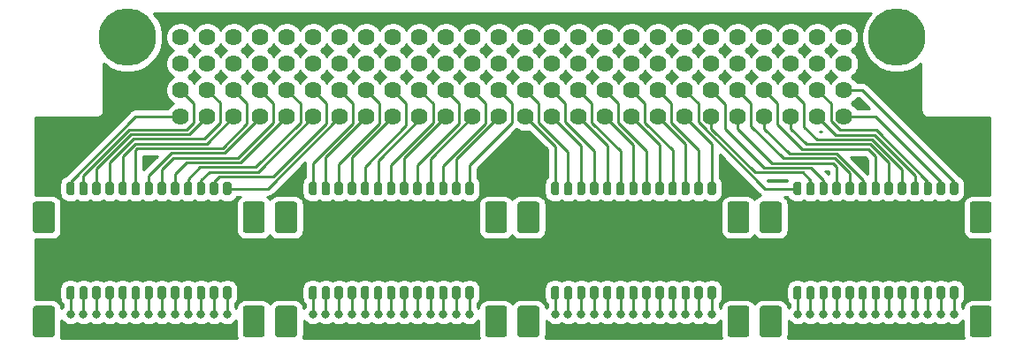
<source format=gbr>
%TF.GenerationSoftware,KiCad,Pcbnew,5.1.6-1.fc32*%
%TF.CreationDate,2020-07-10T21:29:07-03:00*%
%TF.ProjectId,pc104-adapter-bottom,70633130-342d-4616-9461-707465722d62,rev?*%
%TF.SameCoordinates,Original*%
%TF.FileFunction,Copper,L1,Top*%
%TF.FilePolarity,Positive*%
%FSLAX46Y46*%
G04 Gerber Fmt 4.6, Leading zero omitted, Abs format (unit mm)*
G04 Created by KiCad (PCBNEW 5.1.6-1.fc32) date 2020-07-10 21:29:07*
%MOMM*%
%LPD*%
G01*
G04 APERTURE LIST*
%TA.AperFunction,ViaPad*%
%ADD10C,1.620000*%
%TD*%
%TA.AperFunction,ComponentPad*%
%ADD11C,5.500000*%
%TD*%
%TA.AperFunction,ViaPad*%
%ADD12C,0.800000*%
%TD*%
%TA.AperFunction,Conductor*%
%ADD13C,0.250000*%
%TD*%
%TA.AperFunction,NonConductor*%
%ADD14C,0.254000*%
%TD*%
G04 APERTURE END LIST*
D10*
%TO.N,/A52*%
%TO.C,J9*%
X168050000Y-80436000D03*
%TO.N,/A51*%
X168050000Y-82976000D03*
%TO.N,/A50*%
X165510000Y-80436000D03*
%TO.N,/A49*%
X165510000Y-82976000D03*
%TO.N,/A48*%
X162970000Y-80436000D03*
%TO.N,/A47*%
X162970000Y-82976000D03*
%TO.N,/A46*%
X160430000Y-80436000D03*
%TO.N,/A45*%
X160430000Y-82976000D03*
%TO.N,/A44*%
X157890000Y-80436000D03*
%TO.N,/A43*%
X157890000Y-82976000D03*
%TO.N,/A42*%
X155350000Y-80436000D03*
%TO.N,/A41*%
X155350000Y-82976000D03*
%TO.N,/A40*%
X152810000Y-80436000D03*
%TO.N,/A39*%
X152810000Y-82976000D03*
%TO.N,/A38*%
X150270000Y-80436000D03*
%TO.N,/A37*%
X150270000Y-82976000D03*
%TO.N,/A36*%
X147730000Y-80436000D03*
%TO.N,/A35*%
X147730000Y-82976000D03*
%TO.N,/A34*%
X145190000Y-80436000D03*
%TO.N,/A33*%
X145190000Y-82976000D03*
%TO.N,/A32*%
X142650000Y-80436000D03*
%TO.N,/A31*%
X142650000Y-82976000D03*
%TO.N,/A30*%
X140110000Y-80436000D03*
%TO.N,/A29*%
X140110000Y-82976000D03*
%TO.N,/A28*%
X137570000Y-80436000D03*
%TO.N,/A27*%
X137570000Y-82976000D03*
%TO.N,/A26*%
X135030000Y-80436000D03*
%TO.N,/A25*%
X135030000Y-82976000D03*
%TO.N,/A24*%
X132490000Y-80436000D03*
%TO.N,/A23*%
X132490000Y-82976000D03*
%TO.N,/A22*%
X129950000Y-80436000D03*
%TO.N,/A21*%
X129950000Y-82976000D03*
%TO.N,/A20*%
X127410000Y-80436000D03*
%TO.N,/A19*%
X127410000Y-82976000D03*
%TO.N,/A18*%
X124870000Y-80436000D03*
%TO.N,/A17*%
X124870000Y-82976000D03*
%TO.N,/A16*%
X122330000Y-80436000D03*
%TO.N,/A15*%
X122330000Y-82976000D03*
%TO.N,/A14*%
X119790000Y-80436000D03*
%TO.N,/A13*%
X119790000Y-82976000D03*
%TO.N,/A12*%
X117250000Y-80436000D03*
%TO.N,/A11*%
X117250000Y-82976000D03*
%TO.N,/A10*%
X114710000Y-80436000D03*
%TO.N,/A9*%
X114710000Y-82976000D03*
%TO.N,/A8*%
X112170000Y-80436000D03*
%TO.N,/A7*%
X112170000Y-82976000D03*
%TO.N,/A6*%
X109630000Y-80436000D03*
%TO.N,/A5*%
X109630000Y-82976000D03*
%TO.N,/A4*%
X107090000Y-80436000D03*
%TO.N,/A3*%
X107090000Y-82976000D03*
%TO.N,/A2*%
X104550000Y-80436000D03*
%TO.N,/A1*%
X104550000Y-82976000D03*
%TD*%
%TO.N,/B52*%
%TO.C,J10*%
X168050000Y-85516000D03*
%TO.N,/B51*%
X168050000Y-88056000D03*
%TO.N,/B50*%
X165510000Y-85516000D03*
%TO.N,/B49*%
X165510000Y-88056000D03*
%TO.N,/B48*%
X162970000Y-85516000D03*
%TO.N,/B47*%
X162970000Y-88056000D03*
%TO.N,/B46*%
X160430000Y-85516000D03*
%TO.N,/B45*%
X160430000Y-88056000D03*
%TO.N,/B44*%
X157890000Y-85516000D03*
%TO.N,/B43*%
X157890000Y-88056000D03*
%TO.N,/B42*%
X155350000Y-85516000D03*
%TO.N,/B41*%
X155350000Y-88056000D03*
%TO.N,/B40*%
X152810000Y-85516000D03*
%TO.N,/B39*%
X152810000Y-88056000D03*
%TO.N,/B38*%
X150270000Y-85516000D03*
%TO.N,/B37*%
X150270000Y-88056000D03*
%TO.N,/B36*%
X147730000Y-85516000D03*
%TO.N,/B35*%
X147730000Y-88056000D03*
%TO.N,/B34*%
X145190000Y-85516000D03*
%TO.N,/B33*%
X145190000Y-88056000D03*
%TO.N,/B32*%
X142650000Y-85516000D03*
%TO.N,/B31*%
X142650000Y-88056000D03*
%TO.N,/B30*%
X140110000Y-85516000D03*
%TO.N,/B29*%
X140110000Y-88056000D03*
%TO.N,/B28*%
X137570000Y-85516000D03*
%TO.N,/B27*%
X137570000Y-88056000D03*
%TO.N,/B26*%
X135030000Y-85516000D03*
%TO.N,/B25*%
X135030000Y-88056000D03*
%TO.N,/B24*%
X132490000Y-85516000D03*
%TO.N,/B23*%
X132490000Y-88056000D03*
%TO.N,/B22*%
X129950000Y-85516000D03*
%TO.N,/B21*%
X129950000Y-88056000D03*
%TO.N,/B20*%
X127410000Y-85516000D03*
%TO.N,/B19*%
X127410000Y-88056000D03*
%TO.N,/B18*%
X124870000Y-85516000D03*
%TO.N,/B17*%
X124870000Y-88056000D03*
%TO.N,/B16*%
X122330000Y-85516000D03*
%TO.N,/B15*%
X122330000Y-88056000D03*
%TO.N,/B14*%
X119790000Y-85516000D03*
%TO.N,/B13*%
X119790000Y-88056000D03*
%TO.N,/B12*%
X117250000Y-85516000D03*
%TO.N,/B11*%
X117250000Y-88056000D03*
%TO.N,/B10*%
X114710000Y-85516000D03*
%TO.N,/B9*%
X114710000Y-88056000D03*
%TO.N,/B8*%
X112170000Y-85516000D03*
%TO.N,/B7*%
X112170000Y-88056000D03*
%TO.N,/B6*%
X109630000Y-85516000D03*
%TO.N,/B5*%
X109630000Y-88056000D03*
%TO.N,/B4*%
X107090000Y-85516000D03*
%TO.N,/B3*%
X107090000Y-88056000D03*
%TO.N,/B2*%
X104550000Y-85516000D03*
%TO.N,/B1*%
X104550000Y-88056000D03*
%TD*%
%TO.P,J8,MP*%
%TO.N,N/C*%
%TA.AperFunction,SMDPad,CuDef*%
G36*
G01*
X180100000Y-98950000D02*
X180100000Y-96450000D01*
G75*
G02*
X180350000Y-96200000I250000J0D01*
G01*
X181950000Y-96200000D01*
G75*
G02*
X182200000Y-96450000I0J-250000D01*
G01*
X182200000Y-98950000D01*
G75*
G02*
X181950000Y-99200000I-250000J0D01*
G01*
X180350000Y-99200000D01*
G75*
G02*
X180100000Y-98950000I0J250000D01*
G01*
G37*
%TD.AperFunction*%
%TA.AperFunction,SMDPad,CuDef*%
G36*
G01*
X160000000Y-98950000D02*
X160000000Y-96450000D01*
G75*
G02*
X160250000Y-96200000I250000J0D01*
G01*
X161850000Y-96200000D01*
G75*
G02*
X162100000Y-96450000I0J-250000D01*
G01*
X162100000Y-98950000D01*
G75*
G02*
X161850000Y-99200000I-250000J0D01*
G01*
X160250000Y-99200000D01*
G75*
G02*
X160000000Y-98950000I0J250000D01*
G01*
G37*
%TD.AperFunction*%
%TO.P,J8,13*%
%TO.N,/B52*%
%TA.AperFunction,SMDPad,CuDef*%
G36*
G01*
X178200000Y-95400000D02*
X178200000Y-94500000D01*
G75*
G02*
X178400000Y-94300000I200000J0D01*
G01*
X178800000Y-94300000D01*
G75*
G02*
X179000000Y-94500000I0J-200000D01*
G01*
X179000000Y-95400000D01*
G75*
G02*
X178800000Y-95600000I-200000J0D01*
G01*
X178400000Y-95600000D01*
G75*
G02*
X178200000Y-95400000I0J200000D01*
G01*
G37*
%TD.AperFunction*%
%TO.P,J8,12*%
%TO.N,/B51*%
%TA.AperFunction,SMDPad,CuDef*%
G36*
G01*
X176950000Y-95400000D02*
X176950000Y-94500000D01*
G75*
G02*
X177150000Y-94300000I200000J0D01*
G01*
X177550000Y-94300000D01*
G75*
G02*
X177750000Y-94500000I0J-200000D01*
G01*
X177750000Y-95400000D01*
G75*
G02*
X177550000Y-95600000I-200000J0D01*
G01*
X177150000Y-95600000D01*
G75*
G02*
X176950000Y-95400000I0J200000D01*
G01*
G37*
%TD.AperFunction*%
%TO.P,J8,11*%
%TO.N,/B50*%
%TA.AperFunction,SMDPad,CuDef*%
G36*
G01*
X175700000Y-95400000D02*
X175700000Y-94500000D01*
G75*
G02*
X175900000Y-94300000I200000J0D01*
G01*
X176300000Y-94300000D01*
G75*
G02*
X176500000Y-94500000I0J-200000D01*
G01*
X176500000Y-95400000D01*
G75*
G02*
X176300000Y-95600000I-200000J0D01*
G01*
X175900000Y-95600000D01*
G75*
G02*
X175700000Y-95400000I0J200000D01*
G01*
G37*
%TD.AperFunction*%
%TO.P,J8,10*%
%TO.N,/B49*%
%TA.AperFunction,SMDPad,CuDef*%
G36*
G01*
X174450000Y-95400000D02*
X174450000Y-94500000D01*
G75*
G02*
X174650000Y-94300000I200000J0D01*
G01*
X175050000Y-94300000D01*
G75*
G02*
X175250000Y-94500000I0J-200000D01*
G01*
X175250000Y-95400000D01*
G75*
G02*
X175050000Y-95600000I-200000J0D01*
G01*
X174650000Y-95600000D01*
G75*
G02*
X174450000Y-95400000I0J200000D01*
G01*
G37*
%TD.AperFunction*%
%TO.P,J8,9*%
%TO.N,/B48*%
%TA.AperFunction,SMDPad,CuDef*%
G36*
G01*
X173200000Y-95400000D02*
X173200000Y-94500000D01*
G75*
G02*
X173400000Y-94300000I200000J0D01*
G01*
X173800000Y-94300000D01*
G75*
G02*
X174000000Y-94500000I0J-200000D01*
G01*
X174000000Y-95400000D01*
G75*
G02*
X173800000Y-95600000I-200000J0D01*
G01*
X173400000Y-95600000D01*
G75*
G02*
X173200000Y-95400000I0J200000D01*
G01*
G37*
%TD.AperFunction*%
%TO.P,J8,8*%
%TO.N,/B47*%
%TA.AperFunction,SMDPad,CuDef*%
G36*
G01*
X171950000Y-95400000D02*
X171950000Y-94500000D01*
G75*
G02*
X172150000Y-94300000I200000J0D01*
G01*
X172550000Y-94300000D01*
G75*
G02*
X172750000Y-94500000I0J-200000D01*
G01*
X172750000Y-95400000D01*
G75*
G02*
X172550000Y-95600000I-200000J0D01*
G01*
X172150000Y-95600000D01*
G75*
G02*
X171950000Y-95400000I0J200000D01*
G01*
G37*
%TD.AperFunction*%
%TO.P,J8,7*%
%TO.N,/B46*%
%TA.AperFunction,SMDPad,CuDef*%
G36*
G01*
X170700000Y-95400000D02*
X170700000Y-94500000D01*
G75*
G02*
X170900000Y-94300000I200000J0D01*
G01*
X171300000Y-94300000D01*
G75*
G02*
X171500000Y-94500000I0J-200000D01*
G01*
X171500000Y-95400000D01*
G75*
G02*
X171300000Y-95600000I-200000J0D01*
G01*
X170900000Y-95600000D01*
G75*
G02*
X170700000Y-95400000I0J200000D01*
G01*
G37*
%TD.AperFunction*%
%TO.P,J8,6*%
%TO.N,/B45*%
%TA.AperFunction,SMDPad,CuDef*%
G36*
G01*
X169450000Y-95400000D02*
X169450000Y-94500000D01*
G75*
G02*
X169650000Y-94300000I200000J0D01*
G01*
X170050000Y-94300000D01*
G75*
G02*
X170250000Y-94500000I0J-200000D01*
G01*
X170250000Y-95400000D01*
G75*
G02*
X170050000Y-95600000I-200000J0D01*
G01*
X169650000Y-95600000D01*
G75*
G02*
X169450000Y-95400000I0J200000D01*
G01*
G37*
%TD.AperFunction*%
%TO.P,J8,5*%
%TO.N,/B44*%
%TA.AperFunction,SMDPad,CuDef*%
G36*
G01*
X168200000Y-95400000D02*
X168200000Y-94500000D01*
G75*
G02*
X168400000Y-94300000I200000J0D01*
G01*
X168800000Y-94300000D01*
G75*
G02*
X169000000Y-94500000I0J-200000D01*
G01*
X169000000Y-95400000D01*
G75*
G02*
X168800000Y-95600000I-200000J0D01*
G01*
X168400000Y-95600000D01*
G75*
G02*
X168200000Y-95400000I0J200000D01*
G01*
G37*
%TD.AperFunction*%
%TO.P,J8,4*%
%TO.N,/B43*%
%TA.AperFunction,SMDPad,CuDef*%
G36*
G01*
X166950000Y-95400000D02*
X166950000Y-94500000D01*
G75*
G02*
X167150000Y-94300000I200000J0D01*
G01*
X167550000Y-94300000D01*
G75*
G02*
X167750000Y-94500000I0J-200000D01*
G01*
X167750000Y-95400000D01*
G75*
G02*
X167550000Y-95600000I-200000J0D01*
G01*
X167150000Y-95600000D01*
G75*
G02*
X166950000Y-95400000I0J200000D01*
G01*
G37*
%TD.AperFunction*%
%TO.P,J8,3*%
%TO.N,/B42*%
%TA.AperFunction,SMDPad,CuDef*%
G36*
G01*
X165700000Y-95400000D02*
X165700000Y-94500000D01*
G75*
G02*
X165900000Y-94300000I200000J0D01*
G01*
X166300000Y-94300000D01*
G75*
G02*
X166500000Y-94500000I0J-200000D01*
G01*
X166500000Y-95400000D01*
G75*
G02*
X166300000Y-95600000I-200000J0D01*
G01*
X165900000Y-95600000D01*
G75*
G02*
X165700000Y-95400000I0J200000D01*
G01*
G37*
%TD.AperFunction*%
%TO.P,J8,2*%
%TO.N,/B41*%
%TA.AperFunction,SMDPad,CuDef*%
G36*
G01*
X164450000Y-95400000D02*
X164450000Y-94500000D01*
G75*
G02*
X164650000Y-94300000I200000J0D01*
G01*
X165050000Y-94300000D01*
G75*
G02*
X165250000Y-94500000I0J-200000D01*
G01*
X165250000Y-95400000D01*
G75*
G02*
X165050000Y-95600000I-200000J0D01*
G01*
X164650000Y-95600000D01*
G75*
G02*
X164450000Y-95400000I0J200000D01*
G01*
G37*
%TD.AperFunction*%
%TO.P,J8,1*%
%TO.N,/B40*%
%TA.AperFunction,SMDPad,CuDef*%
G36*
G01*
X163200000Y-95400000D02*
X163200000Y-94500000D01*
G75*
G02*
X163400000Y-94300000I200000J0D01*
G01*
X163800000Y-94300000D01*
G75*
G02*
X164000000Y-94500000I0J-200000D01*
G01*
X164000000Y-95400000D01*
G75*
G02*
X163800000Y-95600000I-200000J0D01*
G01*
X163400000Y-95600000D01*
G75*
G02*
X163200000Y-95400000I0J200000D01*
G01*
G37*
%TD.AperFunction*%
%TD*%
%TO.P,J7,MP*%
%TO.N,N/C*%
%TA.AperFunction,SMDPad,CuDef*%
G36*
G01*
X156900000Y-98950000D02*
X156900000Y-96450000D01*
G75*
G02*
X157150000Y-96200000I250000J0D01*
G01*
X158750000Y-96200000D01*
G75*
G02*
X159000000Y-96450000I0J-250000D01*
G01*
X159000000Y-98950000D01*
G75*
G02*
X158750000Y-99200000I-250000J0D01*
G01*
X157150000Y-99200000D01*
G75*
G02*
X156900000Y-98950000I0J250000D01*
G01*
G37*
%TD.AperFunction*%
%TA.AperFunction,SMDPad,CuDef*%
G36*
G01*
X136800000Y-98950000D02*
X136800000Y-96450000D01*
G75*
G02*
X137050000Y-96200000I250000J0D01*
G01*
X138650000Y-96200000D01*
G75*
G02*
X138900000Y-96450000I0J-250000D01*
G01*
X138900000Y-98950000D01*
G75*
G02*
X138650000Y-99200000I-250000J0D01*
G01*
X137050000Y-99200000D01*
G75*
G02*
X136800000Y-98950000I0J250000D01*
G01*
G37*
%TD.AperFunction*%
%TO.P,J7,13*%
%TO.N,/B39*%
%TA.AperFunction,SMDPad,CuDef*%
G36*
G01*
X155000000Y-95400000D02*
X155000000Y-94500000D01*
G75*
G02*
X155200000Y-94300000I200000J0D01*
G01*
X155600000Y-94300000D01*
G75*
G02*
X155800000Y-94500000I0J-200000D01*
G01*
X155800000Y-95400000D01*
G75*
G02*
X155600000Y-95600000I-200000J0D01*
G01*
X155200000Y-95600000D01*
G75*
G02*
X155000000Y-95400000I0J200000D01*
G01*
G37*
%TD.AperFunction*%
%TO.P,J7,12*%
%TO.N,/B38*%
%TA.AperFunction,SMDPad,CuDef*%
G36*
G01*
X153750000Y-95400000D02*
X153750000Y-94500000D01*
G75*
G02*
X153950000Y-94300000I200000J0D01*
G01*
X154350000Y-94300000D01*
G75*
G02*
X154550000Y-94500000I0J-200000D01*
G01*
X154550000Y-95400000D01*
G75*
G02*
X154350000Y-95600000I-200000J0D01*
G01*
X153950000Y-95600000D01*
G75*
G02*
X153750000Y-95400000I0J200000D01*
G01*
G37*
%TD.AperFunction*%
%TO.P,J7,11*%
%TO.N,/B37*%
%TA.AperFunction,SMDPad,CuDef*%
G36*
G01*
X152500000Y-95400000D02*
X152500000Y-94500000D01*
G75*
G02*
X152700000Y-94300000I200000J0D01*
G01*
X153100000Y-94300000D01*
G75*
G02*
X153300000Y-94500000I0J-200000D01*
G01*
X153300000Y-95400000D01*
G75*
G02*
X153100000Y-95600000I-200000J0D01*
G01*
X152700000Y-95600000D01*
G75*
G02*
X152500000Y-95400000I0J200000D01*
G01*
G37*
%TD.AperFunction*%
%TO.P,J7,10*%
%TO.N,/B36*%
%TA.AperFunction,SMDPad,CuDef*%
G36*
G01*
X151250000Y-95400000D02*
X151250000Y-94500000D01*
G75*
G02*
X151450000Y-94300000I200000J0D01*
G01*
X151850000Y-94300000D01*
G75*
G02*
X152050000Y-94500000I0J-200000D01*
G01*
X152050000Y-95400000D01*
G75*
G02*
X151850000Y-95600000I-200000J0D01*
G01*
X151450000Y-95600000D01*
G75*
G02*
X151250000Y-95400000I0J200000D01*
G01*
G37*
%TD.AperFunction*%
%TO.P,J7,9*%
%TO.N,/B35*%
%TA.AperFunction,SMDPad,CuDef*%
G36*
G01*
X150000000Y-95400000D02*
X150000000Y-94500000D01*
G75*
G02*
X150200000Y-94300000I200000J0D01*
G01*
X150600000Y-94300000D01*
G75*
G02*
X150800000Y-94500000I0J-200000D01*
G01*
X150800000Y-95400000D01*
G75*
G02*
X150600000Y-95600000I-200000J0D01*
G01*
X150200000Y-95600000D01*
G75*
G02*
X150000000Y-95400000I0J200000D01*
G01*
G37*
%TD.AperFunction*%
%TO.P,J7,8*%
%TO.N,/B34*%
%TA.AperFunction,SMDPad,CuDef*%
G36*
G01*
X148750000Y-95400000D02*
X148750000Y-94500000D01*
G75*
G02*
X148950000Y-94300000I200000J0D01*
G01*
X149350000Y-94300000D01*
G75*
G02*
X149550000Y-94500000I0J-200000D01*
G01*
X149550000Y-95400000D01*
G75*
G02*
X149350000Y-95600000I-200000J0D01*
G01*
X148950000Y-95600000D01*
G75*
G02*
X148750000Y-95400000I0J200000D01*
G01*
G37*
%TD.AperFunction*%
%TO.P,J7,7*%
%TO.N,/B33*%
%TA.AperFunction,SMDPad,CuDef*%
G36*
G01*
X147500000Y-95400000D02*
X147500000Y-94500000D01*
G75*
G02*
X147700000Y-94300000I200000J0D01*
G01*
X148100000Y-94300000D01*
G75*
G02*
X148300000Y-94500000I0J-200000D01*
G01*
X148300000Y-95400000D01*
G75*
G02*
X148100000Y-95600000I-200000J0D01*
G01*
X147700000Y-95600000D01*
G75*
G02*
X147500000Y-95400000I0J200000D01*
G01*
G37*
%TD.AperFunction*%
%TO.P,J7,6*%
%TO.N,/B32*%
%TA.AperFunction,SMDPad,CuDef*%
G36*
G01*
X146250000Y-95400000D02*
X146250000Y-94500000D01*
G75*
G02*
X146450000Y-94300000I200000J0D01*
G01*
X146850000Y-94300000D01*
G75*
G02*
X147050000Y-94500000I0J-200000D01*
G01*
X147050000Y-95400000D01*
G75*
G02*
X146850000Y-95600000I-200000J0D01*
G01*
X146450000Y-95600000D01*
G75*
G02*
X146250000Y-95400000I0J200000D01*
G01*
G37*
%TD.AperFunction*%
%TO.P,J7,5*%
%TO.N,/B31*%
%TA.AperFunction,SMDPad,CuDef*%
G36*
G01*
X145000000Y-95400000D02*
X145000000Y-94500000D01*
G75*
G02*
X145200000Y-94300000I200000J0D01*
G01*
X145600000Y-94300000D01*
G75*
G02*
X145800000Y-94500000I0J-200000D01*
G01*
X145800000Y-95400000D01*
G75*
G02*
X145600000Y-95600000I-200000J0D01*
G01*
X145200000Y-95600000D01*
G75*
G02*
X145000000Y-95400000I0J200000D01*
G01*
G37*
%TD.AperFunction*%
%TO.P,J7,4*%
%TO.N,/B30*%
%TA.AperFunction,SMDPad,CuDef*%
G36*
G01*
X143750000Y-95400000D02*
X143750000Y-94500000D01*
G75*
G02*
X143950000Y-94300000I200000J0D01*
G01*
X144350000Y-94300000D01*
G75*
G02*
X144550000Y-94500000I0J-200000D01*
G01*
X144550000Y-95400000D01*
G75*
G02*
X144350000Y-95600000I-200000J0D01*
G01*
X143950000Y-95600000D01*
G75*
G02*
X143750000Y-95400000I0J200000D01*
G01*
G37*
%TD.AperFunction*%
%TO.P,J7,3*%
%TO.N,/B29*%
%TA.AperFunction,SMDPad,CuDef*%
G36*
G01*
X142500000Y-95400000D02*
X142500000Y-94500000D01*
G75*
G02*
X142700000Y-94300000I200000J0D01*
G01*
X143100000Y-94300000D01*
G75*
G02*
X143300000Y-94500000I0J-200000D01*
G01*
X143300000Y-95400000D01*
G75*
G02*
X143100000Y-95600000I-200000J0D01*
G01*
X142700000Y-95600000D01*
G75*
G02*
X142500000Y-95400000I0J200000D01*
G01*
G37*
%TD.AperFunction*%
%TO.P,J7,2*%
%TO.N,/B28*%
%TA.AperFunction,SMDPad,CuDef*%
G36*
G01*
X141250000Y-95400000D02*
X141250000Y-94500000D01*
G75*
G02*
X141450000Y-94300000I200000J0D01*
G01*
X141850000Y-94300000D01*
G75*
G02*
X142050000Y-94500000I0J-200000D01*
G01*
X142050000Y-95400000D01*
G75*
G02*
X141850000Y-95600000I-200000J0D01*
G01*
X141450000Y-95600000D01*
G75*
G02*
X141250000Y-95400000I0J200000D01*
G01*
G37*
%TD.AperFunction*%
%TO.P,J7,1*%
%TO.N,/B27*%
%TA.AperFunction,SMDPad,CuDef*%
G36*
G01*
X140000000Y-95400000D02*
X140000000Y-94500000D01*
G75*
G02*
X140200000Y-94300000I200000J0D01*
G01*
X140600000Y-94300000D01*
G75*
G02*
X140800000Y-94500000I0J-200000D01*
G01*
X140800000Y-95400000D01*
G75*
G02*
X140600000Y-95600000I-200000J0D01*
G01*
X140200000Y-95600000D01*
G75*
G02*
X140000000Y-95400000I0J200000D01*
G01*
G37*
%TD.AperFunction*%
%TD*%
%TO.P,J6,MP*%
%TO.N,N/C*%
%TA.AperFunction,SMDPad,CuDef*%
G36*
G01*
X133700000Y-98950000D02*
X133700000Y-96450000D01*
G75*
G02*
X133950000Y-96200000I250000J0D01*
G01*
X135550000Y-96200000D01*
G75*
G02*
X135800000Y-96450000I0J-250000D01*
G01*
X135800000Y-98950000D01*
G75*
G02*
X135550000Y-99200000I-250000J0D01*
G01*
X133950000Y-99200000D01*
G75*
G02*
X133700000Y-98950000I0J250000D01*
G01*
G37*
%TD.AperFunction*%
%TA.AperFunction,SMDPad,CuDef*%
G36*
G01*
X113600000Y-98950000D02*
X113600000Y-96450000D01*
G75*
G02*
X113850000Y-96200000I250000J0D01*
G01*
X115450000Y-96200000D01*
G75*
G02*
X115700000Y-96450000I0J-250000D01*
G01*
X115700000Y-98950000D01*
G75*
G02*
X115450000Y-99200000I-250000J0D01*
G01*
X113850000Y-99200000D01*
G75*
G02*
X113600000Y-98950000I0J250000D01*
G01*
G37*
%TD.AperFunction*%
%TO.P,J6,13*%
%TO.N,/B26*%
%TA.AperFunction,SMDPad,CuDef*%
G36*
G01*
X131800000Y-95400000D02*
X131800000Y-94500000D01*
G75*
G02*
X132000000Y-94300000I200000J0D01*
G01*
X132400000Y-94300000D01*
G75*
G02*
X132600000Y-94500000I0J-200000D01*
G01*
X132600000Y-95400000D01*
G75*
G02*
X132400000Y-95600000I-200000J0D01*
G01*
X132000000Y-95600000D01*
G75*
G02*
X131800000Y-95400000I0J200000D01*
G01*
G37*
%TD.AperFunction*%
%TO.P,J6,12*%
%TO.N,/B25*%
%TA.AperFunction,SMDPad,CuDef*%
G36*
G01*
X130550000Y-95400000D02*
X130550000Y-94500000D01*
G75*
G02*
X130750000Y-94300000I200000J0D01*
G01*
X131150000Y-94300000D01*
G75*
G02*
X131350000Y-94500000I0J-200000D01*
G01*
X131350000Y-95400000D01*
G75*
G02*
X131150000Y-95600000I-200000J0D01*
G01*
X130750000Y-95600000D01*
G75*
G02*
X130550000Y-95400000I0J200000D01*
G01*
G37*
%TD.AperFunction*%
%TO.P,J6,11*%
%TO.N,/B24*%
%TA.AperFunction,SMDPad,CuDef*%
G36*
G01*
X129300000Y-95400000D02*
X129300000Y-94500000D01*
G75*
G02*
X129500000Y-94300000I200000J0D01*
G01*
X129900000Y-94300000D01*
G75*
G02*
X130100000Y-94500000I0J-200000D01*
G01*
X130100000Y-95400000D01*
G75*
G02*
X129900000Y-95600000I-200000J0D01*
G01*
X129500000Y-95600000D01*
G75*
G02*
X129300000Y-95400000I0J200000D01*
G01*
G37*
%TD.AperFunction*%
%TO.P,J6,10*%
%TO.N,/B23*%
%TA.AperFunction,SMDPad,CuDef*%
G36*
G01*
X128050000Y-95400000D02*
X128050000Y-94500000D01*
G75*
G02*
X128250000Y-94300000I200000J0D01*
G01*
X128650000Y-94300000D01*
G75*
G02*
X128850000Y-94500000I0J-200000D01*
G01*
X128850000Y-95400000D01*
G75*
G02*
X128650000Y-95600000I-200000J0D01*
G01*
X128250000Y-95600000D01*
G75*
G02*
X128050000Y-95400000I0J200000D01*
G01*
G37*
%TD.AperFunction*%
%TO.P,J6,9*%
%TO.N,/B22*%
%TA.AperFunction,SMDPad,CuDef*%
G36*
G01*
X126800000Y-95400000D02*
X126800000Y-94500000D01*
G75*
G02*
X127000000Y-94300000I200000J0D01*
G01*
X127400000Y-94300000D01*
G75*
G02*
X127600000Y-94500000I0J-200000D01*
G01*
X127600000Y-95400000D01*
G75*
G02*
X127400000Y-95600000I-200000J0D01*
G01*
X127000000Y-95600000D01*
G75*
G02*
X126800000Y-95400000I0J200000D01*
G01*
G37*
%TD.AperFunction*%
%TO.P,J6,8*%
%TO.N,/B21*%
%TA.AperFunction,SMDPad,CuDef*%
G36*
G01*
X125550000Y-95400000D02*
X125550000Y-94500000D01*
G75*
G02*
X125750000Y-94300000I200000J0D01*
G01*
X126150000Y-94300000D01*
G75*
G02*
X126350000Y-94500000I0J-200000D01*
G01*
X126350000Y-95400000D01*
G75*
G02*
X126150000Y-95600000I-200000J0D01*
G01*
X125750000Y-95600000D01*
G75*
G02*
X125550000Y-95400000I0J200000D01*
G01*
G37*
%TD.AperFunction*%
%TO.P,J6,7*%
%TO.N,/B20*%
%TA.AperFunction,SMDPad,CuDef*%
G36*
G01*
X124300000Y-95400000D02*
X124300000Y-94500000D01*
G75*
G02*
X124500000Y-94300000I200000J0D01*
G01*
X124900000Y-94300000D01*
G75*
G02*
X125100000Y-94500000I0J-200000D01*
G01*
X125100000Y-95400000D01*
G75*
G02*
X124900000Y-95600000I-200000J0D01*
G01*
X124500000Y-95600000D01*
G75*
G02*
X124300000Y-95400000I0J200000D01*
G01*
G37*
%TD.AperFunction*%
%TO.P,J6,6*%
%TO.N,/B19*%
%TA.AperFunction,SMDPad,CuDef*%
G36*
G01*
X123050000Y-95400000D02*
X123050000Y-94500000D01*
G75*
G02*
X123250000Y-94300000I200000J0D01*
G01*
X123650000Y-94300000D01*
G75*
G02*
X123850000Y-94500000I0J-200000D01*
G01*
X123850000Y-95400000D01*
G75*
G02*
X123650000Y-95600000I-200000J0D01*
G01*
X123250000Y-95600000D01*
G75*
G02*
X123050000Y-95400000I0J200000D01*
G01*
G37*
%TD.AperFunction*%
%TO.P,J6,5*%
%TO.N,/B18*%
%TA.AperFunction,SMDPad,CuDef*%
G36*
G01*
X121800000Y-95400000D02*
X121800000Y-94500000D01*
G75*
G02*
X122000000Y-94300000I200000J0D01*
G01*
X122400000Y-94300000D01*
G75*
G02*
X122600000Y-94500000I0J-200000D01*
G01*
X122600000Y-95400000D01*
G75*
G02*
X122400000Y-95600000I-200000J0D01*
G01*
X122000000Y-95600000D01*
G75*
G02*
X121800000Y-95400000I0J200000D01*
G01*
G37*
%TD.AperFunction*%
%TO.P,J6,4*%
%TO.N,/B17*%
%TA.AperFunction,SMDPad,CuDef*%
G36*
G01*
X120550000Y-95400000D02*
X120550000Y-94500000D01*
G75*
G02*
X120750000Y-94300000I200000J0D01*
G01*
X121150000Y-94300000D01*
G75*
G02*
X121350000Y-94500000I0J-200000D01*
G01*
X121350000Y-95400000D01*
G75*
G02*
X121150000Y-95600000I-200000J0D01*
G01*
X120750000Y-95600000D01*
G75*
G02*
X120550000Y-95400000I0J200000D01*
G01*
G37*
%TD.AperFunction*%
%TO.P,J6,3*%
%TO.N,/B16*%
%TA.AperFunction,SMDPad,CuDef*%
G36*
G01*
X119300000Y-95400000D02*
X119300000Y-94500000D01*
G75*
G02*
X119500000Y-94300000I200000J0D01*
G01*
X119900000Y-94300000D01*
G75*
G02*
X120100000Y-94500000I0J-200000D01*
G01*
X120100000Y-95400000D01*
G75*
G02*
X119900000Y-95600000I-200000J0D01*
G01*
X119500000Y-95600000D01*
G75*
G02*
X119300000Y-95400000I0J200000D01*
G01*
G37*
%TD.AperFunction*%
%TO.P,J6,2*%
%TO.N,/B15*%
%TA.AperFunction,SMDPad,CuDef*%
G36*
G01*
X118050000Y-95400000D02*
X118050000Y-94500000D01*
G75*
G02*
X118250000Y-94300000I200000J0D01*
G01*
X118650000Y-94300000D01*
G75*
G02*
X118850000Y-94500000I0J-200000D01*
G01*
X118850000Y-95400000D01*
G75*
G02*
X118650000Y-95600000I-200000J0D01*
G01*
X118250000Y-95600000D01*
G75*
G02*
X118050000Y-95400000I0J200000D01*
G01*
G37*
%TD.AperFunction*%
%TO.P,J6,1*%
%TO.N,/B14*%
%TA.AperFunction,SMDPad,CuDef*%
G36*
G01*
X116800000Y-95400000D02*
X116800000Y-94500000D01*
G75*
G02*
X117000000Y-94300000I200000J0D01*
G01*
X117400000Y-94300000D01*
G75*
G02*
X117600000Y-94500000I0J-200000D01*
G01*
X117600000Y-95400000D01*
G75*
G02*
X117400000Y-95600000I-200000J0D01*
G01*
X117000000Y-95600000D01*
G75*
G02*
X116800000Y-95400000I0J200000D01*
G01*
G37*
%TD.AperFunction*%
%TD*%
%TO.P,J5,MP*%
%TO.N,N/C*%
%TA.AperFunction,SMDPad,CuDef*%
G36*
G01*
X110500000Y-98950000D02*
X110500000Y-96450000D01*
G75*
G02*
X110750000Y-96200000I250000J0D01*
G01*
X112350000Y-96200000D01*
G75*
G02*
X112600000Y-96450000I0J-250000D01*
G01*
X112600000Y-98950000D01*
G75*
G02*
X112350000Y-99200000I-250000J0D01*
G01*
X110750000Y-99200000D01*
G75*
G02*
X110500000Y-98950000I0J250000D01*
G01*
G37*
%TD.AperFunction*%
%TA.AperFunction,SMDPad,CuDef*%
G36*
G01*
X90400000Y-98950000D02*
X90400000Y-96450000D01*
G75*
G02*
X90650000Y-96200000I250000J0D01*
G01*
X92250000Y-96200000D01*
G75*
G02*
X92500000Y-96450000I0J-250000D01*
G01*
X92500000Y-98950000D01*
G75*
G02*
X92250000Y-99200000I-250000J0D01*
G01*
X90650000Y-99200000D01*
G75*
G02*
X90400000Y-98950000I0J250000D01*
G01*
G37*
%TD.AperFunction*%
%TO.P,J5,13*%
%TO.N,/B13*%
%TA.AperFunction,SMDPad,CuDef*%
G36*
G01*
X108600000Y-95400000D02*
X108600000Y-94500000D01*
G75*
G02*
X108800000Y-94300000I200000J0D01*
G01*
X109200000Y-94300000D01*
G75*
G02*
X109400000Y-94500000I0J-200000D01*
G01*
X109400000Y-95400000D01*
G75*
G02*
X109200000Y-95600000I-200000J0D01*
G01*
X108800000Y-95600000D01*
G75*
G02*
X108600000Y-95400000I0J200000D01*
G01*
G37*
%TD.AperFunction*%
%TO.P,J5,12*%
%TO.N,/B12*%
%TA.AperFunction,SMDPad,CuDef*%
G36*
G01*
X107350000Y-95400000D02*
X107350000Y-94500000D01*
G75*
G02*
X107550000Y-94300000I200000J0D01*
G01*
X107950000Y-94300000D01*
G75*
G02*
X108150000Y-94500000I0J-200000D01*
G01*
X108150000Y-95400000D01*
G75*
G02*
X107950000Y-95600000I-200000J0D01*
G01*
X107550000Y-95600000D01*
G75*
G02*
X107350000Y-95400000I0J200000D01*
G01*
G37*
%TD.AperFunction*%
%TO.P,J5,11*%
%TO.N,/B11*%
%TA.AperFunction,SMDPad,CuDef*%
G36*
G01*
X106100000Y-95400000D02*
X106100000Y-94500000D01*
G75*
G02*
X106300000Y-94300000I200000J0D01*
G01*
X106700000Y-94300000D01*
G75*
G02*
X106900000Y-94500000I0J-200000D01*
G01*
X106900000Y-95400000D01*
G75*
G02*
X106700000Y-95600000I-200000J0D01*
G01*
X106300000Y-95600000D01*
G75*
G02*
X106100000Y-95400000I0J200000D01*
G01*
G37*
%TD.AperFunction*%
%TO.P,J5,10*%
%TO.N,/B10*%
%TA.AperFunction,SMDPad,CuDef*%
G36*
G01*
X104850000Y-95400000D02*
X104850000Y-94500000D01*
G75*
G02*
X105050000Y-94300000I200000J0D01*
G01*
X105450000Y-94300000D01*
G75*
G02*
X105650000Y-94500000I0J-200000D01*
G01*
X105650000Y-95400000D01*
G75*
G02*
X105450000Y-95600000I-200000J0D01*
G01*
X105050000Y-95600000D01*
G75*
G02*
X104850000Y-95400000I0J200000D01*
G01*
G37*
%TD.AperFunction*%
%TO.P,J5,9*%
%TO.N,/B9*%
%TA.AperFunction,SMDPad,CuDef*%
G36*
G01*
X103600000Y-95400000D02*
X103600000Y-94500000D01*
G75*
G02*
X103800000Y-94300000I200000J0D01*
G01*
X104200000Y-94300000D01*
G75*
G02*
X104400000Y-94500000I0J-200000D01*
G01*
X104400000Y-95400000D01*
G75*
G02*
X104200000Y-95600000I-200000J0D01*
G01*
X103800000Y-95600000D01*
G75*
G02*
X103600000Y-95400000I0J200000D01*
G01*
G37*
%TD.AperFunction*%
%TO.P,J5,8*%
%TO.N,/B8*%
%TA.AperFunction,SMDPad,CuDef*%
G36*
G01*
X102350000Y-95400000D02*
X102350000Y-94500000D01*
G75*
G02*
X102550000Y-94300000I200000J0D01*
G01*
X102950000Y-94300000D01*
G75*
G02*
X103150000Y-94500000I0J-200000D01*
G01*
X103150000Y-95400000D01*
G75*
G02*
X102950000Y-95600000I-200000J0D01*
G01*
X102550000Y-95600000D01*
G75*
G02*
X102350000Y-95400000I0J200000D01*
G01*
G37*
%TD.AperFunction*%
%TO.P,J5,7*%
%TO.N,/B7*%
%TA.AperFunction,SMDPad,CuDef*%
G36*
G01*
X101100000Y-95400000D02*
X101100000Y-94500000D01*
G75*
G02*
X101300000Y-94300000I200000J0D01*
G01*
X101700000Y-94300000D01*
G75*
G02*
X101900000Y-94500000I0J-200000D01*
G01*
X101900000Y-95400000D01*
G75*
G02*
X101700000Y-95600000I-200000J0D01*
G01*
X101300000Y-95600000D01*
G75*
G02*
X101100000Y-95400000I0J200000D01*
G01*
G37*
%TD.AperFunction*%
%TO.P,J5,6*%
%TO.N,/B6*%
%TA.AperFunction,SMDPad,CuDef*%
G36*
G01*
X99850000Y-95400000D02*
X99850000Y-94500000D01*
G75*
G02*
X100050000Y-94300000I200000J0D01*
G01*
X100450000Y-94300000D01*
G75*
G02*
X100650000Y-94500000I0J-200000D01*
G01*
X100650000Y-95400000D01*
G75*
G02*
X100450000Y-95600000I-200000J0D01*
G01*
X100050000Y-95600000D01*
G75*
G02*
X99850000Y-95400000I0J200000D01*
G01*
G37*
%TD.AperFunction*%
%TO.P,J5,5*%
%TO.N,/B5*%
%TA.AperFunction,SMDPad,CuDef*%
G36*
G01*
X98600000Y-95400000D02*
X98600000Y-94500000D01*
G75*
G02*
X98800000Y-94300000I200000J0D01*
G01*
X99200000Y-94300000D01*
G75*
G02*
X99400000Y-94500000I0J-200000D01*
G01*
X99400000Y-95400000D01*
G75*
G02*
X99200000Y-95600000I-200000J0D01*
G01*
X98800000Y-95600000D01*
G75*
G02*
X98600000Y-95400000I0J200000D01*
G01*
G37*
%TD.AperFunction*%
%TO.P,J5,4*%
%TO.N,/B4*%
%TA.AperFunction,SMDPad,CuDef*%
G36*
G01*
X97350000Y-95400000D02*
X97350000Y-94500000D01*
G75*
G02*
X97550000Y-94300000I200000J0D01*
G01*
X97950000Y-94300000D01*
G75*
G02*
X98150000Y-94500000I0J-200000D01*
G01*
X98150000Y-95400000D01*
G75*
G02*
X97950000Y-95600000I-200000J0D01*
G01*
X97550000Y-95600000D01*
G75*
G02*
X97350000Y-95400000I0J200000D01*
G01*
G37*
%TD.AperFunction*%
%TO.P,J5,3*%
%TO.N,/B3*%
%TA.AperFunction,SMDPad,CuDef*%
G36*
G01*
X96100000Y-95400000D02*
X96100000Y-94500000D01*
G75*
G02*
X96300000Y-94300000I200000J0D01*
G01*
X96700000Y-94300000D01*
G75*
G02*
X96900000Y-94500000I0J-200000D01*
G01*
X96900000Y-95400000D01*
G75*
G02*
X96700000Y-95600000I-200000J0D01*
G01*
X96300000Y-95600000D01*
G75*
G02*
X96100000Y-95400000I0J200000D01*
G01*
G37*
%TD.AperFunction*%
%TO.P,J5,2*%
%TO.N,/B2*%
%TA.AperFunction,SMDPad,CuDef*%
G36*
G01*
X94850000Y-95400000D02*
X94850000Y-94500000D01*
G75*
G02*
X95050000Y-94300000I200000J0D01*
G01*
X95450000Y-94300000D01*
G75*
G02*
X95650000Y-94500000I0J-200000D01*
G01*
X95650000Y-95400000D01*
G75*
G02*
X95450000Y-95600000I-200000J0D01*
G01*
X95050000Y-95600000D01*
G75*
G02*
X94850000Y-95400000I0J200000D01*
G01*
G37*
%TD.AperFunction*%
%TO.P,J5,1*%
%TO.N,/B1*%
%TA.AperFunction,SMDPad,CuDef*%
G36*
G01*
X93600000Y-95400000D02*
X93600000Y-94500000D01*
G75*
G02*
X93800000Y-94300000I200000J0D01*
G01*
X94200000Y-94300000D01*
G75*
G02*
X94400000Y-94500000I0J-200000D01*
G01*
X94400000Y-95400000D01*
G75*
G02*
X94200000Y-95600000I-200000J0D01*
G01*
X93800000Y-95600000D01*
G75*
G02*
X93600000Y-95400000I0J200000D01*
G01*
G37*
%TD.AperFunction*%
%TD*%
%TO.P,J4,MP*%
%TO.N,N/C*%
%TA.AperFunction,SMDPad,CuDef*%
G36*
G01*
X180100000Y-108950000D02*
X180100000Y-106450000D01*
G75*
G02*
X180350000Y-106200000I250000J0D01*
G01*
X181950000Y-106200000D01*
G75*
G02*
X182200000Y-106450000I0J-250000D01*
G01*
X182200000Y-108950000D01*
G75*
G02*
X181950000Y-109200000I-250000J0D01*
G01*
X180350000Y-109200000D01*
G75*
G02*
X180100000Y-108950000I0J250000D01*
G01*
G37*
%TD.AperFunction*%
%TA.AperFunction,SMDPad,CuDef*%
G36*
G01*
X160000000Y-108950000D02*
X160000000Y-106450000D01*
G75*
G02*
X160250000Y-106200000I250000J0D01*
G01*
X161850000Y-106200000D01*
G75*
G02*
X162100000Y-106450000I0J-250000D01*
G01*
X162100000Y-108950000D01*
G75*
G02*
X161850000Y-109200000I-250000J0D01*
G01*
X160250000Y-109200000D01*
G75*
G02*
X160000000Y-108950000I0J250000D01*
G01*
G37*
%TD.AperFunction*%
%TO.P,J4,13*%
%TO.N,/A52*%
%TA.AperFunction,SMDPad,CuDef*%
G36*
G01*
X178200000Y-105400000D02*
X178200000Y-104500000D01*
G75*
G02*
X178400000Y-104300000I200000J0D01*
G01*
X178800000Y-104300000D01*
G75*
G02*
X179000000Y-104500000I0J-200000D01*
G01*
X179000000Y-105400000D01*
G75*
G02*
X178800000Y-105600000I-200000J0D01*
G01*
X178400000Y-105600000D01*
G75*
G02*
X178200000Y-105400000I0J200000D01*
G01*
G37*
%TD.AperFunction*%
%TO.P,J4,12*%
%TO.N,/A51*%
%TA.AperFunction,SMDPad,CuDef*%
G36*
G01*
X176950000Y-105400000D02*
X176950000Y-104500000D01*
G75*
G02*
X177150000Y-104300000I200000J0D01*
G01*
X177550000Y-104300000D01*
G75*
G02*
X177750000Y-104500000I0J-200000D01*
G01*
X177750000Y-105400000D01*
G75*
G02*
X177550000Y-105600000I-200000J0D01*
G01*
X177150000Y-105600000D01*
G75*
G02*
X176950000Y-105400000I0J200000D01*
G01*
G37*
%TD.AperFunction*%
%TO.P,J4,11*%
%TO.N,/A50*%
%TA.AperFunction,SMDPad,CuDef*%
G36*
G01*
X175700000Y-105400000D02*
X175700000Y-104500000D01*
G75*
G02*
X175900000Y-104300000I200000J0D01*
G01*
X176300000Y-104300000D01*
G75*
G02*
X176500000Y-104500000I0J-200000D01*
G01*
X176500000Y-105400000D01*
G75*
G02*
X176300000Y-105600000I-200000J0D01*
G01*
X175900000Y-105600000D01*
G75*
G02*
X175700000Y-105400000I0J200000D01*
G01*
G37*
%TD.AperFunction*%
%TO.P,J4,10*%
%TO.N,/A49*%
%TA.AperFunction,SMDPad,CuDef*%
G36*
G01*
X174450000Y-105400000D02*
X174450000Y-104500000D01*
G75*
G02*
X174650000Y-104300000I200000J0D01*
G01*
X175050000Y-104300000D01*
G75*
G02*
X175250000Y-104500000I0J-200000D01*
G01*
X175250000Y-105400000D01*
G75*
G02*
X175050000Y-105600000I-200000J0D01*
G01*
X174650000Y-105600000D01*
G75*
G02*
X174450000Y-105400000I0J200000D01*
G01*
G37*
%TD.AperFunction*%
%TO.P,J4,9*%
%TO.N,/A48*%
%TA.AperFunction,SMDPad,CuDef*%
G36*
G01*
X173200000Y-105400000D02*
X173200000Y-104500000D01*
G75*
G02*
X173400000Y-104300000I200000J0D01*
G01*
X173800000Y-104300000D01*
G75*
G02*
X174000000Y-104500000I0J-200000D01*
G01*
X174000000Y-105400000D01*
G75*
G02*
X173800000Y-105600000I-200000J0D01*
G01*
X173400000Y-105600000D01*
G75*
G02*
X173200000Y-105400000I0J200000D01*
G01*
G37*
%TD.AperFunction*%
%TO.P,J4,8*%
%TO.N,/A47*%
%TA.AperFunction,SMDPad,CuDef*%
G36*
G01*
X171950000Y-105400000D02*
X171950000Y-104500000D01*
G75*
G02*
X172150000Y-104300000I200000J0D01*
G01*
X172550000Y-104300000D01*
G75*
G02*
X172750000Y-104500000I0J-200000D01*
G01*
X172750000Y-105400000D01*
G75*
G02*
X172550000Y-105600000I-200000J0D01*
G01*
X172150000Y-105600000D01*
G75*
G02*
X171950000Y-105400000I0J200000D01*
G01*
G37*
%TD.AperFunction*%
%TO.P,J4,7*%
%TO.N,/A46*%
%TA.AperFunction,SMDPad,CuDef*%
G36*
G01*
X170700000Y-105400000D02*
X170700000Y-104500000D01*
G75*
G02*
X170900000Y-104300000I200000J0D01*
G01*
X171300000Y-104300000D01*
G75*
G02*
X171500000Y-104500000I0J-200000D01*
G01*
X171500000Y-105400000D01*
G75*
G02*
X171300000Y-105600000I-200000J0D01*
G01*
X170900000Y-105600000D01*
G75*
G02*
X170700000Y-105400000I0J200000D01*
G01*
G37*
%TD.AperFunction*%
%TO.P,J4,6*%
%TO.N,/A45*%
%TA.AperFunction,SMDPad,CuDef*%
G36*
G01*
X169450000Y-105400000D02*
X169450000Y-104500000D01*
G75*
G02*
X169650000Y-104300000I200000J0D01*
G01*
X170050000Y-104300000D01*
G75*
G02*
X170250000Y-104500000I0J-200000D01*
G01*
X170250000Y-105400000D01*
G75*
G02*
X170050000Y-105600000I-200000J0D01*
G01*
X169650000Y-105600000D01*
G75*
G02*
X169450000Y-105400000I0J200000D01*
G01*
G37*
%TD.AperFunction*%
%TO.P,J4,5*%
%TO.N,/A44*%
%TA.AperFunction,SMDPad,CuDef*%
G36*
G01*
X168200000Y-105400000D02*
X168200000Y-104500000D01*
G75*
G02*
X168400000Y-104300000I200000J0D01*
G01*
X168800000Y-104300000D01*
G75*
G02*
X169000000Y-104500000I0J-200000D01*
G01*
X169000000Y-105400000D01*
G75*
G02*
X168800000Y-105600000I-200000J0D01*
G01*
X168400000Y-105600000D01*
G75*
G02*
X168200000Y-105400000I0J200000D01*
G01*
G37*
%TD.AperFunction*%
%TO.P,J4,4*%
%TO.N,/A43*%
%TA.AperFunction,SMDPad,CuDef*%
G36*
G01*
X166950000Y-105400000D02*
X166950000Y-104500000D01*
G75*
G02*
X167150000Y-104300000I200000J0D01*
G01*
X167550000Y-104300000D01*
G75*
G02*
X167750000Y-104500000I0J-200000D01*
G01*
X167750000Y-105400000D01*
G75*
G02*
X167550000Y-105600000I-200000J0D01*
G01*
X167150000Y-105600000D01*
G75*
G02*
X166950000Y-105400000I0J200000D01*
G01*
G37*
%TD.AperFunction*%
%TO.P,J4,3*%
%TO.N,/A42*%
%TA.AperFunction,SMDPad,CuDef*%
G36*
G01*
X165700000Y-105400000D02*
X165700000Y-104500000D01*
G75*
G02*
X165900000Y-104300000I200000J0D01*
G01*
X166300000Y-104300000D01*
G75*
G02*
X166500000Y-104500000I0J-200000D01*
G01*
X166500000Y-105400000D01*
G75*
G02*
X166300000Y-105600000I-200000J0D01*
G01*
X165900000Y-105600000D01*
G75*
G02*
X165700000Y-105400000I0J200000D01*
G01*
G37*
%TD.AperFunction*%
%TO.P,J4,2*%
%TO.N,/A41*%
%TA.AperFunction,SMDPad,CuDef*%
G36*
G01*
X164450000Y-105400000D02*
X164450000Y-104500000D01*
G75*
G02*
X164650000Y-104300000I200000J0D01*
G01*
X165050000Y-104300000D01*
G75*
G02*
X165250000Y-104500000I0J-200000D01*
G01*
X165250000Y-105400000D01*
G75*
G02*
X165050000Y-105600000I-200000J0D01*
G01*
X164650000Y-105600000D01*
G75*
G02*
X164450000Y-105400000I0J200000D01*
G01*
G37*
%TD.AperFunction*%
%TO.P,J4,1*%
%TO.N,/A40*%
%TA.AperFunction,SMDPad,CuDef*%
G36*
G01*
X163200000Y-105400000D02*
X163200000Y-104500000D01*
G75*
G02*
X163400000Y-104300000I200000J0D01*
G01*
X163800000Y-104300000D01*
G75*
G02*
X164000000Y-104500000I0J-200000D01*
G01*
X164000000Y-105400000D01*
G75*
G02*
X163800000Y-105600000I-200000J0D01*
G01*
X163400000Y-105600000D01*
G75*
G02*
X163200000Y-105400000I0J200000D01*
G01*
G37*
%TD.AperFunction*%
%TD*%
%TO.P,J3,MP*%
%TO.N,N/C*%
%TA.AperFunction,SMDPad,CuDef*%
G36*
G01*
X156900000Y-108950000D02*
X156900000Y-106450000D01*
G75*
G02*
X157150000Y-106200000I250000J0D01*
G01*
X158750000Y-106200000D01*
G75*
G02*
X159000000Y-106450000I0J-250000D01*
G01*
X159000000Y-108950000D01*
G75*
G02*
X158750000Y-109200000I-250000J0D01*
G01*
X157150000Y-109200000D01*
G75*
G02*
X156900000Y-108950000I0J250000D01*
G01*
G37*
%TD.AperFunction*%
%TA.AperFunction,SMDPad,CuDef*%
G36*
G01*
X136800000Y-108950000D02*
X136800000Y-106450000D01*
G75*
G02*
X137050000Y-106200000I250000J0D01*
G01*
X138650000Y-106200000D01*
G75*
G02*
X138900000Y-106450000I0J-250000D01*
G01*
X138900000Y-108950000D01*
G75*
G02*
X138650000Y-109200000I-250000J0D01*
G01*
X137050000Y-109200000D01*
G75*
G02*
X136800000Y-108950000I0J250000D01*
G01*
G37*
%TD.AperFunction*%
%TO.P,J3,13*%
%TO.N,/A39*%
%TA.AperFunction,SMDPad,CuDef*%
G36*
G01*
X155000000Y-105400000D02*
X155000000Y-104500000D01*
G75*
G02*
X155200000Y-104300000I200000J0D01*
G01*
X155600000Y-104300000D01*
G75*
G02*
X155800000Y-104500000I0J-200000D01*
G01*
X155800000Y-105400000D01*
G75*
G02*
X155600000Y-105600000I-200000J0D01*
G01*
X155200000Y-105600000D01*
G75*
G02*
X155000000Y-105400000I0J200000D01*
G01*
G37*
%TD.AperFunction*%
%TO.P,J3,12*%
%TO.N,/A38*%
%TA.AperFunction,SMDPad,CuDef*%
G36*
G01*
X153750000Y-105400000D02*
X153750000Y-104500000D01*
G75*
G02*
X153950000Y-104300000I200000J0D01*
G01*
X154350000Y-104300000D01*
G75*
G02*
X154550000Y-104500000I0J-200000D01*
G01*
X154550000Y-105400000D01*
G75*
G02*
X154350000Y-105600000I-200000J0D01*
G01*
X153950000Y-105600000D01*
G75*
G02*
X153750000Y-105400000I0J200000D01*
G01*
G37*
%TD.AperFunction*%
%TO.P,J3,11*%
%TO.N,/A37*%
%TA.AperFunction,SMDPad,CuDef*%
G36*
G01*
X152500000Y-105400000D02*
X152500000Y-104500000D01*
G75*
G02*
X152700000Y-104300000I200000J0D01*
G01*
X153100000Y-104300000D01*
G75*
G02*
X153300000Y-104500000I0J-200000D01*
G01*
X153300000Y-105400000D01*
G75*
G02*
X153100000Y-105600000I-200000J0D01*
G01*
X152700000Y-105600000D01*
G75*
G02*
X152500000Y-105400000I0J200000D01*
G01*
G37*
%TD.AperFunction*%
%TO.P,J3,10*%
%TO.N,/A36*%
%TA.AperFunction,SMDPad,CuDef*%
G36*
G01*
X151250000Y-105400000D02*
X151250000Y-104500000D01*
G75*
G02*
X151450000Y-104300000I200000J0D01*
G01*
X151850000Y-104300000D01*
G75*
G02*
X152050000Y-104500000I0J-200000D01*
G01*
X152050000Y-105400000D01*
G75*
G02*
X151850000Y-105600000I-200000J0D01*
G01*
X151450000Y-105600000D01*
G75*
G02*
X151250000Y-105400000I0J200000D01*
G01*
G37*
%TD.AperFunction*%
%TO.P,J3,9*%
%TO.N,/A35*%
%TA.AperFunction,SMDPad,CuDef*%
G36*
G01*
X150000000Y-105400000D02*
X150000000Y-104500000D01*
G75*
G02*
X150200000Y-104300000I200000J0D01*
G01*
X150600000Y-104300000D01*
G75*
G02*
X150800000Y-104500000I0J-200000D01*
G01*
X150800000Y-105400000D01*
G75*
G02*
X150600000Y-105600000I-200000J0D01*
G01*
X150200000Y-105600000D01*
G75*
G02*
X150000000Y-105400000I0J200000D01*
G01*
G37*
%TD.AperFunction*%
%TO.P,J3,8*%
%TO.N,/A34*%
%TA.AperFunction,SMDPad,CuDef*%
G36*
G01*
X148750000Y-105400000D02*
X148750000Y-104500000D01*
G75*
G02*
X148950000Y-104300000I200000J0D01*
G01*
X149350000Y-104300000D01*
G75*
G02*
X149550000Y-104500000I0J-200000D01*
G01*
X149550000Y-105400000D01*
G75*
G02*
X149350000Y-105600000I-200000J0D01*
G01*
X148950000Y-105600000D01*
G75*
G02*
X148750000Y-105400000I0J200000D01*
G01*
G37*
%TD.AperFunction*%
%TO.P,J3,7*%
%TO.N,/A33*%
%TA.AperFunction,SMDPad,CuDef*%
G36*
G01*
X147500000Y-105400000D02*
X147500000Y-104500000D01*
G75*
G02*
X147700000Y-104300000I200000J0D01*
G01*
X148100000Y-104300000D01*
G75*
G02*
X148300000Y-104500000I0J-200000D01*
G01*
X148300000Y-105400000D01*
G75*
G02*
X148100000Y-105600000I-200000J0D01*
G01*
X147700000Y-105600000D01*
G75*
G02*
X147500000Y-105400000I0J200000D01*
G01*
G37*
%TD.AperFunction*%
%TO.P,J3,6*%
%TO.N,/A32*%
%TA.AperFunction,SMDPad,CuDef*%
G36*
G01*
X146250000Y-105400000D02*
X146250000Y-104500000D01*
G75*
G02*
X146450000Y-104300000I200000J0D01*
G01*
X146850000Y-104300000D01*
G75*
G02*
X147050000Y-104500000I0J-200000D01*
G01*
X147050000Y-105400000D01*
G75*
G02*
X146850000Y-105600000I-200000J0D01*
G01*
X146450000Y-105600000D01*
G75*
G02*
X146250000Y-105400000I0J200000D01*
G01*
G37*
%TD.AperFunction*%
%TO.P,J3,5*%
%TO.N,/A31*%
%TA.AperFunction,SMDPad,CuDef*%
G36*
G01*
X145000000Y-105400000D02*
X145000000Y-104500000D01*
G75*
G02*
X145200000Y-104300000I200000J0D01*
G01*
X145600000Y-104300000D01*
G75*
G02*
X145800000Y-104500000I0J-200000D01*
G01*
X145800000Y-105400000D01*
G75*
G02*
X145600000Y-105600000I-200000J0D01*
G01*
X145200000Y-105600000D01*
G75*
G02*
X145000000Y-105400000I0J200000D01*
G01*
G37*
%TD.AperFunction*%
%TO.P,J3,4*%
%TO.N,/A30*%
%TA.AperFunction,SMDPad,CuDef*%
G36*
G01*
X143750000Y-105400000D02*
X143750000Y-104500000D01*
G75*
G02*
X143950000Y-104300000I200000J0D01*
G01*
X144350000Y-104300000D01*
G75*
G02*
X144550000Y-104500000I0J-200000D01*
G01*
X144550000Y-105400000D01*
G75*
G02*
X144350000Y-105600000I-200000J0D01*
G01*
X143950000Y-105600000D01*
G75*
G02*
X143750000Y-105400000I0J200000D01*
G01*
G37*
%TD.AperFunction*%
%TO.P,J3,3*%
%TO.N,/A29*%
%TA.AperFunction,SMDPad,CuDef*%
G36*
G01*
X142500000Y-105400000D02*
X142500000Y-104500000D01*
G75*
G02*
X142700000Y-104300000I200000J0D01*
G01*
X143100000Y-104300000D01*
G75*
G02*
X143300000Y-104500000I0J-200000D01*
G01*
X143300000Y-105400000D01*
G75*
G02*
X143100000Y-105600000I-200000J0D01*
G01*
X142700000Y-105600000D01*
G75*
G02*
X142500000Y-105400000I0J200000D01*
G01*
G37*
%TD.AperFunction*%
%TO.P,J3,2*%
%TO.N,/A28*%
%TA.AperFunction,SMDPad,CuDef*%
G36*
G01*
X141250000Y-105400000D02*
X141250000Y-104500000D01*
G75*
G02*
X141450000Y-104300000I200000J0D01*
G01*
X141850000Y-104300000D01*
G75*
G02*
X142050000Y-104500000I0J-200000D01*
G01*
X142050000Y-105400000D01*
G75*
G02*
X141850000Y-105600000I-200000J0D01*
G01*
X141450000Y-105600000D01*
G75*
G02*
X141250000Y-105400000I0J200000D01*
G01*
G37*
%TD.AperFunction*%
%TO.P,J3,1*%
%TO.N,/A27*%
%TA.AperFunction,SMDPad,CuDef*%
G36*
G01*
X140000000Y-105400000D02*
X140000000Y-104500000D01*
G75*
G02*
X140200000Y-104300000I200000J0D01*
G01*
X140600000Y-104300000D01*
G75*
G02*
X140800000Y-104500000I0J-200000D01*
G01*
X140800000Y-105400000D01*
G75*
G02*
X140600000Y-105600000I-200000J0D01*
G01*
X140200000Y-105600000D01*
G75*
G02*
X140000000Y-105400000I0J200000D01*
G01*
G37*
%TD.AperFunction*%
%TD*%
%TO.P,J2,MP*%
%TO.N,N/C*%
%TA.AperFunction,SMDPad,CuDef*%
G36*
G01*
X133700000Y-108950000D02*
X133700000Y-106450000D01*
G75*
G02*
X133950000Y-106200000I250000J0D01*
G01*
X135550000Y-106200000D01*
G75*
G02*
X135800000Y-106450000I0J-250000D01*
G01*
X135800000Y-108950000D01*
G75*
G02*
X135550000Y-109200000I-250000J0D01*
G01*
X133950000Y-109200000D01*
G75*
G02*
X133700000Y-108950000I0J250000D01*
G01*
G37*
%TD.AperFunction*%
%TA.AperFunction,SMDPad,CuDef*%
G36*
G01*
X113600000Y-108950000D02*
X113600000Y-106450000D01*
G75*
G02*
X113850000Y-106200000I250000J0D01*
G01*
X115450000Y-106200000D01*
G75*
G02*
X115700000Y-106450000I0J-250000D01*
G01*
X115700000Y-108950000D01*
G75*
G02*
X115450000Y-109200000I-250000J0D01*
G01*
X113850000Y-109200000D01*
G75*
G02*
X113600000Y-108950000I0J250000D01*
G01*
G37*
%TD.AperFunction*%
%TO.P,J2,13*%
%TO.N,/A26*%
%TA.AperFunction,SMDPad,CuDef*%
G36*
G01*
X131800000Y-105400000D02*
X131800000Y-104500000D01*
G75*
G02*
X132000000Y-104300000I200000J0D01*
G01*
X132400000Y-104300000D01*
G75*
G02*
X132600000Y-104500000I0J-200000D01*
G01*
X132600000Y-105400000D01*
G75*
G02*
X132400000Y-105600000I-200000J0D01*
G01*
X132000000Y-105600000D01*
G75*
G02*
X131800000Y-105400000I0J200000D01*
G01*
G37*
%TD.AperFunction*%
%TO.P,J2,12*%
%TO.N,/A25*%
%TA.AperFunction,SMDPad,CuDef*%
G36*
G01*
X130550000Y-105400000D02*
X130550000Y-104500000D01*
G75*
G02*
X130750000Y-104300000I200000J0D01*
G01*
X131150000Y-104300000D01*
G75*
G02*
X131350000Y-104500000I0J-200000D01*
G01*
X131350000Y-105400000D01*
G75*
G02*
X131150000Y-105600000I-200000J0D01*
G01*
X130750000Y-105600000D01*
G75*
G02*
X130550000Y-105400000I0J200000D01*
G01*
G37*
%TD.AperFunction*%
%TO.P,J2,11*%
%TO.N,/A24*%
%TA.AperFunction,SMDPad,CuDef*%
G36*
G01*
X129300000Y-105400000D02*
X129300000Y-104500000D01*
G75*
G02*
X129500000Y-104300000I200000J0D01*
G01*
X129900000Y-104300000D01*
G75*
G02*
X130100000Y-104500000I0J-200000D01*
G01*
X130100000Y-105400000D01*
G75*
G02*
X129900000Y-105600000I-200000J0D01*
G01*
X129500000Y-105600000D01*
G75*
G02*
X129300000Y-105400000I0J200000D01*
G01*
G37*
%TD.AperFunction*%
%TO.P,J2,10*%
%TO.N,/A23*%
%TA.AperFunction,SMDPad,CuDef*%
G36*
G01*
X128050000Y-105400000D02*
X128050000Y-104500000D01*
G75*
G02*
X128250000Y-104300000I200000J0D01*
G01*
X128650000Y-104300000D01*
G75*
G02*
X128850000Y-104500000I0J-200000D01*
G01*
X128850000Y-105400000D01*
G75*
G02*
X128650000Y-105600000I-200000J0D01*
G01*
X128250000Y-105600000D01*
G75*
G02*
X128050000Y-105400000I0J200000D01*
G01*
G37*
%TD.AperFunction*%
%TO.P,J2,9*%
%TO.N,/A22*%
%TA.AperFunction,SMDPad,CuDef*%
G36*
G01*
X126800000Y-105400000D02*
X126800000Y-104500000D01*
G75*
G02*
X127000000Y-104300000I200000J0D01*
G01*
X127400000Y-104300000D01*
G75*
G02*
X127600000Y-104500000I0J-200000D01*
G01*
X127600000Y-105400000D01*
G75*
G02*
X127400000Y-105600000I-200000J0D01*
G01*
X127000000Y-105600000D01*
G75*
G02*
X126800000Y-105400000I0J200000D01*
G01*
G37*
%TD.AperFunction*%
%TO.P,J2,8*%
%TO.N,/A21*%
%TA.AperFunction,SMDPad,CuDef*%
G36*
G01*
X125550000Y-105400000D02*
X125550000Y-104500000D01*
G75*
G02*
X125750000Y-104300000I200000J0D01*
G01*
X126150000Y-104300000D01*
G75*
G02*
X126350000Y-104500000I0J-200000D01*
G01*
X126350000Y-105400000D01*
G75*
G02*
X126150000Y-105600000I-200000J0D01*
G01*
X125750000Y-105600000D01*
G75*
G02*
X125550000Y-105400000I0J200000D01*
G01*
G37*
%TD.AperFunction*%
%TO.P,J2,7*%
%TO.N,/A20*%
%TA.AperFunction,SMDPad,CuDef*%
G36*
G01*
X124300000Y-105400000D02*
X124300000Y-104500000D01*
G75*
G02*
X124500000Y-104300000I200000J0D01*
G01*
X124900000Y-104300000D01*
G75*
G02*
X125100000Y-104500000I0J-200000D01*
G01*
X125100000Y-105400000D01*
G75*
G02*
X124900000Y-105600000I-200000J0D01*
G01*
X124500000Y-105600000D01*
G75*
G02*
X124300000Y-105400000I0J200000D01*
G01*
G37*
%TD.AperFunction*%
%TO.P,J2,6*%
%TO.N,/A19*%
%TA.AperFunction,SMDPad,CuDef*%
G36*
G01*
X123050000Y-105400000D02*
X123050000Y-104500000D01*
G75*
G02*
X123250000Y-104300000I200000J0D01*
G01*
X123650000Y-104300000D01*
G75*
G02*
X123850000Y-104500000I0J-200000D01*
G01*
X123850000Y-105400000D01*
G75*
G02*
X123650000Y-105600000I-200000J0D01*
G01*
X123250000Y-105600000D01*
G75*
G02*
X123050000Y-105400000I0J200000D01*
G01*
G37*
%TD.AperFunction*%
%TO.P,J2,5*%
%TO.N,/A18*%
%TA.AperFunction,SMDPad,CuDef*%
G36*
G01*
X121800000Y-105400000D02*
X121800000Y-104500000D01*
G75*
G02*
X122000000Y-104300000I200000J0D01*
G01*
X122400000Y-104300000D01*
G75*
G02*
X122600000Y-104500000I0J-200000D01*
G01*
X122600000Y-105400000D01*
G75*
G02*
X122400000Y-105600000I-200000J0D01*
G01*
X122000000Y-105600000D01*
G75*
G02*
X121800000Y-105400000I0J200000D01*
G01*
G37*
%TD.AperFunction*%
%TO.P,J2,4*%
%TO.N,/A17*%
%TA.AperFunction,SMDPad,CuDef*%
G36*
G01*
X120550000Y-105400000D02*
X120550000Y-104500000D01*
G75*
G02*
X120750000Y-104300000I200000J0D01*
G01*
X121150000Y-104300000D01*
G75*
G02*
X121350000Y-104500000I0J-200000D01*
G01*
X121350000Y-105400000D01*
G75*
G02*
X121150000Y-105600000I-200000J0D01*
G01*
X120750000Y-105600000D01*
G75*
G02*
X120550000Y-105400000I0J200000D01*
G01*
G37*
%TD.AperFunction*%
%TO.P,J2,3*%
%TO.N,/A16*%
%TA.AperFunction,SMDPad,CuDef*%
G36*
G01*
X119300000Y-105400000D02*
X119300000Y-104500000D01*
G75*
G02*
X119500000Y-104300000I200000J0D01*
G01*
X119900000Y-104300000D01*
G75*
G02*
X120100000Y-104500000I0J-200000D01*
G01*
X120100000Y-105400000D01*
G75*
G02*
X119900000Y-105600000I-200000J0D01*
G01*
X119500000Y-105600000D01*
G75*
G02*
X119300000Y-105400000I0J200000D01*
G01*
G37*
%TD.AperFunction*%
%TO.P,J2,2*%
%TO.N,/A15*%
%TA.AperFunction,SMDPad,CuDef*%
G36*
G01*
X118050000Y-105400000D02*
X118050000Y-104500000D01*
G75*
G02*
X118250000Y-104300000I200000J0D01*
G01*
X118650000Y-104300000D01*
G75*
G02*
X118850000Y-104500000I0J-200000D01*
G01*
X118850000Y-105400000D01*
G75*
G02*
X118650000Y-105600000I-200000J0D01*
G01*
X118250000Y-105600000D01*
G75*
G02*
X118050000Y-105400000I0J200000D01*
G01*
G37*
%TD.AperFunction*%
%TO.P,J2,1*%
%TO.N,/A14*%
%TA.AperFunction,SMDPad,CuDef*%
G36*
G01*
X116800000Y-105400000D02*
X116800000Y-104500000D01*
G75*
G02*
X117000000Y-104300000I200000J0D01*
G01*
X117400000Y-104300000D01*
G75*
G02*
X117600000Y-104500000I0J-200000D01*
G01*
X117600000Y-105400000D01*
G75*
G02*
X117400000Y-105600000I-200000J0D01*
G01*
X117000000Y-105600000D01*
G75*
G02*
X116800000Y-105400000I0J200000D01*
G01*
G37*
%TD.AperFunction*%
%TD*%
%TO.P,J1,MP*%
%TO.N,N/C*%
%TA.AperFunction,SMDPad,CuDef*%
G36*
G01*
X110500000Y-108950000D02*
X110500000Y-106450000D01*
G75*
G02*
X110750000Y-106200000I250000J0D01*
G01*
X112350000Y-106200000D01*
G75*
G02*
X112600000Y-106450000I0J-250000D01*
G01*
X112600000Y-108950000D01*
G75*
G02*
X112350000Y-109200000I-250000J0D01*
G01*
X110750000Y-109200000D01*
G75*
G02*
X110500000Y-108950000I0J250000D01*
G01*
G37*
%TD.AperFunction*%
%TA.AperFunction,SMDPad,CuDef*%
G36*
G01*
X90400000Y-108950000D02*
X90400000Y-106450000D01*
G75*
G02*
X90650000Y-106200000I250000J0D01*
G01*
X92250000Y-106200000D01*
G75*
G02*
X92500000Y-106450000I0J-250000D01*
G01*
X92500000Y-108950000D01*
G75*
G02*
X92250000Y-109200000I-250000J0D01*
G01*
X90650000Y-109200000D01*
G75*
G02*
X90400000Y-108950000I0J250000D01*
G01*
G37*
%TD.AperFunction*%
%TO.P,J1,13*%
%TO.N,/A13*%
%TA.AperFunction,SMDPad,CuDef*%
G36*
G01*
X108600000Y-105400000D02*
X108600000Y-104500000D01*
G75*
G02*
X108800000Y-104300000I200000J0D01*
G01*
X109200000Y-104300000D01*
G75*
G02*
X109400000Y-104500000I0J-200000D01*
G01*
X109400000Y-105400000D01*
G75*
G02*
X109200000Y-105600000I-200000J0D01*
G01*
X108800000Y-105600000D01*
G75*
G02*
X108600000Y-105400000I0J200000D01*
G01*
G37*
%TD.AperFunction*%
%TO.P,J1,12*%
%TO.N,/A12*%
%TA.AperFunction,SMDPad,CuDef*%
G36*
G01*
X107350000Y-105400000D02*
X107350000Y-104500000D01*
G75*
G02*
X107550000Y-104300000I200000J0D01*
G01*
X107950000Y-104300000D01*
G75*
G02*
X108150000Y-104500000I0J-200000D01*
G01*
X108150000Y-105400000D01*
G75*
G02*
X107950000Y-105600000I-200000J0D01*
G01*
X107550000Y-105600000D01*
G75*
G02*
X107350000Y-105400000I0J200000D01*
G01*
G37*
%TD.AperFunction*%
%TO.P,J1,11*%
%TO.N,/A11*%
%TA.AperFunction,SMDPad,CuDef*%
G36*
G01*
X106100000Y-105400000D02*
X106100000Y-104500000D01*
G75*
G02*
X106300000Y-104300000I200000J0D01*
G01*
X106700000Y-104300000D01*
G75*
G02*
X106900000Y-104500000I0J-200000D01*
G01*
X106900000Y-105400000D01*
G75*
G02*
X106700000Y-105600000I-200000J0D01*
G01*
X106300000Y-105600000D01*
G75*
G02*
X106100000Y-105400000I0J200000D01*
G01*
G37*
%TD.AperFunction*%
%TO.P,J1,10*%
%TO.N,/A10*%
%TA.AperFunction,SMDPad,CuDef*%
G36*
G01*
X104850000Y-105400000D02*
X104850000Y-104500000D01*
G75*
G02*
X105050000Y-104300000I200000J0D01*
G01*
X105450000Y-104300000D01*
G75*
G02*
X105650000Y-104500000I0J-200000D01*
G01*
X105650000Y-105400000D01*
G75*
G02*
X105450000Y-105600000I-200000J0D01*
G01*
X105050000Y-105600000D01*
G75*
G02*
X104850000Y-105400000I0J200000D01*
G01*
G37*
%TD.AperFunction*%
%TO.P,J1,9*%
%TO.N,/A9*%
%TA.AperFunction,SMDPad,CuDef*%
G36*
G01*
X103600000Y-105400000D02*
X103600000Y-104500000D01*
G75*
G02*
X103800000Y-104300000I200000J0D01*
G01*
X104200000Y-104300000D01*
G75*
G02*
X104400000Y-104500000I0J-200000D01*
G01*
X104400000Y-105400000D01*
G75*
G02*
X104200000Y-105600000I-200000J0D01*
G01*
X103800000Y-105600000D01*
G75*
G02*
X103600000Y-105400000I0J200000D01*
G01*
G37*
%TD.AperFunction*%
%TO.P,J1,8*%
%TO.N,/A8*%
%TA.AperFunction,SMDPad,CuDef*%
G36*
G01*
X102350000Y-105400000D02*
X102350000Y-104500000D01*
G75*
G02*
X102550000Y-104300000I200000J0D01*
G01*
X102950000Y-104300000D01*
G75*
G02*
X103150000Y-104500000I0J-200000D01*
G01*
X103150000Y-105400000D01*
G75*
G02*
X102950000Y-105600000I-200000J0D01*
G01*
X102550000Y-105600000D01*
G75*
G02*
X102350000Y-105400000I0J200000D01*
G01*
G37*
%TD.AperFunction*%
%TO.P,J1,7*%
%TO.N,/A7*%
%TA.AperFunction,SMDPad,CuDef*%
G36*
G01*
X101100000Y-105400000D02*
X101100000Y-104500000D01*
G75*
G02*
X101300000Y-104300000I200000J0D01*
G01*
X101700000Y-104300000D01*
G75*
G02*
X101900000Y-104500000I0J-200000D01*
G01*
X101900000Y-105400000D01*
G75*
G02*
X101700000Y-105600000I-200000J0D01*
G01*
X101300000Y-105600000D01*
G75*
G02*
X101100000Y-105400000I0J200000D01*
G01*
G37*
%TD.AperFunction*%
%TO.P,J1,6*%
%TO.N,/A6*%
%TA.AperFunction,SMDPad,CuDef*%
G36*
G01*
X99850000Y-105400000D02*
X99850000Y-104500000D01*
G75*
G02*
X100050000Y-104300000I200000J0D01*
G01*
X100450000Y-104300000D01*
G75*
G02*
X100650000Y-104500000I0J-200000D01*
G01*
X100650000Y-105400000D01*
G75*
G02*
X100450000Y-105600000I-200000J0D01*
G01*
X100050000Y-105600000D01*
G75*
G02*
X99850000Y-105400000I0J200000D01*
G01*
G37*
%TD.AperFunction*%
%TO.P,J1,5*%
%TO.N,/A5*%
%TA.AperFunction,SMDPad,CuDef*%
G36*
G01*
X98600000Y-105400000D02*
X98600000Y-104500000D01*
G75*
G02*
X98800000Y-104300000I200000J0D01*
G01*
X99200000Y-104300000D01*
G75*
G02*
X99400000Y-104500000I0J-200000D01*
G01*
X99400000Y-105400000D01*
G75*
G02*
X99200000Y-105600000I-200000J0D01*
G01*
X98800000Y-105600000D01*
G75*
G02*
X98600000Y-105400000I0J200000D01*
G01*
G37*
%TD.AperFunction*%
%TO.P,J1,4*%
%TO.N,/A4*%
%TA.AperFunction,SMDPad,CuDef*%
G36*
G01*
X97350000Y-105400000D02*
X97350000Y-104500000D01*
G75*
G02*
X97550000Y-104300000I200000J0D01*
G01*
X97950000Y-104300000D01*
G75*
G02*
X98150000Y-104500000I0J-200000D01*
G01*
X98150000Y-105400000D01*
G75*
G02*
X97950000Y-105600000I-200000J0D01*
G01*
X97550000Y-105600000D01*
G75*
G02*
X97350000Y-105400000I0J200000D01*
G01*
G37*
%TD.AperFunction*%
%TO.P,J1,3*%
%TO.N,/A3*%
%TA.AperFunction,SMDPad,CuDef*%
G36*
G01*
X96100000Y-105400000D02*
X96100000Y-104500000D01*
G75*
G02*
X96300000Y-104300000I200000J0D01*
G01*
X96700000Y-104300000D01*
G75*
G02*
X96900000Y-104500000I0J-200000D01*
G01*
X96900000Y-105400000D01*
G75*
G02*
X96700000Y-105600000I-200000J0D01*
G01*
X96300000Y-105600000D01*
G75*
G02*
X96100000Y-105400000I0J200000D01*
G01*
G37*
%TD.AperFunction*%
%TO.P,J1,2*%
%TO.N,/A2*%
%TA.AperFunction,SMDPad,CuDef*%
G36*
G01*
X94850000Y-105400000D02*
X94850000Y-104500000D01*
G75*
G02*
X95050000Y-104300000I200000J0D01*
G01*
X95450000Y-104300000D01*
G75*
G02*
X95650000Y-104500000I0J-200000D01*
G01*
X95650000Y-105400000D01*
G75*
G02*
X95450000Y-105600000I-200000J0D01*
G01*
X95050000Y-105600000D01*
G75*
G02*
X94850000Y-105400000I0J200000D01*
G01*
G37*
%TD.AperFunction*%
%TO.P,J1,1*%
%TO.N,/A1*%
%TA.AperFunction,SMDPad,CuDef*%
G36*
G01*
X93600000Y-105400000D02*
X93600000Y-104500000D01*
G75*
G02*
X93800000Y-104300000I200000J0D01*
G01*
X94200000Y-104300000D01*
G75*
G02*
X94400000Y-104500000I0J-200000D01*
G01*
X94400000Y-105400000D01*
G75*
G02*
X94200000Y-105600000I-200000J0D01*
G01*
X93800000Y-105600000D01*
G75*
G02*
X93600000Y-105400000I0J200000D01*
G01*
G37*
%TD.AperFunction*%
%TD*%
D11*
%TO.P,H2,1*%
%TO.N,GND*%
X173140000Y-80436000D03*
%TD*%
%TO.P,H1,1*%
%TO.N,GND*%
X99460000Y-80436000D03*
%TD*%
D12*
%TO.N,/A13*%
X109000000Y-107000000D03*
%TO.N,/A12*%
X107750000Y-107000000D03*
%TO.N,/A11*%
X106500000Y-107000000D03*
%TO.N,/A10*%
X105250000Y-107000000D03*
%TO.N,/A9*%
X104000000Y-107000000D03*
%TO.N,/A8*%
X102750000Y-107000000D03*
%TO.N,/A7*%
X101500000Y-107000000D03*
%TO.N,/A6*%
X100250000Y-107000000D03*
%TO.N,/A5*%
X99000000Y-107000000D03*
%TO.N,/A4*%
X97750000Y-107000000D03*
%TO.N,/A3*%
X96500000Y-107000000D03*
%TO.N,/A2*%
X95250000Y-107000000D03*
%TO.N,/A1*%
X94000000Y-107000000D03*
%TO.N,/A26*%
X132200000Y-107000000D03*
%TO.N,/A25*%
X130950000Y-107000000D03*
%TO.N,/A24*%
X129700000Y-107000000D03*
%TO.N,/A23*%
X128450000Y-107000000D03*
%TO.N,/A22*%
X127200000Y-107000000D03*
%TO.N,/A21*%
X125950000Y-107000000D03*
%TO.N,/A20*%
X124700000Y-107000000D03*
%TO.N,/A19*%
X123450000Y-107000000D03*
%TO.N,/A18*%
X122200000Y-107000000D03*
%TO.N,/A17*%
X120950000Y-107000000D03*
%TO.N,/A16*%
X119700000Y-107000000D03*
%TO.N,/A15*%
X118450000Y-107000000D03*
%TO.N,/A14*%
X117200000Y-107000000D03*
%TO.N,/A39*%
X155400000Y-107000000D03*
%TO.N,/A38*%
X154150000Y-107000000D03*
%TO.N,/A37*%
X152900000Y-107000000D03*
%TO.N,/A36*%
X151650000Y-107000000D03*
%TO.N,/A35*%
X150400000Y-107000000D03*
%TO.N,/A34*%
X149150000Y-107000000D03*
%TO.N,/A33*%
X147900000Y-107000000D03*
%TO.N,/A32*%
X146650000Y-107000000D03*
%TO.N,/A31*%
X145400000Y-107000000D03*
%TO.N,/A30*%
X144150000Y-107000000D03*
%TO.N,/A29*%
X142900000Y-107000000D03*
%TO.N,/A28*%
X141650000Y-107000000D03*
%TO.N,/A27*%
X140400000Y-107000000D03*
%TO.N,/A52*%
X178600000Y-107000000D03*
%TO.N,/A51*%
X177350000Y-107000000D03*
%TO.N,/A50*%
X176100000Y-107000000D03*
%TO.N,/A49*%
X174850000Y-107000000D03*
%TO.N,/A48*%
X173600000Y-107000000D03*
%TO.N,/A47*%
X172350000Y-107000000D03*
%TO.N,/A46*%
X171100000Y-107000000D03*
%TO.N,/A45*%
X169850000Y-107000000D03*
%TO.N,/A44*%
X168600000Y-107000000D03*
%TO.N,/A43*%
X167350000Y-107000000D03*
%TO.N,/A42*%
X166100000Y-107000000D03*
%TO.N,/A41*%
X164850000Y-107000000D03*
%TO.N,/A40*%
X163600000Y-107000000D03*
%TD*%
D13*
%TO.N,/A13*%
X109000000Y-107000000D02*
X109000000Y-104950000D01*
%TO.N,/A12*%
X107750000Y-107000000D02*
X107750000Y-104950000D01*
%TO.N,/A11*%
X106500000Y-107000000D02*
X106500000Y-104950000D01*
%TO.N,/A10*%
X105250000Y-107000000D02*
X105250000Y-104950000D01*
%TO.N,/A9*%
X104000000Y-107000000D02*
X104000000Y-104950000D01*
%TO.N,/A8*%
X102750000Y-107000000D02*
X102750000Y-104950000D01*
%TO.N,/A7*%
X101500000Y-107000000D02*
X101500000Y-104950000D01*
%TO.N,/A6*%
X100250000Y-107000000D02*
X100250000Y-104950000D01*
%TO.N,/A5*%
X99000000Y-107000000D02*
X99000000Y-104950000D01*
%TO.N,/A4*%
X97750000Y-107000000D02*
X97750000Y-104950000D01*
%TO.N,/A3*%
X96500000Y-107000000D02*
X96500000Y-104950000D01*
%TO.N,/A2*%
X95250000Y-107000000D02*
X95250000Y-104950000D01*
%TO.N,/A1*%
X94000000Y-107000000D02*
X94000000Y-104950000D01*
%TO.N,/A26*%
X132200000Y-107000000D02*
X132200000Y-104950000D01*
%TO.N,/A25*%
X130950000Y-107000000D02*
X130950000Y-104950000D01*
%TO.N,/A24*%
X129700000Y-107000000D02*
X129700000Y-104950000D01*
%TO.N,/A23*%
X128450000Y-107000000D02*
X128450000Y-104950000D01*
%TO.N,/A22*%
X127200000Y-107000000D02*
X127200000Y-104950000D01*
%TO.N,/A21*%
X125950000Y-107000000D02*
X125950000Y-104950000D01*
%TO.N,/A20*%
X124700000Y-107000000D02*
X124700000Y-104950000D01*
%TO.N,/A19*%
X123450000Y-107000000D02*
X123450000Y-104950000D01*
%TO.N,/A18*%
X122200000Y-107000000D02*
X122200000Y-104950000D01*
%TO.N,/A17*%
X120950000Y-107000000D02*
X120950000Y-104950000D01*
%TO.N,/A16*%
X119700000Y-107000000D02*
X119700000Y-104950000D01*
%TO.N,/A15*%
X118450000Y-107000000D02*
X118450000Y-104950000D01*
%TO.N,/A14*%
X117200000Y-107000000D02*
X117200000Y-104950000D01*
%TO.N,/A39*%
X155400000Y-107000000D02*
X155400000Y-104950000D01*
%TO.N,/A38*%
X154150000Y-107000000D02*
X154150000Y-104950000D01*
%TO.N,/A37*%
X152900000Y-107000000D02*
X152900000Y-104950000D01*
%TO.N,/A36*%
X151650000Y-107000000D02*
X151650000Y-104950000D01*
%TO.N,/A35*%
X150400000Y-107000000D02*
X150400000Y-104950000D01*
%TO.N,/A34*%
X149150000Y-107000000D02*
X149150000Y-104950000D01*
%TO.N,/A33*%
X147900000Y-107000000D02*
X147900000Y-104950000D01*
%TO.N,/A32*%
X146650000Y-107000000D02*
X146650000Y-104950000D01*
%TO.N,/A31*%
X145400000Y-107000000D02*
X145400000Y-104950000D01*
%TO.N,/A30*%
X144150000Y-107000000D02*
X144150000Y-104950000D01*
%TO.N,/A29*%
X142900000Y-107000000D02*
X142900000Y-104950000D01*
%TO.N,/A28*%
X141650000Y-107000000D02*
X141650000Y-104950000D01*
%TO.N,/A27*%
X140400000Y-107000000D02*
X140400000Y-104950000D01*
%TO.N,/A52*%
X178600000Y-107000000D02*
X178600000Y-104950000D01*
%TO.N,/A51*%
X177350000Y-107000000D02*
X177350000Y-104950000D01*
%TO.N,/A50*%
X176100000Y-107000000D02*
X176100000Y-104950000D01*
%TO.N,/A49*%
X174850000Y-107000000D02*
X174850000Y-104950000D01*
%TO.N,/A48*%
X173600000Y-107000000D02*
X173600000Y-104950000D01*
%TO.N,/A47*%
X172350000Y-107000000D02*
X172350000Y-104950000D01*
%TO.N,/A46*%
X171100000Y-107000000D02*
X171100000Y-104950000D01*
%TO.N,/A45*%
X169850000Y-107000000D02*
X169850000Y-104950000D01*
%TO.N,/A44*%
X168600000Y-107000000D02*
X168600000Y-104950000D01*
%TO.N,/A43*%
X167350000Y-107000000D02*
X167350000Y-104950000D01*
%TO.N,/A42*%
X166100000Y-107000000D02*
X166100000Y-104950000D01*
%TO.N,/A41*%
X164850000Y-107000000D02*
X164850000Y-104950000D01*
%TO.N,/A40*%
X163600000Y-107000000D02*
X163600000Y-104950000D01*
%TO.N,/B13*%
X112896000Y-94950000D02*
X119790000Y-88056000D01*
X109000000Y-94950000D02*
X112896000Y-94950000D01*
%TO.N,/B12*%
X108249902Y-93800098D02*
X113409492Y-93800098D01*
X107750000Y-94300000D02*
X108249902Y-93800098D01*
X107750000Y-94950000D02*
X107750000Y-94300000D01*
X113409492Y-93800098D02*
X118500000Y-88709590D01*
X118500000Y-86766000D02*
X117250000Y-85516000D01*
X118500000Y-88709590D02*
X118500000Y-86766000D01*
%TO.N,/B11*%
X106500000Y-94150000D02*
X107299912Y-93350088D01*
X106500000Y-94950000D02*
X106500000Y-94150000D01*
X111955912Y-93350088D02*
X117250000Y-88056000D01*
X107299912Y-93350088D02*
X111955912Y-93350088D01*
%TO.N,/B10*%
X105250000Y-94950000D02*
X105250000Y-94050000D01*
X105250000Y-94050000D02*
X106399922Y-92900078D01*
X106399922Y-92900078D02*
X111749922Y-92900078D01*
X111749922Y-92900078D02*
X116000000Y-88650000D01*
X116000000Y-86806000D02*
X114710000Y-85516000D01*
X116000000Y-88650000D02*
X116000000Y-86806000D01*
%TO.N,/B9*%
X110315932Y-92450068D02*
X114710000Y-88056000D01*
X105099932Y-92450068D02*
X110315932Y-92450068D01*
X104000000Y-93550000D02*
X105099932Y-92450068D01*
X104000000Y-94950000D02*
X104000000Y-93550000D01*
%TO.N,/B8*%
X102750000Y-94950000D02*
X102750000Y-93136410D01*
X102750000Y-93136410D02*
X103886352Y-92000058D01*
X109905744Y-92000058D02*
X109905802Y-92000000D01*
X103886352Y-92000058D02*
X109905744Y-92000058D01*
X109905802Y-92000000D02*
X110050000Y-92000000D01*
X110050000Y-92000000D02*
X113400000Y-88650000D01*
X113400000Y-86746000D02*
X112170000Y-85516000D01*
X113400000Y-88650000D02*
X113400000Y-86746000D01*
%TO.N,/B7*%
X101500000Y-94950000D02*
X101500000Y-93750000D01*
X112170000Y-88116410D02*
X112170000Y-88056000D01*
X108736361Y-91550049D02*
X112170000Y-88116410D01*
X103699950Y-91550050D02*
X108736361Y-91550049D01*
X101500000Y-93750000D02*
X103699950Y-91550050D01*
%TO.N,/B6*%
X100250000Y-94950000D02*
X100250000Y-91232050D01*
X100250000Y-91232050D02*
X100382010Y-91100040D01*
X100382010Y-91100040D02*
X108549960Y-91100040D01*
X108549960Y-91100040D02*
X110900000Y-88750000D01*
X110900000Y-86786000D02*
X109630000Y-85516000D01*
X110900000Y-88750000D02*
X110900000Y-86786000D01*
%TO.N,/B5*%
X99000000Y-94950000D02*
X99000000Y-91845640D01*
X99000000Y-91845640D02*
X100195610Y-90650030D01*
X107035970Y-90650030D02*
X109630000Y-88056000D01*
X100195610Y-90650030D02*
X107035970Y-90650030D01*
%TO.N,/B4*%
X108300000Y-86726000D02*
X107090000Y-85516000D01*
X108350000Y-86776000D02*
X108300000Y-86726000D01*
X108350000Y-88650000D02*
X108350000Y-86776000D01*
X100009210Y-90200020D02*
X106799980Y-90200020D01*
X97750000Y-92459230D02*
X100009210Y-90200020D01*
X106799980Y-90200020D02*
X108350000Y-88650000D01*
X97750000Y-94950000D02*
X97750000Y-92459230D01*
%TO.N,/B3*%
X96500000Y-94950000D02*
X96500000Y-93072820D01*
X105395990Y-89750010D02*
X107090000Y-88056000D01*
X99822810Y-89750010D02*
X105395990Y-89750010D01*
X96500000Y-93072820D02*
X99822810Y-89750010D01*
%TO.N,/B2*%
X105800000Y-86766000D02*
X104550000Y-85516000D01*
X99636410Y-89300000D02*
X105100000Y-89300000D01*
X95250000Y-93686410D02*
X99636410Y-89300000D01*
X105100000Y-89300000D02*
X105800000Y-88600000D01*
X95250000Y-94950000D02*
X95250000Y-93686410D01*
X105800000Y-88600000D02*
X105800000Y-86766000D01*
%TO.N,/B1*%
X94000000Y-94300000D02*
X94000000Y-94950000D01*
X100244000Y-88056000D02*
X94000000Y-94300000D01*
X104550000Y-88056000D02*
X100244000Y-88056000D01*
%TO.N,/B26*%
X132200000Y-94950000D02*
X132200000Y-92700000D01*
X132200000Y-92700000D02*
X136300000Y-88600000D01*
X136300000Y-86786000D02*
X135030000Y-85516000D01*
X136300000Y-88600000D02*
X136300000Y-86786000D01*
%TO.N,/B25*%
X130950000Y-92136000D02*
X135030000Y-88056000D01*
X130950000Y-94950000D02*
X130950000Y-92136000D01*
%TO.N,/B24*%
X129700000Y-94950000D02*
X129700000Y-92749590D01*
X129700000Y-92749590D02*
X133750000Y-88699590D01*
X133750000Y-86776000D02*
X132490000Y-85516000D01*
X133750000Y-88699590D02*
X133750000Y-86776000D01*
%TO.N,/B23*%
X128450000Y-92096000D02*
X132490000Y-88056000D01*
X128450000Y-94950000D02*
X128450000Y-92096000D01*
%TO.N,/B22*%
X127200000Y-94950000D02*
X127200000Y-92709590D01*
X127200000Y-92709590D02*
X131200000Y-88709590D01*
X131200000Y-86766000D02*
X129950000Y-85516000D01*
X131200000Y-88709590D02*
X131200000Y-86766000D01*
%TO.N,/B21*%
X125950000Y-92056000D02*
X129950000Y-88056000D01*
X125950000Y-94950000D02*
X125950000Y-92056000D01*
%TO.N,/B20*%
X124700000Y-94950000D02*
X124700000Y-92669590D01*
X124700000Y-92669590D02*
X128700000Y-88669590D01*
X128700000Y-86806000D02*
X127410000Y-85516000D01*
X128700000Y-88669590D02*
X128700000Y-86806000D01*
%TO.N,/B19*%
X127410000Y-88276410D02*
X127410000Y-88056000D01*
X123450000Y-92236410D02*
X127410000Y-88276410D01*
X123450000Y-94950000D02*
X123450000Y-92236410D01*
%TO.N,/B18*%
X122200000Y-94950000D02*
X122200000Y-92850000D01*
X122200000Y-92850000D02*
X126150000Y-88900000D01*
X126150000Y-86796000D02*
X124870000Y-85516000D01*
X126150000Y-88900000D02*
X126150000Y-86796000D01*
%TO.N,/B17*%
X120950000Y-91976000D02*
X124870000Y-88056000D01*
X120950000Y-94950000D02*
X120950000Y-91976000D01*
%TO.N,/B16*%
X123600000Y-88689590D02*
X119700000Y-92589590D01*
X119700000Y-92589590D02*
X119700000Y-94950000D01*
X123600000Y-86786000D02*
X123600000Y-88689590D01*
X122330000Y-85516000D02*
X123600000Y-86786000D01*
%TO.N,/B15*%
X118450000Y-91936000D02*
X122330000Y-88056000D01*
X118450000Y-94950000D02*
X118450000Y-91936000D01*
%TO.N,/B14*%
X117200000Y-92549590D02*
X117200000Y-94950000D01*
X121050000Y-88699590D02*
X117200000Y-92549590D01*
X121050000Y-86776000D02*
X121050000Y-88699590D01*
X119790000Y-85516000D02*
X121050000Y-86776000D01*
%TO.N,/B39*%
X155400000Y-90646000D02*
X152810000Y-88056000D01*
X155400000Y-94950000D02*
X155400000Y-90646000D01*
%TO.N,/B38*%
X154150000Y-91300000D02*
X151500000Y-88650000D01*
X154150000Y-94950000D02*
X154150000Y-91300000D01*
X151500000Y-86746000D02*
X150270000Y-85516000D01*
X151500000Y-88650000D02*
X151500000Y-86746000D01*
%TO.N,/B37*%
X150270000Y-88056410D02*
X150270000Y-88056000D01*
X152900000Y-90686410D02*
X150270000Y-88056410D01*
X152900000Y-94950000D02*
X152900000Y-90686410D01*
%TO.N,/B36*%
X151650000Y-94950000D02*
X151650000Y-91250000D01*
X151650000Y-91250000D02*
X149000000Y-88600000D01*
X149000000Y-86786000D02*
X147730000Y-85516000D01*
X149000000Y-88600000D02*
X149000000Y-86786000D01*
%TO.N,/B35*%
X150400000Y-90726000D02*
X147730000Y-88056000D01*
X150400000Y-94950000D02*
X150400000Y-90726000D01*
%TO.N,/B34*%
X149150000Y-94950000D02*
X149150000Y-91350000D01*
X149150000Y-91350000D02*
X146450000Y-88650000D01*
X146450000Y-86776000D02*
X145190000Y-85516000D01*
X146450000Y-88650000D02*
X146450000Y-86776000D01*
%TO.N,/B33*%
X147900000Y-90766000D02*
X145190000Y-88056000D01*
X147900000Y-94950000D02*
X147900000Y-90766000D01*
%TO.N,/B32*%
X146650000Y-94950000D02*
X146650000Y-91350000D01*
X146650000Y-91350000D02*
X143900000Y-88600000D01*
X143900000Y-86766000D02*
X142650000Y-85516000D01*
X143900000Y-88600000D02*
X143900000Y-86766000D01*
%TO.N,/B31*%
X145400000Y-90806000D02*
X142650000Y-88056000D01*
X145400000Y-94950000D02*
X145400000Y-90806000D01*
%TO.N,/B30*%
X144150000Y-94950000D02*
X144150000Y-91350000D01*
X144150000Y-91350000D02*
X141350000Y-88550000D01*
X141350000Y-86756000D02*
X140110000Y-85516000D01*
X141350000Y-88550000D02*
X141350000Y-86756000D01*
%TO.N,/B29*%
X142900000Y-90846000D02*
X140110000Y-88056000D01*
X142900000Y-94950000D02*
X142900000Y-90846000D01*
%TO.N,/B28*%
X141650000Y-94950000D02*
X141650000Y-91450000D01*
X141650000Y-91450000D02*
X138850000Y-88650000D01*
X138850000Y-86796000D02*
X137570000Y-85516000D01*
X138850000Y-88650000D02*
X138850000Y-86796000D01*
%TO.N,/B27*%
X140400000Y-90886000D02*
X137570000Y-88056000D01*
X140400000Y-94950000D02*
X140400000Y-90886000D01*
%TO.N,/B52*%
X169816000Y-85516000D02*
X168050000Y-85516000D01*
X178600000Y-94300000D02*
X169816000Y-85516000D01*
X178600000Y-94950000D02*
X178600000Y-94300000D01*
%TO.N,/B51*%
X171106000Y-88056000D02*
X168050000Y-88056000D01*
X177350000Y-94300000D02*
X171106000Y-88056000D01*
X177350000Y-94950000D02*
X177350000Y-94300000D01*
%TO.N,/B50*%
X176100000Y-94300000D02*
X171150000Y-89350000D01*
X176100000Y-94950000D02*
X176100000Y-94300000D01*
X167650000Y-89350000D02*
X166800000Y-88500000D01*
X171150000Y-89350000D02*
X167650000Y-89350000D01*
X166800000Y-86806000D02*
X165510000Y-85516000D01*
X166800000Y-88500000D02*
X166800000Y-86806000D01*
%TO.N,/B49*%
X174850000Y-94950000D02*
X174850000Y-93700000D01*
X167254010Y-89800010D02*
X165510000Y-88056000D01*
X170950010Y-89800010D02*
X167254010Y-89800010D01*
X174850000Y-93700000D02*
X170950010Y-89800010D01*
%TO.N,/B48*%
X173600000Y-94950000D02*
X173600000Y-93086410D01*
X170763610Y-90250020D02*
X165450020Y-90250020D01*
X173600000Y-93086410D02*
X170763610Y-90250020D01*
X165450020Y-90250020D02*
X164250000Y-89050000D01*
X164250000Y-86796000D02*
X162970000Y-85516000D01*
X164250000Y-89050000D02*
X164250000Y-86796000D01*
%TO.N,/B47*%
X162970000Y-89201512D02*
X162970000Y-88056000D01*
X164468517Y-90700029D02*
X162970000Y-89201512D01*
X172350000Y-92472820D02*
X170577210Y-90700030D01*
X170577210Y-90700030D02*
X164468517Y-90700029D01*
X172350000Y-94950000D02*
X172350000Y-92472820D01*
%TO.N,/B46*%
X171100000Y-94950000D02*
X171100000Y-91859230D01*
X170390809Y-91150039D02*
X164050039Y-91150039D01*
X171100000Y-91859230D02*
X170390809Y-91150039D01*
X164050039Y-91150039D02*
X161700000Y-88800000D01*
X161700000Y-86786000D02*
X160430000Y-85516000D01*
X161700000Y-88800000D02*
X161700000Y-86786000D01*
%TO.N,/B45*%
X169850000Y-94950000D02*
X169850000Y-94100049D01*
X160430000Y-89201512D02*
X160430000Y-88056000D01*
X162828536Y-91600048D02*
X160430000Y-89201512D01*
X167350000Y-91600049D02*
X162828536Y-91600048D01*
X169850000Y-94100049D02*
X167350000Y-91600049D01*
%TO.N,/B44*%
X168600000Y-94950000D02*
X168600000Y-93486459D01*
X168600000Y-93486459D02*
X167163599Y-92050058D01*
X167163599Y-92050058D02*
X162250058Y-92050058D01*
X162250058Y-92050058D02*
X159150000Y-88950000D01*
X159150000Y-86776000D02*
X157890000Y-85516000D01*
X159150000Y-88950000D02*
X159150000Y-86776000D01*
%TO.N,/B43*%
X167350000Y-94950000D02*
X167350000Y-92872869D01*
X157890000Y-89201512D02*
X157890000Y-88056000D01*
X161188555Y-92500067D02*
X157890000Y-89201512D01*
X166977199Y-92500068D02*
X161188555Y-92500067D01*
X167350000Y-92872869D02*
X166977199Y-92500068D01*
%TO.N,/B42*%
X166100000Y-94150000D02*
X164900076Y-92950076D01*
X166100000Y-94950000D02*
X166100000Y-94150000D01*
X164900076Y-92950076D02*
X160400076Y-92950076D01*
X160400076Y-92950076D02*
X156650000Y-89200000D01*
X156650000Y-86816000D02*
X155350000Y-85516000D01*
X156650000Y-89200000D02*
X156650000Y-86816000D01*
%TO.N,/B41*%
X164850000Y-94950000D02*
X164850000Y-94100000D01*
X155350000Y-89201512D02*
X155350000Y-88056000D01*
X159548574Y-93400086D02*
X155350000Y-89201512D01*
X164150086Y-93400086D02*
X159548574Y-93400086D01*
X164850000Y-94100000D02*
X164150086Y-93400086D01*
%TO.N,/B40*%
X160462078Y-94950000D02*
X154100000Y-88587922D01*
X163600000Y-94950000D02*
X160462078Y-94950000D01*
X154100000Y-86806000D02*
X152810000Y-85516000D01*
X154100000Y-88587922D02*
X154100000Y-86806000D01*
%TD*%
D14*
G36*
X179461928Y-108950000D02*
G01*
X179478992Y-109123254D01*
X179529528Y-109289850D01*
X179529608Y-109290000D01*
X162670392Y-109290000D01*
X162670472Y-109289850D01*
X162721008Y-109123254D01*
X162738072Y-108950000D01*
X162738072Y-107572984D01*
X162796063Y-107659774D01*
X162940226Y-107803937D01*
X163109744Y-107917205D01*
X163298102Y-107995226D01*
X163498061Y-108035000D01*
X163701939Y-108035000D01*
X163901898Y-107995226D01*
X164090256Y-107917205D01*
X164225000Y-107827172D01*
X164359744Y-107917205D01*
X164548102Y-107995226D01*
X164748061Y-108035000D01*
X164951939Y-108035000D01*
X165151898Y-107995226D01*
X165340256Y-107917205D01*
X165475000Y-107827172D01*
X165609744Y-107917205D01*
X165798102Y-107995226D01*
X165998061Y-108035000D01*
X166201939Y-108035000D01*
X166401898Y-107995226D01*
X166590256Y-107917205D01*
X166725000Y-107827172D01*
X166859744Y-107917205D01*
X167048102Y-107995226D01*
X167248061Y-108035000D01*
X167451939Y-108035000D01*
X167651898Y-107995226D01*
X167840256Y-107917205D01*
X167975000Y-107827172D01*
X168109744Y-107917205D01*
X168298102Y-107995226D01*
X168498061Y-108035000D01*
X168701939Y-108035000D01*
X168901898Y-107995226D01*
X169090256Y-107917205D01*
X169225000Y-107827172D01*
X169359744Y-107917205D01*
X169548102Y-107995226D01*
X169748061Y-108035000D01*
X169951939Y-108035000D01*
X170151898Y-107995226D01*
X170340256Y-107917205D01*
X170475000Y-107827172D01*
X170609744Y-107917205D01*
X170798102Y-107995226D01*
X170998061Y-108035000D01*
X171201939Y-108035000D01*
X171401898Y-107995226D01*
X171590256Y-107917205D01*
X171725000Y-107827172D01*
X171859744Y-107917205D01*
X172048102Y-107995226D01*
X172248061Y-108035000D01*
X172451939Y-108035000D01*
X172651898Y-107995226D01*
X172840256Y-107917205D01*
X172975000Y-107827172D01*
X173109744Y-107917205D01*
X173298102Y-107995226D01*
X173498061Y-108035000D01*
X173701939Y-108035000D01*
X173901898Y-107995226D01*
X174090256Y-107917205D01*
X174225000Y-107827172D01*
X174359744Y-107917205D01*
X174548102Y-107995226D01*
X174748061Y-108035000D01*
X174951939Y-108035000D01*
X175151898Y-107995226D01*
X175340256Y-107917205D01*
X175475000Y-107827172D01*
X175609744Y-107917205D01*
X175798102Y-107995226D01*
X175998061Y-108035000D01*
X176201939Y-108035000D01*
X176401898Y-107995226D01*
X176590256Y-107917205D01*
X176725000Y-107827172D01*
X176859744Y-107917205D01*
X177048102Y-107995226D01*
X177248061Y-108035000D01*
X177451939Y-108035000D01*
X177651898Y-107995226D01*
X177840256Y-107917205D01*
X177975000Y-107827172D01*
X178109744Y-107917205D01*
X178298102Y-107995226D01*
X178498061Y-108035000D01*
X178701939Y-108035000D01*
X178901898Y-107995226D01*
X179090256Y-107917205D01*
X179259774Y-107803937D01*
X179403937Y-107659774D01*
X179461928Y-107572984D01*
X179461928Y-108950000D01*
G37*
X179461928Y-108950000D02*
X179478992Y-109123254D01*
X179529528Y-109289850D01*
X179529608Y-109290000D01*
X162670392Y-109290000D01*
X162670472Y-109289850D01*
X162721008Y-109123254D01*
X162738072Y-108950000D01*
X162738072Y-107572984D01*
X162796063Y-107659774D01*
X162940226Y-107803937D01*
X163109744Y-107917205D01*
X163298102Y-107995226D01*
X163498061Y-108035000D01*
X163701939Y-108035000D01*
X163901898Y-107995226D01*
X164090256Y-107917205D01*
X164225000Y-107827172D01*
X164359744Y-107917205D01*
X164548102Y-107995226D01*
X164748061Y-108035000D01*
X164951939Y-108035000D01*
X165151898Y-107995226D01*
X165340256Y-107917205D01*
X165475000Y-107827172D01*
X165609744Y-107917205D01*
X165798102Y-107995226D01*
X165998061Y-108035000D01*
X166201939Y-108035000D01*
X166401898Y-107995226D01*
X166590256Y-107917205D01*
X166725000Y-107827172D01*
X166859744Y-107917205D01*
X167048102Y-107995226D01*
X167248061Y-108035000D01*
X167451939Y-108035000D01*
X167651898Y-107995226D01*
X167840256Y-107917205D01*
X167975000Y-107827172D01*
X168109744Y-107917205D01*
X168298102Y-107995226D01*
X168498061Y-108035000D01*
X168701939Y-108035000D01*
X168901898Y-107995226D01*
X169090256Y-107917205D01*
X169225000Y-107827172D01*
X169359744Y-107917205D01*
X169548102Y-107995226D01*
X169748061Y-108035000D01*
X169951939Y-108035000D01*
X170151898Y-107995226D01*
X170340256Y-107917205D01*
X170475000Y-107827172D01*
X170609744Y-107917205D01*
X170798102Y-107995226D01*
X170998061Y-108035000D01*
X171201939Y-108035000D01*
X171401898Y-107995226D01*
X171590256Y-107917205D01*
X171725000Y-107827172D01*
X171859744Y-107917205D01*
X172048102Y-107995226D01*
X172248061Y-108035000D01*
X172451939Y-108035000D01*
X172651898Y-107995226D01*
X172840256Y-107917205D01*
X172975000Y-107827172D01*
X173109744Y-107917205D01*
X173298102Y-107995226D01*
X173498061Y-108035000D01*
X173701939Y-108035000D01*
X173901898Y-107995226D01*
X174090256Y-107917205D01*
X174225000Y-107827172D01*
X174359744Y-107917205D01*
X174548102Y-107995226D01*
X174748061Y-108035000D01*
X174951939Y-108035000D01*
X175151898Y-107995226D01*
X175340256Y-107917205D01*
X175475000Y-107827172D01*
X175609744Y-107917205D01*
X175798102Y-107995226D01*
X175998061Y-108035000D01*
X176201939Y-108035000D01*
X176401898Y-107995226D01*
X176590256Y-107917205D01*
X176725000Y-107827172D01*
X176859744Y-107917205D01*
X177048102Y-107995226D01*
X177248061Y-108035000D01*
X177451939Y-108035000D01*
X177651898Y-107995226D01*
X177840256Y-107917205D01*
X177975000Y-107827172D01*
X178109744Y-107917205D01*
X178298102Y-107995226D01*
X178498061Y-108035000D01*
X178701939Y-108035000D01*
X178901898Y-107995226D01*
X179090256Y-107917205D01*
X179259774Y-107803937D01*
X179403937Y-107659774D01*
X179461928Y-107572984D01*
X179461928Y-108950000D01*
G36*
X156261928Y-108950000D02*
G01*
X156278992Y-109123254D01*
X156329528Y-109289850D01*
X156329608Y-109290000D01*
X139470392Y-109290000D01*
X139470472Y-109289850D01*
X139521008Y-109123254D01*
X139538072Y-108950000D01*
X139538072Y-107572984D01*
X139596063Y-107659774D01*
X139740226Y-107803937D01*
X139909744Y-107917205D01*
X140098102Y-107995226D01*
X140298061Y-108035000D01*
X140501939Y-108035000D01*
X140701898Y-107995226D01*
X140890256Y-107917205D01*
X141025000Y-107827172D01*
X141159744Y-107917205D01*
X141348102Y-107995226D01*
X141548061Y-108035000D01*
X141751939Y-108035000D01*
X141951898Y-107995226D01*
X142140256Y-107917205D01*
X142275000Y-107827172D01*
X142409744Y-107917205D01*
X142598102Y-107995226D01*
X142798061Y-108035000D01*
X143001939Y-108035000D01*
X143201898Y-107995226D01*
X143390256Y-107917205D01*
X143525000Y-107827172D01*
X143659744Y-107917205D01*
X143848102Y-107995226D01*
X144048061Y-108035000D01*
X144251939Y-108035000D01*
X144451898Y-107995226D01*
X144640256Y-107917205D01*
X144775000Y-107827172D01*
X144909744Y-107917205D01*
X145098102Y-107995226D01*
X145298061Y-108035000D01*
X145501939Y-108035000D01*
X145701898Y-107995226D01*
X145890256Y-107917205D01*
X146025000Y-107827172D01*
X146159744Y-107917205D01*
X146348102Y-107995226D01*
X146548061Y-108035000D01*
X146751939Y-108035000D01*
X146951898Y-107995226D01*
X147140256Y-107917205D01*
X147275000Y-107827172D01*
X147409744Y-107917205D01*
X147598102Y-107995226D01*
X147798061Y-108035000D01*
X148001939Y-108035000D01*
X148201898Y-107995226D01*
X148390256Y-107917205D01*
X148525000Y-107827172D01*
X148659744Y-107917205D01*
X148848102Y-107995226D01*
X149048061Y-108035000D01*
X149251939Y-108035000D01*
X149451898Y-107995226D01*
X149640256Y-107917205D01*
X149775000Y-107827172D01*
X149909744Y-107917205D01*
X150098102Y-107995226D01*
X150298061Y-108035000D01*
X150501939Y-108035000D01*
X150701898Y-107995226D01*
X150890256Y-107917205D01*
X151025000Y-107827172D01*
X151159744Y-107917205D01*
X151348102Y-107995226D01*
X151548061Y-108035000D01*
X151751939Y-108035000D01*
X151951898Y-107995226D01*
X152140256Y-107917205D01*
X152275000Y-107827172D01*
X152409744Y-107917205D01*
X152598102Y-107995226D01*
X152798061Y-108035000D01*
X153001939Y-108035000D01*
X153201898Y-107995226D01*
X153390256Y-107917205D01*
X153525000Y-107827172D01*
X153659744Y-107917205D01*
X153848102Y-107995226D01*
X154048061Y-108035000D01*
X154251939Y-108035000D01*
X154451898Y-107995226D01*
X154640256Y-107917205D01*
X154775000Y-107827172D01*
X154909744Y-107917205D01*
X155098102Y-107995226D01*
X155298061Y-108035000D01*
X155501939Y-108035000D01*
X155701898Y-107995226D01*
X155890256Y-107917205D01*
X156059774Y-107803937D01*
X156203937Y-107659774D01*
X156261928Y-107572984D01*
X156261928Y-108950000D01*
G37*
X156261928Y-108950000D02*
X156278992Y-109123254D01*
X156329528Y-109289850D01*
X156329608Y-109290000D01*
X139470392Y-109290000D01*
X139470472Y-109289850D01*
X139521008Y-109123254D01*
X139538072Y-108950000D01*
X139538072Y-107572984D01*
X139596063Y-107659774D01*
X139740226Y-107803937D01*
X139909744Y-107917205D01*
X140098102Y-107995226D01*
X140298061Y-108035000D01*
X140501939Y-108035000D01*
X140701898Y-107995226D01*
X140890256Y-107917205D01*
X141025000Y-107827172D01*
X141159744Y-107917205D01*
X141348102Y-107995226D01*
X141548061Y-108035000D01*
X141751939Y-108035000D01*
X141951898Y-107995226D01*
X142140256Y-107917205D01*
X142275000Y-107827172D01*
X142409744Y-107917205D01*
X142598102Y-107995226D01*
X142798061Y-108035000D01*
X143001939Y-108035000D01*
X143201898Y-107995226D01*
X143390256Y-107917205D01*
X143525000Y-107827172D01*
X143659744Y-107917205D01*
X143848102Y-107995226D01*
X144048061Y-108035000D01*
X144251939Y-108035000D01*
X144451898Y-107995226D01*
X144640256Y-107917205D01*
X144775000Y-107827172D01*
X144909744Y-107917205D01*
X145098102Y-107995226D01*
X145298061Y-108035000D01*
X145501939Y-108035000D01*
X145701898Y-107995226D01*
X145890256Y-107917205D01*
X146025000Y-107827172D01*
X146159744Y-107917205D01*
X146348102Y-107995226D01*
X146548061Y-108035000D01*
X146751939Y-108035000D01*
X146951898Y-107995226D01*
X147140256Y-107917205D01*
X147275000Y-107827172D01*
X147409744Y-107917205D01*
X147598102Y-107995226D01*
X147798061Y-108035000D01*
X148001939Y-108035000D01*
X148201898Y-107995226D01*
X148390256Y-107917205D01*
X148525000Y-107827172D01*
X148659744Y-107917205D01*
X148848102Y-107995226D01*
X149048061Y-108035000D01*
X149251939Y-108035000D01*
X149451898Y-107995226D01*
X149640256Y-107917205D01*
X149775000Y-107827172D01*
X149909744Y-107917205D01*
X150098102Y-107995226D01*
X150298061Y-108035000D01*
X150501939Y-108035000D01*
X150701898Y-107995226D01*
X150890256Y-107917205D01*
X151025000Y-107827172D01*
X151159744Y-107917205D01*
X151348102Y-107995226D01*
X151548061Y-108035000D01*
X151751939Y-108035000D01*
X151951898Y-107995226D01*
X152140256Y-107917205D01*
X152275000Y-107827172D01*
X152409744Y-107917205D01*
X152598102Y-107995226D01*
X152798061Y-108035000D01*
X153001939Y-108035000D01*
X153201898Y-107995226D01*
X153390256Y-107917205D01*
X153525000Y-107827172D01*
X153659744Y-107917205D01*
X153848102Y-107995226D01*
X154048061Y-108035000D01*
X154251939Y-108035000D01*
X154451898Y-107995226D01*
X154640256Y-107917205D01*
X154775000Y-107827172D01*
X154909744Y-107917205D01*
X155098102Y-107995226D01*
X155298061Y-108035000D01*
X155501939Y-108035000D01*
X155701898Y-107995226D01*
X155890256Y-107917205D01*
X156059774Y-107803937D01*
X156203937Y-107659774D01*
X156261928Y-107572984D01*
X156261928Y-108950000D01*
G36*
X133061928Y-108950000D02*
G01*
X133078992Y-109123254D01*
X133129528Y-109289850D01*
X133129608Y-109290000D01*
X116270392Y-109290000D01*
X116270472Y-109289850D01*
X116321008Y-109123254D01*
X116338072Y-108950000D01*
X116338072Y-107572984D01*
X116396063Y-107659774D01*
X116540226Y-107803937D01*
X116709744Y-107917205D01*
X116898102Y-107995226D01*
X117098061Y-108035000D01*
X117301939Y-108035000D01*
X117501898Y-107995226D01*
X117690256Y-107917205D01*
X117825000Y-107827172D01*
X117959744Y-107917205D01*
X118148102Y-107995226D01*
X118348061Y-108035000D01*
X118551939Y-108035000D01*
X118751898Y-107995226D01*
X118940256Y-107917205D01*
X119075000Y-107827172D01*
X119209744Y-107917205D01*
X119398102Y-107995226D01*
X119598061Y-108035000D01*
X119801939Y-108035000D01*
X120001898Y-107995226D01*
X120190256Y-107917205D01*
X120325000Y-107827172D01*
X120459744Y-107917205D01*
X120648102Y-107995226D01*
X120848061Y-108035000D01*
X121051939Y-108035000D01*
X121251898Y-107995226D01*
X121440256Y-107917205D01*
X121575000Y-107827172D01*
X121709744Y-107917205D01*
X121898102Y-107995226D01*
X122098061Y-108035000D01*
X122301939Y-108035000D01*
X122501898Y-107995226D01*
X122690256Y-107917205D01*
X122825000Y-107827172D01*
X122959744Y-107917205D01*
X123148102Y-107995226D01*
X123348061Y-108035000D01*
X123551939Y-108035000D01*
X123751898Y-107995226D01*
X123940256Y-107917205D01*
X124075000Y-107827172D01*
X124209744Y-107917205D01*
X124398102Y-107995226D01*
X124598061Y-108035000D01*
X124801939Y-108035000D01*
X125001898Y-107995226D01*
X125190256Y-107917205D01*
X125325000Y-107827172D01*
X125459744Y-107917205D01*
X125648102Y-107995226D01*
X125848061Y-108035000D01*
X126051939Y-108035000D01*
X126251898Y-107995226D01*
X126440256Y-107917205D01*
X126575000Y-107827172D01*
X126709744Y-107917205D01*
X126898102Y-107995226D01*
X127098061Y-108035000D01*
X127301939Y-108035000D01*
X127501898Y-107995226D01*
X127690256Y-107917205D01*
X127825000Y-107827172D01*
X127959744Y-107917205D01*
X128148102Y-107995226D01*
X128348061Y-108035000D01*
X128551939Y-108035000D01*
X128751898Y-107995226D01*
X128940256Y-107917205D01*
X129075000Y-107827172D01*
X129209744Y-107917205D01*
X129398102Y-107995226D01*
X129598061Y-108035000D01*
X129801939Y-108035000D01*
X130001898Y-107995226D01*
X130190256Y-107917205D01*
X130325000Y-107827172D01*
X130459744Y-107917205D01*
X130648102Y-107995226D01*
X130848061Y-108035000D01*
X131051939Y-108035000D01*
X131251898Y-107995226D01*
X131440256Y-107917205D01*
X131575000Y-107827172D01*
X131709744Y-107917205D01*
X131898102Y-107995226D01*
X132098061Y-108035000D01*
X132301939Y-108035000D01*
X132501898Y-107995226D01*
X132690256Y-107917205D01*
X132859774Y-107803937D01*
X133003937Y-107659774D01*
X133061928Y-107572984D01*
X133061928Y-108950000D01*
G37*
X133061928Y-108950000D02*
X133078992Y-109123254D01*
X133129528Y-109289850D01*
X133129608Y-109290000D01*
X116270392Y-109290000D01*
X116270472Y-109289850D01*
X116321008Y-109123254D01*
X116338072Y-108950000D01*
X116338072Y-107572984D01*
X116396063Y-107659774D01*
X116540226Y-107803937D01*
X116709744Y-107917205D01*
X116898102Y-107995226D01*
X117098061Y-108035000D01*
X117301939Y-108035000D01*
X117501898Y-107995226D01*
X117690256Y-107917205D01*
X117825000Y-107827172D01*
X117959744Y-107917205D01*
X118148102Y-107995226D01*
X118348061Y-108035000D01*
X118551939Y-108035000D01*
X118751898Y-107995226D01*
X118940256Y-107917205D01*
X119075000Y-107827172D01*
X119209744Y-107917205D01*
X119398102Y-107995226D01*
X119598061Y-108035000D01*
X119801939Y-108035000D01*
X120001898Y-107995226D01*
X120190256Y-107917205D01*
X120325000Y-107827172D01*
X120459744Y-107917205D01*
X120648102Y-107995226D01*
X120848061Y-108035000D01*
X121051939Y-108035000D01*
X121251898Y-107995226D01*
X121440256Y-107917205D01*
X121575000Y-107827172D01*
X121709744Y-107917205D01*
X121898102Y-107995226D01*
X122098061Y-108035000D01*
X122301939Y-108035000D01*
X122501898Y-107995226D01*
X122690256Y-107917205D01*
X122825000Y-107827172D01*
X122959744Y-107917205D01*
X123148102Y-107995226D01*
X123348061Y-108035000D01*
X123551939Y-108035000D01*
X123751898Y-107995226D01*
X123940256Y-107917205D01*
X124075000Y-107827172D01*
X124209744Y-107917205D01*
X124398102Y-107995226D01*
X124598061Y-108035000D01*
X124801939Y-108035000D01*
X125001898Y-107995226D01*
X125190256Y-107917205D01*
X125325000Y-107827172D01*
X125459744Y-107917205D01*
X125648102Y-107995226D01*
X125848061Y-108035000D01*
X126051939Y-108035000D01*
X126251898Y-107995226D01*
X126440256Y-107917205D01*
X126575000Y-107827172D01*
X126709744Y-107917205D01*
X126898102Y-107995226D01*
X127098061Y-108035000D01*
X127301939Y-108035000D01*
X127501898Y-107995226D01*
X127690256Y-107917205D01*
X127825000Y-107827172D01*
X127959744Y-107917205D01*
X128148102Y-107995226D01*
X128348061Y-108035000D01*
X128551939Y-108035000D01*
X128751898Y-107995226D01*
X128940256Y-107917205D01*
X129075000Y-107827172D01*
X129209744Y-107917205D01*
X129398102Y-107995226D01*
X129598061Y-108035000D01*
X129801939Y-108035000D01*
X130001898Y-107995226D01*
X130190256Y-107917205D01*
X130325000Y-107827172D01*
X130459744Y-107917205D01*
X130648102Y-107995226D01*
X130848061Y-108035000D01*
X131051939Y-108035000D01*
X131251898Y-107995226D01*
X131440256Y-107917205D01*
X131575000Y-107827172D01*
X131709744Y-107917205D01*
X131898102Y-107995226D01*
X132098061Y-108035000D01*
X132301939Y-108035000D01*
X132501898Y-107995226D01*
X132690256Y-107917205D01*
X132859774Y-107803937D01*
X133003937Y-107659774D01*
X133061928Y-107572984D01*
X133061928Y-108950000D01*
G36*
X109861928Y-108950000D02*
G01*
X109878992Y-109123254D01*
X109929528Y-109289850D01*
X109929608Y-109290000D01*
X93070392Y-109290000D01*
X93070472Y-109289850D01*
X93121008Y-109123254D01*
X93138072Y-108950000D01*
X93138072Y-107572984D01*
X93196063Y-107659774D01*
X93340226Y-107803937D01*
X93509744Y-107917205D01*
X93698102Y-107995226D01*
X93898061Y-108035000D01*
X94101939Y-108035000D01*
X94301898Y-107995226D01*
X94490256Y-107917205D01*
X94625000Y-107827172D01*
X94759744Y-107917205D01*
X94948102Y-107995226D01*
X95148061Y-108035000D01*
X95351939Y-108035000D01*
X95551898Y-107995226D01*
X95740256Y-107917205D01*
X95875000Y-107827172D01*
X96009744Y-107917205D01*
X96198102Y-107995226D01*
X96398061Y-108035000D01*
X96601939Y-108035000D01*
X96801898Y-107995226D01*
X96990256Y-107917205D01*
X97125000Y-107827172D01*
X97259744Y-107917205D01*
X97448102Y-107995226D01*
X97648061Y-108035000D01*
X97851939Y-108035000D01*
X98051898Y-107995226D01*
X98240256Y-107917205D01*
X98375000Y-107827172D01*
X98509744Y-107917205D01*
X98698102Y-107995226D01*
X98898061Y-108035000D01*
X99101939Y-108035000D01*
X99301898Y-107995226D01*
X99490256Y-107917205D01*
X99625000Y-107827172D01*
X99759744Y-107917205D01*
X99948102Y-107995226D01*
X100148061Y-108035000D01*
X100351939Y-108035000D01*
X100551898Y-107995226D01*
X100740256Y-107917205D01*
X100875000Y-107827172D01*
X101009744Y-107917205D01*
X101198102Y-107995226D01*
X101398061Y-108035000D01*
X101601939Y-108035000D01*
X101801898Y-107995226D01*
X101990256Y-107917205D01*
X102125000Y-107827172D01*
X102259744Y-107917205D01*
X102448102Y-107995226D01*
X102648061Y-108035000D01*
X102851939Y-108035000D01*
X103051898Y-107995226D01*
X103240256Y-107917205D01*
X103375000Y-107827172D01*
X103509744Y-107917205D01*
X103698102Y-107995226D01*
X103898061Y-108035000D01*
X104101939Y-108035000D01*
X104301898Y-107995226D01*
X104490256Y-107917205D01*
X104625000Y-107827172D01*
X104759744Y-107917205D01*
X104948102Y-107995226D01*
X105148061Y-108035000D01*
X105351939Y-108035000D01*
X105551898Y-107995226D01*
X105740256Y-107917205D01*
X105875000Y-107827172D01*
X106009744Y-107917205D01*
X106198102Y-107995226D01*
X106398061Y-108035000D01*
X106601939Y-108035000D01*
X106801898Y-107995226D01*
X106990256Y-107917205D01*
X107125000Y-107827172D01*
X107259744Y-107917205D01*
X107448102Y-107995226D01*
X107648061Y-108035000D01*
X107851939Y-108035000D01*
X108051898Y-107995226D01*
X108240256Y-107917205D01*
X108375000Y-107827172D01*
X108509744Y-107917205D01*
X108698102Y-107995226D01*
X108898061Y-108035000D01*
X109101939Y-108035000D01*
X109301898Y-107995226D01*
X109490256Y-107917205D01*
X109659774Y-107803937D01*
X109803937Y-107659774D01*
X109861928Y-107572984D01*
X109861928Y-108950000D01*
G37*
X109861928Y-108950000D02*
X109878992Y-109123254D01*
X109929528Y-109289850D01*
X109929608Y-109290000D01*
X93070392Y-109290000D01*
X93070472Y-109289850D01*
X93121008Y-109123254D01*
X93138072Y-108950000D01*
X93138072Y-107572984D01*
X93196063Y-107659774D01*
X93340226Y-107803937D01*
X93509744Y-107917205D01*
X93698102Y-107995226D01*
X93898061Y-108035000D01*
X94101939Y-108035000D01*
X94301898Y-107995226D01*
X94490256Y-107917205D01*
X94625000Y-107827172D01*
X94759744Y-107917205D01*
X94948102Y-107995226D01*
X95148061Y-108035000D01*
X95351939Y-108035000D01*
X95551898Y-107995226D01*
X95740256Y-107917205D01*
X95875000Y-107827172D01*
X96009744Y-107917205D01*
X96198102Y-107995226D01*
X96398061Y-108035000D01*
X96601939Y-108035000D01*
X96801898Y-107995226D01*
X96990256Y-107917205D01*
X97125000Y-107827172D01*
X97259744Y-107917205D01*
X97448102Y-107995226D01*
X97648061Y-108035000D01*
X97851939Y-108035000D01*
X98051898Y-107995226D01*
X98240256Y-107917205D01*
X98375000Y-107827172D01*
X98509744Y-107917205D01*
X98698102Y-107995226D01*
X98898061Y-108035000D01*
X99101939Y-108035000D01*
X99301898Y-107995226D01*
X99490256Y-107917205D01*
X99625000Y-107827172D01*
X99759744Y-107917205D01*
X99948102Y-107995226D01*
X100148061Y-108035000D01*
X100351939Y-108035000D01*
X100551898Y-107995226D01*
X100740256Y-107917205D01*
X100875000Y-107827172D01*
X101009744Y-107917205D01*
X101198102Y-107995226D01*
X101398061Y-108035000D01*
X101601939Y-108035000D01*
X101801898Y-107995226D01*
X101990256Y-107917205D01*
X102125000Y-107827172D01*
X102259744Y-107917205D01*
X102448102Y-107995226D01*
X102648061Y-108035000D01*
X102851939Y-108035000D01*
X103051898Y-107995226D01*
X103240256Y-107917205D01*
X103375000Y-107827172D01*
X103509744Y-107917205D01*
X103698102Y-107995226D01*
X103898061Y-108035000D01*
X104101939Y-108035000D01*
X104301898Y-107995226D01*
X104490256Y-107917205D01*
X104625000Y-107827172D01*
X104759744Y-107917205D01*
X104948102Y-107995226D01*
X105148061Y-108035000D01*
X105351939Y-108035000D01*
X105551898Y-107995226D01*
X105740256Y-107917205D01*
X105875000Y-107827172D01*
X106009744Y-107917205D01*
X106198102Y-107995226D01*
X106398061Y-108035000D01*
X106601939Y-108035000D01*
X106801898Y-107995226D01*
X106990256Y-107917205D01*
X107125000Y-107827172D01*
X107259744Y-107917205D01*
X107448102Y-107995226D01*
X107648061Y-108035000D01*
X107851939Y-108035000D01*
X108051898Y-107995226D01*
X108240256Y-107917205D01*
X108375000Y-107827172D01*
X108509744Y-107917205D01*
X108698102Y-107995226D01*
X108898061Y-108035000D01*
X109101939Y-108035000D01*
X109301898Y-107995226D01*
X109490256Y-107917205D01*
X109659774Y-107803937D01*
X109803937Y-107659774D01*
X109861928Y-107572984D01*
X109861928Y-108950000D01*
G36*
X170510698Y-78278188D02*
G01*
X170140252Y-78832601D01*
X169885083Y-79448632D01*
X169755000Y-80102607D01*
X169755000Y-80769393D01*
X169885083Y-81423368D01*
X170140252Y-82039399D01*
X170510698Y-82593812D01*
X170982188Y-83065302D01*
X171536601Y-83435748D01*
X172152632Y-83690917D01*
X172806607Y-83821000D01*
X173473393Y-83821000D01*
X174127368Y-83690917D01*
X174743399Y-83435748D01*
X175297812Y-83065302D01*
X175430001Y-82933113D01*
X175430001Y-87401113D01*
X175426565Y-87436000D01*
X175440273Y-87575184D01*
X175480872Y-87709020D01*
X175546800Y-87832363D01*
X175635525Y-87940475D01*
X175743637Y-88029200D01*
X175866980Y-88095128D01*
X176000816Y-88135727D01*
X176105123Y-88146000D01*
X176140000Y-88149435D01*
X176174877Y-88146000D01*
X181990001Y-88146000D01*
X181990001Y-95565868D01*
X181950000Y-95561928D01*
X180350000Y-95561928D01*
X180176746Y-95578992D01*
X180010150Y-95629528D01*
X179856614Y-95711595D01*
X179722038Y-95822038D01*
X179611595Y-95956614D01*
X179529528Y-96110150D01*
X179478992Y-96276746D01*
X179461928Y-96450000D01*
X179461928Y-98950000D01*
X179478992Y-99123254D01*
X179529528Y-99289850D01*
X179611595Y-99443386D01*
X179722038Y-99577962D01*
X179856614Y-99688405D01*
X180010150Y-99770472D01*
X180176746Y-99821008D01*
X180350000Y-99838072D01*
X181950000Y-99838072D01*
X181990000Y-99834132D01*
X181990000Y-105565868D01*
X181950000Y-105561928D01*
X180350000Y-105561928D01*
X180176746Y-105578992D01*
X180010150Y-105629528D01*
X179856614Y-105711595D01*
X179722038Y-105822038D01*
X179611595Y-105956614D01*
X179529528Y-106110150D01*
X179478992Y-106276746D01*
X179463901Y-106429969D01*
X179403937Y-106340226D01*
X179360000Y-106296289D01*
X179360000Y-106019365D01*
X179392606Y-105992606D01*
X179496831Y-105865608D01*
X179574278Y-105720716D01*
X179621969Y-105563500D01*
X179638072Y-105400000D01*
X179638072Y-104500000D01*
X179621969Y-104336500D01*
X179574278Y-104179284D01*
X179496831Y-104034392D01*
X179392606Y-103907394D01*
X179265608Y-103803169D01*
X179120716Y-103725722D01*
X178963500Y-103678031D01*
X178800000Y-103661928D01*
X178400000Y-103661928D01*
X178236500Y-103678031D01*
X178079284Y-103725722D01*
X177975000Y-103781463D01*
X177870716Y-103725722D01*
X177713500Y-103678031D01*
X177550000Y-103661928D01*
X177150000Y-103661928D01*
X176986500Y-103678031D01*
X176829284Y-103725722D01*
X176725000Y-103781463D01*
X176620716Y-103725722D01*
X176463500Y-103678031D01*
X176300000Y-103661928D01*
X175900000Y-103661928D01*
X175736500Y-103678031D01*
X175579284Y-103725722D01*
X175475000Y-103781463D01*
X175370716Y-103725722D01*
X175213500Y-103678031D01*
X175050000Y-103661928D01*
X174650000Y-103661928D01*
X174486500Y-103678031D01*
X174329284Y-103725722D01*
X174225000Y-103781463D01*
X174120716Y-103725722D01*
X173963500Y-103678031D01*
X173800000Y-103661928D01*
X173400000Y-103661928D01*
X173236500Y-103678031D01*
X173079284Y-103725722D01*
X172975000Y-103781463D01*
X172870716Y-103725722D01*
X172713500Y-103678031D01*
X172550000Y-103661928D01*
X172150000Y-103661928D01*
X171986500Y-103678031D01*
X171829284Y-103725722D01*
X171725000Y-103781463D01*
X171620716Y-103725722D01*
X171463500Y-103678031D01*
X171300000Y-103661928D01*
X170900000Y-103661928D01*
X170736500Y-103678031D01*
X170579284Y-103725722D01*
X170475000Y-103781463D01*
X170370716Y-103725722D01*
X170213500Y-103678031D01*
X170050000Y-103661928D01*
X169650000Y-103661928D01*
X169486500Y-103678031D01*
X169329284Y-103725722D01*
X169225000Y-103781463D01*
X169120716Y-103725722D01*
X168963500Y-103678031D01*
X168800000Y-103661928D01*
X168400000Y-103661928D01*
X168236500Y-103678031D01*
X168079284Y-103725722D01*
X167975000Y-103781463D01*
X167870716Y-103725722D01*
X167713500Y-103678031D01*
X167550000Y-103661928D01*
X167150000Y-103661928D01*
X166986500Y-103678031D01*
X166829284Y-103725722D01*
X166725000Y-103781463D01*
X166620716Y-103725722D01*
X166463500Y-103678031D01*
X166300000Y-103661928D01*
X165900000Y-103661928D01*
X165736500Y-103678031D01*
X165579284Y-103725722D01*
X165475000Y-103781463D01*
X165370716Y-103725722D01*
X165213500Y-103678031D01*
X165050000Y-103661928D01*
X164650000Y-103661928D01*
X164486500Y-103678031D01*
X164329284Y-103725722D01*
X164225000Y-103781463D01*
X164120716Y-103725722D01*
X163963500Y-103678031D01*
X163800000Y-103661928D01*
X163400000Y-103661928D01*
X163236500Y-103678031D01*
X163079284Y-103725722D01*
X162934392Y-103803169D01*
X162807394Y-103907394D01*
X162703169Y-104034392D01*
X162625722Y-104179284D01*
X162578031Y-104336500D01*
X162561928Y-104500000D01*
X162561928Y-105400000D01*
X162578031Y-105563500D01*
X162625722Y-105720716D01*
X162703169Y-105865608D01*
X162807394Y-105992606D01*
X162840000Y-106019366D01*
X162840000Y-106296289D01*
X162796063Y-106340226D01*
X162736099Y-106429969D01*
X162721008Y-106276746D01*
X162670472Y-106110150D01*
X162588405Y-105956614D01*
X162477962Y-105822038D01*
X162343386Y-105711595D01*
X162189850Y-105629528D01*
X162023254Y-105578992D01*
X161850000Y-105561928D01*
X160250000Y-105561928D01*
X160076746Y-105578992D01*
X159910150Y-105629528D01*
X159756614Y-105711595D01*
X159622038Y-105822038D01*
X159511595Y-105956614D01*
X159500000Y-105978307D01*
X159488405Y-105956614D01*
X159377962Y-105822038D01*
X159243386Y-105711595D01*
X159089850Y-105629528D01*
X158923254Y-105578992D01*
X158750000Y-105561928D01*
X157150000Y-105561928D01*
X156976746Y-105578992D01*
X156810150Y-105629528D01*
X156656614Y-105711595D01*
X156522038Y-105822038D01*
X156411595Y-105956614D01*
X156329528Y-106110150D01*
X156278992Y-106276746D01*
X156263901Y-106429969D01*
X156203937Y-106340226D01*
X156160000Y-106296289D01*
X156160000Y-106019365D01*
X156192606Y-105992606D01*
X156296831Y-105865608D01*
X156374278Y-105720716D01*
X156421969Y-105563500D01*
X156438072Y-105400000D01*
X156438072Y-104500000D01*
X156421969Y-104336500D01*
X156374278Y-104179284D01*
X156296831Y-104034392D01*
X156192606Y-103907394D01*
X156065608Y-103803169D01*
X155920716Y-103725722D01*
X155763500Y-103678031D01*
X155600000Y-103661928D01*
X155200000Y-103661928D01*
X155036500Y-103678031D01*
X154879284Y-103725722D01*
X154775000Y-103781463D01*
X154670716Y-103725722D01*
X154513500Y-103678031D01*
X154350000Y-103661928D01*
X153950000Y-103661928D01*
X153786500Y-103678031D01*
X153629284Y-103725722D01*
X153525000Y-103781463D01*
X153420716Y-103725722D01*
X153263500Y-103678031D01*
X153100000Y-103661928D01*
X152700000Y-103661928D01*
X152536500Y-103678031D01*
X152379284Y-103725722D01*
X152275000Y-103781463D01*
X152170716Y-103725722D01*
X152013500Y-103678031D01*
X151850000Y-103661928D01*
X151450000Y-103661928D01*
X151286500Y-103678031D01*
X151129284Y-103725722D01*
X151025000Y-103781463D01*
X150920716Y-103725722D01*
X150763500Y-103678031D01*
X150600000Y-103661928D01*
X150200000Y-103661928D01*
X150036500Y-103678031D01*
X149879284Y-103725722D01*
X149775000Y-103781463D01*
X149670716Y-103725722D01*
X149513500Y-103678031D01*
X149350000Y-103661928D01*
X148950000Y-103661928D01*
X148786500Y-103678031D01*
X148629284Y-103725722D01*
X148525000Y-103781463D01*
X148420716Y-103725722D01*
X148263500Y-103678031D01*
X148100000Y-103661928D01*
X147700000Y-103661928D01*
X147536500Y-103678031D01*
X147379284Y-103725722D01*
X147275000Y-103781463D01*
X147170716Y-103725722D01*
X147013500Y-103678031D01*
X146850000Y-103661928D01*
X146450000Y-103661928D01*
X146286500Y-103678031D01*
X146129284Y-103725722D01*
X146025000Y-103781463D01*
X145920716Y-103725722D01*
X145763500Y-103678031D01*
X145600000Y-103661928D01*
X145200000Y-103661928D01*
X145036500Y-103678031D01*
X144879284Y-103725722D01*
X144775000Y-103781463D01*
X144670716Y-103725722D01*
X144513500Y-103678031D01*
X144350000Y-103661928D01*
X143950000Y-103661928D01*
X143786500Y-103678031D01*
X143629284Y-103725722D01*
X143525000Y-103781463D01*
X143420716Y-103725722D01*
X143263500Y-103678031D01*
X143100000Y-103661928D01*
X142700000Y-103661928D01*
X142536500Y-103678031D01*
X142379284Y-103725722D01*
X142275000Y-103781463D01*
X142170716Y-103725722D01*
X142013500Y-103678031D01*
X141850000Y-103661928D01*
X141450000Y-103661928D01*
X141286500Y-103678031D01*
X141129284Y-103725722D01*
X141025000Y-103781463D01*
X140920716Y-103725722D01*
X140763500Y-103678031D01*
X140600000Y-103661928D01*
X140200000Y-103661928D01*
X140036500Y-103678031D01*
X139879284Y-103725722D01*
X139734392Y-103803169D01*
X139607394Y-103907394D01*
X139503169Y-104034392D01*
X139425722Y-104179284D01*
X139378031Y-104336500D01*
X139361928Y-104500000D01*
X139361928Y-105400000D01*
X139378031Y-105563500D01*
X139425722Y-105720716D01*
X139503169Y-105865608D01*
X139607394Y-105992606D01*
X139640000Y-106019366D01*
X139640000Y-106296289D01*
X139596063Y-106340226D01*
X139536099Y-106429969D01*
X139521008Y-106276746D01*
X139470472Y-106110150D01*
X139388405Y-105956614D01*
X139277962Y-105822038D01*
X139143386Y-105711595D01*
X138989850Y-105629528D01*
X138823254Y-105578992D01*
X138650000Y-105561928D01*
X137050000Y-105561928D01*
X136876746Y-105578992D01*
X136710150Y-105629528D01*
X136556614Y-105711595D01*
X136422038Y-105822038D01*
X136311595Y-105956614D01*
X136300000Y-105978307D01*
X136288405Y-105956614D01*
X136177962Y-105822038D01*
X136043386Y-105711595D01*
X135889850Y-105629528D01*
X135723254Y-105578992D01*
X135550000Y-105561928D01*
X133950000Y-105561928D01*
X133776746Y-105578992D01*
X133610150Y-105629528D01*
X133456614Y-105711595D01*
X133322038Y-105822038D01*
X133211595Y-105956614D01*
X133129528Y-106110150D01*
X133078992Y-106276746D01*
X133063901Y-106429969D01*
X133003937Y-106340226D01*
X132960000Y-106296289D01*
X132960000Y-106019365D01*
X132992606Y-105992606D01*
X133096831Y-105865608D01*
X133174278Y-105720716D01*
X133221969Y-105563500D01*
X133238072Y-105400000D01*
X133238072Y-104500000D01*
X133221969Y-104336500D01*
X133174278Y-104179284D01*
X133096831Y-104034392D01*
X132992606Y-103907394D01*
X132865608Y-103803169D01*
X132720716Y-103725722D01*
X132563500Y-103678031D01*
X132400000Y-103661928D01*
X132000000Y-103661928D01*
X131836500Y-103678031D01*
X131679284Y-103725722D01*
X131575000Y-103781463D01*
X131470716Y-103725722D01*
X131313500Y-103678031D01*
X131150000Y-103661928D01*
X130750000Y-103661928D01*
X130586500Y-103678031D01*
X130429284Y-103725722D01*
X130325000Y-103781463D01*
X130220716Y-103725722D01*
X130063500Y-103678031D01*
X129900000Y-103661928D01*
X129500000Y-103661928D01*
X129336500Y-103678031D01*
X129179284Y-103725722D01*
X129075000Y-103781463D01*
X128970716Y-103725722D01*
X128813500Y-103678031D01*
X128650000Y-103661928D01*
X128250000Y-103661928D01*
X128086500Y-103678031D01*
X127929284Y-103725722D01*
X127825000Y-103781463D01*
X127720716Y-103725722D01*
X127563500Y-103678031D01*
X127400000Y-103661928D01*
X127000000Y-103661928D01*
X126836500Y-103678031D01*
X126679284Y-103725722D01*
X126575000Y-103781463D01*
X126470716Y-103725722D01*
X126313500Y-103678031D01*
X126150000Y-103661928D01*
X125750000Y-103661928D01*
X125586500Y-103678031D01*
X125429284Y-103725722D01*
X125325000Y-103781463D01*
X125220716Y-103725722D01*
X125063500Y-103678031D01*
X124900000Y-103661928D01*
X124500000Y-103661928D01*
X124336500Y-103678031D01*
X124179284Y-103725722D01*
X124075000Y-103781463D01*
X123970716Y-103725722D01*
X123813500Y-103678031D01*
X123650000Y-103661928D01*
X123250000Y-103661928D01*
X123086500Y-103678031D01*
X122929284Y-103725722D01*
X122825000Y-103781463D01*
X122720716Y-103725722D01*
X122563500Y-103678031D01*
X122400000Y-103661928D01*
X122000000Y-103661928D01*
X121836500Y-103678031D01*
X121679284Y-103725722D01*
X121575000Y-103781463D01*
X121470716Y-103725722D01*
X121313500Y-103678031D01*
X121150000Y-103661928D01*
X120750000Y-103661928D01*
X120586500Y-103678031D01*
X120429284Y-103725722D01*
X120325000Y-103781463D01*
X120220716Y-103725722D01*
X120063500Y-103678031D01*
X119900000Y-103661928D01*
X119500000Y-103661928D01*
X119336500Y-103678031D01*
X119179284Y-103725722D01*
X119075000Y-103781463D01*
X118970716Y-103725722D01*
X118813500Y-103678031D01*
X118650000Y-103661928D01*
X118250000Y-103661928D01*
X118086500Y-103678031D01*
X117929284Y-103725722D01*
X117825000Y-103781463D01*
X117720716Y-103725722D01*
X117563500Y-103678031D01*
X117400000Y-103661928D01*
X117000000Y-103661928D01*
X116836500Y-103678031D01*
X116679284Y-103725722D01*
X116534392Y-103803169D01*
X116407394Y-103907394D01*
X116303169Y-104034392D01*
X116225722Y-104179284D01*
X116178031Y-104336500D01*
X116161928Y-104500000D01*
X116161928Y-105400000D01*
X116178031Y-105563500D01*
X116225722Y-105720716D01*
X116303169Y-105865608D01*
X116407394Y-105992606D01*
X116440000Y-106019366D01*
X116440000Y-106296289D01*
X116396063Y-106340226D01*
X116336099Y-106429969D01*
X116321008Y-106276746D01*
X116270472Y-106110150D01*
X116188405Y-105956614D01*
X116077962Y-105822038D01*
X115943386Y-105711595D01*
X115789850Y-105629528D01*
X115623254Y-105578992D01*
X115450000Y-105561928D01*
X113850000Y-105561928D01*
X113676746Y-105578992D01*
X113510150Y-105629528D01*
X113356614Y-105711595D01*
X113222038Y-105822038D01*
X113111595Y-105956614D01*
X113100000Y-105978307D01*
X113088405Y-105956614D01*
X112977962Y-105822038D01*
X112843386Y-105711595D01*
X112689850Y-105629528D01*
X112523254Y-105578992D01*
X112350000Y-105561928D01*
X110750000Y-105561928D01*
X110576746Y-105578992D01*
X110410150Y-105629528D01*
X110256614Y-105711595D01*
X110122038Y-105822038D01*
X110011595Y-105956614D01*
X109929528Y-106110150D01*
X109878992Y-106276746D01*
X109863901Y-106429969D01*
X109803937Y-106340226D01*
X109760000Y-106296289D01*
X109760000Y-106019365D01*
X109792606Y-105992606D01*
X109896831Y-105865608D01*
X109974278Y-105720716D01*
X110021969Y-105563500D01*
X110038072Y-105400000D01*
X110038072Y-104500000D01*
X110021969Y-104336500D01*
X109974278Y-104179284D01*
X109896831Y-104034392D01*
X109792606Y-103907394D01*
X109665608Y-103803169D01*
X109520716Y-103725722D01*
X109363500Y-103678031D01*
X109200000Y-103661928D01*
X108800000Y-103661928D01*
X108636500Y-103678031D01*
X108479284Y-103725722D01*
X108375000Y-103781463D01*
X108270716Y-103725722D01*
X108113500Y-103678031D01*
X107950000Y-103661928D01*
X107550000Y-103661928D01*
X107386500Y-103678031D01*
X107229284Y-103725722D01*
X107125000Y-103781463D01*
X107020716Y-103725722D01*
X106863500Y-103678031D01*
X106700000Y-103661928D01*
X106300000Y-103661928D01*
X106136500Y-103678031D01*
X105979284Y-103725722D01*
X105875000Y-103781463D01*
X105770716Y-103725722D01*
X105613500Y-103678031D01*
X105450000Y-103661928D01*
X105050000Y-103661928D01*
X104886500Y-103678031D01*
X104729284Y-103725722D01*
X104625000Y-103781463D01*
X104520716Y-103725722D01*
X104363500Y-103678031D01*
X104200000Y-103661928D01*
X103800000Y-103661928D01*
X103636500Y-103678031D01*
X103479284Y-103725722D01*
X103375000Y-103781463D01*
X103270716Y-103725722D01*
X103113500Y-103678031D01*
X102950000Y-103661928D01*
X102550000Y-103661928D01*
X102386500Y-103678031D01*
X102229284Y-103725722D01*
X102125000Y-103781463D01*
X102020716Y-103725722D01*
X101863500Y-103678031D01*
X101700000Y-103661928D01*
X101300000Y-103661928D01*
X101136500Y-103678031D01*
X100979284Y-103725722D01*
X100875000Y-103781463D01*
X100770716Y-103725722D01*
X100613500Y-103678031D01*
X100450000Y-103661928D01*
X100050000Y-103661928D01*
X99886500Y-103678031D01*
X99729284Y-103725722D01*
X99625000Y-103781463D01*
X99520716Y-103725722D01*
X99363500Y-103678031D01*
X99200000Y-103661928D01*
X98800000Y-103661928D01*
X98636500Y-103678031D01*
X98479284Y-103725722D01*
X98375000Y-103781463D01*
X98270716Y-103725722D01*
X98113500Y-103678031D01*
X97950000Y-103661928D01*
X97550000Y-103661928D01*
X97386500Y-103678031D01*
X97229284Y-103725722D01*
X97125000Y-103781463D01*
X97020716Y-103725722D01*
X96863500Y-103678031D01*
X96700000Y-103661928D01*
X96300000Y-103661928D01*
X96136500Y-103678031D01*
X95979284Y-103725722D01*
X95875000Y-103781463D01*
X95770716Y-103725722D01*
X95613500Y-103678031D01*
X95450000Y-103661928D01*
X95050000Y-103661928D01*
X94886500Y-103678031D01*
X94729284Y-103725722D01*
X94625000Y-103781463D01*
X94520716Y-103725722D01*
X94363500Y-103678031D01*
X94200000Y-103661928D01*
X93800000Y-103661928D01*
X93636500Y-103678031D01*
X93479284Y-103725722D01*
X93334392Y-103803169D01*
X93207394Y-103907394D01*
X93103169Y-104034392D01*
X93025722Y-104179284D01*
X92978031Y-104336500D01*
X92961928Y-104500000D01*
X92961928Y-105400000D01*
X92978031Y-105563500D01*
X93025722Y-105720716D01*
X93103169Y-105865608D01*
X93207394Y-105992606D01*
X93240000Y-106019366D01*
X93240000Y-106296289D01*
X93196063Y-106340226D01*
X93136099Y-106429969D01*
X93121008Y-106276746D01*
X93070472Y-106110150D01*
X92988405Y-105956614D01*
X92877962Y-105822038D01*
X92743386Y-105711595D01*
X92589850Y-105629528D01*
X92423254Y-105578992D01*
X92250000Y-105561928D01*
X90650000Y-105561928D01*
X90610000Y-105565868D01*
X90610000Y-99834132D01*
X90650000Y-99838072D01*
X92250000Y-99838072D01*
X92423254Y-99821008D01*
X92589850Y-99770472D01*
X92743386Y-99688405D01*
X92877962Y-99577962D01*
X92988405Y-99443386D01*
X93070472Y-99289850D01*
X93121008Y-99123254D01*
X93138072Y-98950000D01*
X93138072Y-96450000D01*
X93121008Y-96276746D01*
X93070472Y-96110150D01*
X92988405Y-95956614D01*
X92877962Y-95822038D01*
X92743386Y-95711595D01*
X92589850Y-95629528D01*
X92423254Y-95578992D01*
X92250000Y-95561928D01*
X90650000Y-95561928D01*
X90610000Y-95565868D01*
X90610000Y-94500000D01*
X92961928Y-94500000D01*
X92961928Y-95400000D01*
X92978031Y-95563500D01*
X93025722Y-95720716D01*
X93103169Y-95865608D01*
X93207394Y-95992606D01*
X93334392Y-96096831D01*
X93479284Y-96174278D01*
X93636500Y-96221969D01*
X93800000Y-96238072D01*
X94200000Y-96238072D01*
X94363500Y-96221969D01*
X94520716Y-96174278D01*
X94625000Y-96118537D01*
X94729284Y-96174278D01*
X94886500Y-96221969D01*
X95050000Y-96238072D01*
X95450000Y-96238072D01*
X95613500Y-96221969D01*
X95770716Y-96174278D01*
X95875000Y-96118537D01*
X95979284Y-96174278D01*
X96136500Y-96221969D01*
X96300000Y-96238072D01*
X96700000Y-96238072D01*
X96863500Y-96221969D01*
X97020716Y-96174278D01*
X97125000Y-96118537D01*
X97229284Y-96174278D01*
X97386500Y-96221969D01*
X97550000Y-96238072D01*
X97950000Y-96238072D01*
X98113500Y-96221969D01*
X98270716Y-96174278D01*
X98375000Y-96118537D01*
X98479284Y-96174278D01*
X98636500Y-96221969D01*
X98800000Y-96238072D01*
X99200000Y-96238072D01*
X99363500Y-96221969D01*
X99520716Y-96174278D01*
X99625000Y-96118537D01*
X99729284Y-96174278D01*
X99886500Y-96221969D01*
X100050000Y-96238072D01*
X100450000Y-96238072D01*
X100613500Y-96221969D01*
X100770716Y-96174278D01*
X100875000Y-96118537D01*
X100979284Y-96174278D01*
X101136500Y-96221969D01*
X101300000Y-96238072D01*
X101700000Y-96238072D01*
X101863500Y-96221969D01*
X102020716Y-96174278D01*
X102125000Y-96118537D01*
X102229284Y-96174278D01*
X102386500Y-96221969D01*
X102550000Y-96238072D01*
X102950000Y-96238072D01*
X103113500Y-96221969D01*
X103270716Y-96174278D01*
X103375000Y-96118537D01*
X103479284Y-96174278D01*
X103636500Y-96221969D01*
X103800000Y-96238072D01*
X104200000Y-96238072D01*
X104363500Y-96221969D01*
X104520716Y-96174278D01*
X104625000Y-96118537D01*
X104729284Y-96174278D01*
X104886500Y-96221969D01*
X105050000Y-96238072D01*
X105450000Y-96238072D01*
X105613500Y-96221969D01*
X105770716Y-96174278D01*
X105875000Y-96118537D01*
X105979284Y-96174278D01*
X106136500Y-96221969D01*
X106300000Y-96238072D01*
X106700000Y-96238072D01*
X106863500Y-96221969D01*
X107020716Y-96174278D01*
X107125000Y-96118537D01*
X107229284Y-96174278D01*
X107386500Y-96221969D01*
X107550000Y-96238072D01*
X107950000Y-96238072D01*
X108113500Y-96221969D01*
X108270716Y-96174278D01*
X108375000Y-96118537D01*
X108479284Y-96174278D01*
X108636500Y-96221969D01*
X108800000Y-96238072D01*
X109200000Y-96238072D01*
X109363500Y-96221969D01*
X109520716Y-96174278D01*
X109665608Y-96096831D01*
X109792606Y-95992606D01*
X109896831Y-95865608D01*
X109974278Y-95720716D01*
X109977529Y-95710000D01*
X110259598Y-95710000D01*
X110256614Y-95711595D01*
X110122038Y-95822038D01*
X110011595Y-95956614D01*
X109929528Y-96110150D01*
X109878992Y-96276746D01*
X109861928Y-96450000D01*
X109861928Y-98950000D01*
X109878992Y-99123254D01*
X109929528Y-99289850D01*
X110011595Y-99443386D01*
X110122038Y-99577962D01*
X110256614Y-99688405D01*
X110410150Y-99770472D01*
X110576746Y-99821008D01*
X110750000Y-99838072D01*
X112350000Y-99838072D01*
X112523254Y-99821008D01*
X112689850Y-99770472D01*
X112843386Y-99688405D01*
X112977962Y-99577962D01*
X113088405Y-99443386D01*
X113100000Y-99421693D01*
X113111595Y-99443386D01*
X113222038Y-99577962D01*
X113356614Y-99688405D01*
X113510150Y-99770472D01*
X113676746Y-99821008D01*
X113850000Y-99838072D01*
X115450000Y-99838072D01*
X115623254Y-99821008D01*
X115789850Y-99770472D01*
X115943386Y-99688405D01*
X116077962Y-99577962D01*
X116188405Y-99443386D01*
X116270472Y-99289850D01*
X116321008Y-99123254D01*
X116338072Y-98950000D01*
X116338072Y-96450000D01*
X133061928Y-96450000D01*
X133061928Y-98950000D01*
X133078992Y-99123254D01*
X133129528Y-99289850D01*
X133211595Y-99443386D01*
X133322038Y-99577962D01*
X133456614Y-99688405D01*
X133610150Y-99770472D01*
X133776746Y-99821008D01*
X133950000Y-99838072D01*
X135550000Y-99838072D01*
X135723254Y-99821008D01*
X135889850Y-99770472D01*
X136043386Y-99688405D01*
X136177962Y-99577962D01*
X136288405Y-99443386D01*
X136300000Y-99421693D01*
X136311595Y-99443386D01*
X136422038Y-99577962D01*
X136556614Y-99688405D01*
X136710150Y-99770472D01*
X136876746Y-99821008D01*
X137050000Y-99838072D01*
X138650000Y-99838072D01*
X138823254Y-99821008D01*
X138989850Y-99770472D01*
X139143386Y-99688405D01*
X139277962Y-99577962D01*
X139388405Y-99443386D01*
X139470472Y-99289850D01*
X139521008Y-99123254D01*
X139538072Y-98950000D01*
X139538072Y-96450000D01*
X139521008Y-96276746D01*
X139470472Y-96110150D01*
X139388405Y-95956614D01*
X139277962Y-95822038D01*
X139143386Y-95711595D01*
X138989850Y-95629528D01*
X138823254Y-95578992D01*
X138650000Y-95561928D01*
X137050000Y-95561928D01*
X136876746Y-95578992D01*
X136710150Y-95629528D01*
X136556614Y-95711595D01*
X136422038Y-95822038D01*
X136311595Y-95956614D01*
X136300000Y-95978307D01*
X136288405Y-95956614D01*
X136177962Y-95822038D01*
X136043386Y-95711595D01*
X135889850Y-95629528D01*
X135723254Y-95578992D01*
X135550000Y-95561928D01*
X133950000Y-95561928D01*
X133776746Y-95578992D01*
X133610150Y-95629528D01*
X133456614Y-95711595D01*
X133322038Y-95822038D01*
X133211595Y-95956614D01*
X133129528Y-96110150D01*
X133078992Y-96276746D01*
X133061928Y-96450000D01*
X116338072Y-96450000D01*
X116321008Y-96276746D01*
X116270472Y-96110150D01*
X116188405Y-95956614D01*
X116077962Y-95822038D01*
X115943386Y-95711595D01*
X115789850Y-95629528D01*
X115623254Y-95578992D01*
X115450000Y-95561928D01*
X113850000Y-95561928D01*
X113676746Y-95578992D01*
X113510150Y-95629528D01*
X113356614Y-95711595D01*
X113222038Y-95822038D01*
X113111595Y-95956614D01*
X113100000Y-95978307D01*
X113088405Y-95956614D01*
X112977962Y-95822038D01*
X112843386Y-95711595D01*
X112840402Y-95710000D01*
X112858678Y-95710000D01*
X112896000Y-95713676D01*
X112933322Y-95710000D01*
X112933333Y-95710000D01*
X113044986Y-95699003D01*
X113188247Y-95655546D01*
X113320276Y-95584974D01*
X113436001Y-95490001D01*
X113459804Y-95460997D01*
X116443437Y-92477365D01*
X116440000Y-92512258D01*
X116440000Y-92512268D01*
X116436324Y-92549590D01*
X116440000Y-92586913D01*
X116440001Y-93880634D01*
X116407394Y-93907394D01*
X116303169Y-94034392D01*
X116225722Y-94179284D01*
X116178031Y-94336500D01*
X116161928Y-94500000D01*
X116161928Y-95400000D01*
X116178031Y-95563500D01*
X116225722Y-95720716D01*
X116303169Y-95865608D01*
X116407394Y-95992606D01*
X116534392Y-96096831D01*
X116679284Y-96174278D01*
X116836500Y-96221969D01*
X117000000Y-96238072D01*
X117400000Y-96238072D01*
X117563500Y-96221969D01*
X117720716Y-96174278D01*
X117825000Y-96118537D01*
X117929284Y-96174278D01*
X118086500Y-96221969D01*
X118250000Y-96238072D01*
X118650000Y-96238072D01*
X118813500Y-96221969D01*
X118970716Y-96174278D01*
X119075000Y-96118537D01*
X119179284Y-96174278D01*
X119336500Y-96221969D01*
X119500000Y-96238072D01*
X119900000Y-96238072D01*
X120063500Y-96221969D01*
X120220716Y-96174278D01*
X120325000Y-96118537D01*
X120429284Y-96174278D01*
X120586500Y-96221969D01*
X120750000Y-96238072D01*
X121150000Y-96238072D01*
X121313500Y-96221969D01*
X121470716Y-96174278D01*
X121575000Y-96118537D01*
X121679284Y-96174278D01*
X121836500Y-96221969D01*
X122000000Y-96238072D01*
X122400000Y-96238072D01*
X122563500Y-96221969D01*
X122720716Y-96174278D01*
X122825000Y-96118537D01*
X122929284Y-96174278D01*
X123086500Y-96221969D01*
X123250000Y-96238072D01*
X123650000Y-96238072D01*
X123813500Y-96221969D01*
X123970716Y-96174278D01*
X124075000Y-96118537D01*
X124179284Y-96174278D01*
X124336500Y-96221969D01*
X124500000Y-96238072D01*
X124900000Y-96238072D01*
X125063500Y-96221969D01*
X125220716Y-96174278D01*
X125325000Y-96118537D01*
X125429284Y-96174278D01*
X125586500Y-96221969D01*
X125750000Y-96238072D01*
X126150000Y-96238072D01*
X126313500Y-96221969D01*
X126470716Y-96174278D01*
X126575000Y-96118537D01*
X126679284Y-96174278D01*
X126836500Y-96221969D01*
X127000000Y-96238072D01*
X127400000Y-96238072D01*
X127563500Y-96221969D01*
X127720716Y-96174278D01*
X127825000Y-96118537D01*
X127929284Y-96174278D01*
X128086500Y-96221969D01*
X128250000Y-96238072D01*
X128650000Y-96238072D01*
X128813500Y-96221969D01*
X128970716Y-96174278D01*
X129075000Y-96118537D01*
X129179284Y-96174278D01*
X129336500Y-96221969D01*
X129500000Y-96238072D01*
X129900000Y-96238072D01*
X130063500Y-96221969D01*
X130220716Y-96174278D01*
X130325000Y-96118537D01*
X130429284Y-96174278D01*
X130586500Y-96221969D01*
X130750000Y-96238072D01*
X131150000Y-96238072D01*
X131313500Y-96221969D01*
X131470716Y-96174278D01*
X131575000Y-96118537D01*
X131679284Y-96174278D01*
X131836500Y-96221969D01*
X132000000Y-96238072D01*
X132400000Y-96238072D01*
X132563500Y-96221969D01*
X132720716Y-96174278D01*
X132865608Y-96096831D01*
X132992606Y-95992606D01*
X133096831Y-95865608D01*
X133174278Y-95720716D01*
X133221969Y-95563500D01*
X133238072Y-95400000D01*
X133238072Y-94500000D01*
X133221969Y-94336500D01*
X133174278Y-94179284D01*
X133096831Y-94034392D01*
X132992606Y-93907394D01*
X132960000Y-93880635D01*
X132960000Y-93014801D01*
X136737304Y-89237498D01*
X136885536Y-89336543D01*
X137148509Y-89445470D01*
X137427680Y-89501000D01*
X137712320Y-89501000D01*
X137902391Y-89463193D01*
X139640001Y-91200804D01*
X139640000Y-93880635D01*
X139607394Y-93907394D01*
X139503169Y-94034392D01*
X139425722Y-94179284D01*
X139378031Y-94336500D01*
X139361928Y-94500000D01*
X139361928Y-95400000D01*
X139378031Y-95563500D01*
X139425722Y-95720716D01*
X139503169Y-95865608D01*
X139607394Y-95992606D01*
X139734392Y-96096831D01*
X139879284Y-96174278D01*
X140036500Y-96221969D01*
X140200000Y-96238072D01*
X140600000Y-96238072D01*
X140763500Y-96221969D01*
X140920716Y-96174278D01*
X141025000Y-96118537D01*
X141129284Y-96174278D01*
X141286500Y-96221969D01*
X141450000Y-96238072D01*
X141850000Y-96238072D01*
X142013500Y-96221969D01*
X142170716Y-96174278D01*
X142275000Y-96118537D01*
X142379284Y-96174278D01*
X142536500Y-96221969D01*
X142700000Y-96238072D01*
X143100000Y-96238072D01*
X143263500Y-96221969D01*
X143420716Y-96174278D01*
X143525000Y-96118537D01*
X143629284Y-96174278D01*
X143786500Y-96221969D01*
X143950000Y-96238072D01*
X144350000Y-96238072D01*
X144513500Y-96221969D01*
X144670716Y-96174278D01*
X144775000Y-96118537D01*
X144879284Y-96174278D01*
X145036500Y-96221969D01*
X145200000Y-96238072D01*
X145600000Y-96238072D01*
X145763500Y-96221969D01*
X145920716Y-96174278D01*
X146025000Y-96118537D01*
X146129284Y-96174278D01*
X146286500Y-96221969D01*
X146450000Y-96238072D01*
X146850000Y-96238072D01*
X147013500Y-96221969D01*
X147170716Y-96174278D01*
X147275000Y-96118537D01*
X147379284Y-96174278D01*
X147536500Y-96221969D01*
X147700000Y-96238072D01*
X148100000Y-96238072D01*
X148263500Y-96221969D01*
X148420716Y-96174278D01*
X148525000Y-96118537D01*
X148629284Y-96174278D01*
X148786500Y-96221969D01*
X148950000Y-96238072D01*
X149350000Y-96238072D01*
X149513500Y-96221969D01*
X149670716Y-96174278D01*
X149775000Y-96118537D01*
X149879284Y-96174278D01*
X150036500Y-96221969D01*
X150200000Y-96238072D01*
X150600000Y-96238072D01*
X150763500Y-96221969D01*
X150920716Y-96174278D01*
X151025000Y-96118537D01*
X151129284Y-96174278D01*
X151286500Y-96221969D01*
X151450000Y-96238072D01*
X151850000Y-96238072D01*
X152013500Y-96221969D01*
X152170716Y-96174278D01*
X152275000Y-96118537D01*
X152379284Y-96174278D01*
X152536500Y-96221969D01*
X152700000Y-96238072D01*
X153100000Y-96238072D01*
X153263500Y-96221969D01*
X153420716Y-96174278D01*
X153525000Y-96118537D01*
X153629284Y-96174278D01*
X153786500Y-96221969D01*
X153950000Y-96238072D01*
X154350000Y-96238072D01*
X154513500Y-96221969D01*
X154670716Y-96174278D01*
X154775000Y-96118537D01*
X154879284Y-96174278D01*
X155036500Y-96221969D01*
X155200000Y-96238072D01*
X155600000Y-96238072D01*
X155763500Y-96221969D01*
X155920716Y-96174278D01*
X156065608Y-96096831D01*
X156192606Y-95992606D01*
X156296831Y-95865608D01*
X156374278Y-95720716D01*
X156421969Y-95563500D01*
X156438072Y-95400000D01*
X156438072Y-94500000D01*
X156421969Y-94336500D01*
X156374278Y-94179284D01*
X156296831Y-94034392D01*
X156192606Y-93907394D01*
X156160000Y-93880635D01*
X156160000Y-91722723D01*
X159898279Y-95461003D01*
X159922077Y-95490001D01*
X159951075Y-95513799D01*
X160037801Y-95584974D01*
X160044761Y-95588694D01*
X159910150Y-95629528D01*
X159756614Y-95711595D01*
X159622038Y-95822038D01*
X159511595Y-95956614D01*
X159500000Y-95978307D01*
X159488405Y-95956614D01*
X159377962Y-95822038D01*
X159243386Y-95711595D01*
X159089850Y-95629528D01*
X158923254Y-95578992D01*
X158750000Y-95561928D01*
X157150000Y-95561928D01*
X156976746Y-95578992D01*
X156810150Y-95629528D01*
X156656614Y-95711595D01*
X156522038Y-95822038D01*
X156411595Y-95956614D01*
X156329528Y-96110150D01*
X156278992Y-96276746D01*
X156261928Y-96450000D01*
X156261928Y-98950000D01*
X156278992Y-99123254D01*
X156329528Y-99289850D01*
X156411595Y-99443386D01*
X156522038Y-99577962D01*
X156656614Y-99688405D01*
X156810150Y-99770472D01*
X156976746Y-99821008D01*
X157150000Y-99838072D01*
X158750000Y-99838072D01*
X158923254Y-99821008D01*
X159089850Y-99770472D01*
X159243386Y-99688405D01*
X159377962Y-99577962D01*
X159488405Y-99443386D01*
X159500000Y-99421693D01*
X159511595Y-99443386D01*
X159622038Y-99577962D01*
X159756614Y-99688405D01*
X159910150Y-99770472D01*
X160076746Y-99821008D01*
X160250000Y-99838072D01*
X161850000Y-99838072D01*
X162023254Y-99821008D01*
X162189850Y-99770472D01*
X162343386Y-99688405D01*
X162477962Y-99577962D01*
X162588405Y-99443386D01*
X162670472Y-99289850D01*
X162721008Y-99123254D01*
X162738072Y-98950000D01*
X162738072Y-96450000D01*
X162721008Y-96276746D01*
X162670472Y-96110150D01*
X162588405Y-95956614D01*
X162477962Y-95822038D01*
X162343386Y-95711595D01*
X162340402Y-95710000D01*
X162622471Y-95710000D01*
X162625722Y-95720716D01*
X162703169Y-95865608D01*
X162807394Y-95992606D01*
X162934392Y-96096831D01*
X163079284Y-96174278D01*
X163236500Y-96221969D01*
X163400000Y-96238072D01*
X163800000Y-96238072D01*
X163963500Y-96221969D01*
X164120716Y-96174278D01*
X164225000Y-96118537D01*
X164329284Y-96174278D01*
X164486500Y-96221969D01*
X164650000Y-96238072D01*
X165050000Y-96238072D01*
X165213500Y-96221969D01*
X165370716Y-96174278D01*
X165475000Y-96118537D01*
X165579284Y-96174278D01*
X165736500Y-96221969D01*
X165900000Y-96238072D01*
X166300000Y-96238072D01*
X166463500Y-96221969D01*
X166620716Y-96174278D01*
X166725000Y-96118537D01*
X166829284Y-96174278D01*
X166986500Y-96221969D01*
X167150000Y-96238072D01*
X167550000Y-96238072D01*
X167713500Y-96221969D01*
X167870716Y-96174278D01*
X167975000Y-96118537D01*
X168079284Y-96174278D01*
X168236500Y-96221969D01*
X168400000Y-96238072D01*
X168800000Y-96238072D01*
X168963500Y-96221969D01*
X169120716Y-96174278D01*
X169225000Y-96118537D01*
X169329284Y-96174278D01*
X169486500Y-96221969D01*
X169650000Y-96238072D01*
X170050000Y-96238072D01*
X170213500Y-96221969D01*
X170370716Y-96174278D01*
X170475000Y-96118537D01*
X170579284Y-96174278D01*
X170736500Y-96221969D01*
X170900000Y-96238072D01*
X171300000Y-96238072D01*
X171463500Y-96221969D01*
X171620716Y-96174278D01*
X171725000Y-96118537D01*
X171829284Y-96174278D01*
X171986500Y-96221969D01*
X172150000Y-96238072D01*
X172550000Y-96238072D01*
X172713500Y-96221969D01*
X172870716Y-96174278D01*
X172975000Y-96118537D01*
X173079284Y-96174278D01*
X173236500Y-96221969D01*
X173400000Y-96238072D01*
X173800000Y-96238072D01*
X173963500Y-96221969D01*
X174120716Y-96174278D01*
X174225000Y-96118537D01*
X174329284Y-96174278D01*
X174486500Y-96221969D01*
X174650000Y-96238072D01*
X175050000Y-96238072D01*
X175213500Y-96221969D01*
X175370716Y-96174278D01*
X175475000Y-96118537D01*
X175579284Y-96174278D01*
X175736500Y-96221969D01*
X175900000Y-96238072D01*
X176300000Y-96238072D01*
X176463500Y-96221969D01*
X176620716Y-96174278D01*
X176725000Y-96118537D01*
X176829284Y-96174278D01*
X176986500Y-96221969D01*
X177150000Y-96238072D01*
X177550000Y-96238072D01*
X177713500Y-96221969D01*
X177870716Y-96174278D01*
X177975000Y-96118537D01*
X178079284Y-96174278D01*
X178236500Y-96221969D01*
X178400000Y-96238072D01*
X178800000Y-96238072D01*
X178963500Y-96221969D01*
X179120716Y-96174278D01*
X179265608Y-96096831D01*
X179392606Y-95992606D01*
X179496831Y-95865608D01*
X179574278Y-95720716D01*
X179621969Y-95563500D01*
X179638072Y-95400000D01*
X179638072Y-94500000D01*
X179621969Y-94336500D01*
X179574278Y-94179284D01*
X179496831Y-94034392D01*
X179392606Y-93907394D01*
X179265608Y-93803169D01*
X179120716Y-93725722D01*
X179091732Y-93716930D01*
X170379804Y-85005003D01*
X170356001Y-84975999D01*
X170240276Y-84881026D01*
X170108247Y-84810454D01*
X169964986Y-84766997D01*
X169853333Y-84756000D01*
X169853322Y-84756000D01*
X169816000Y-84752324D01*
X169778678Y-84756000D01*
X169280071Y-84756000D01*
X169172405Y-84594866D01*
X168971134Y-84393595D01*
X168750243Y-84246000D01*
X168971134Y-84098405D01*
X169172405Y-83897134D01*
X169330543Y-83660464D01*
X169439470Y-83397491D01*
X169495000Y-83118320D01*
X169495000Y-82833680D01*
X169439470Y-82554509D01*
X169330543Y-82291536D01*
X169172405Y-82054866D01*
X168971134Y-81853595D01*
X168750243Y-81706000D01*
X168971134Y-81558405D01*
X169172405Y-81357134D01*
X169330543Y-81120464D01*
X169439470Y-80857491D01*
X169495000Y-80578320D01*
X169495000Y-80293680D01*
X169439470Y-80014509D01*
X169330543Y-79751536D01*
X169172405Y-79514866D01*
X168971134Y-79313595D01*
X168734464Y-79155457D01*
X168471491Y-79046530D01*
X168192320Y-78991000D01*
X167907680Y-78991000D01*
X167628509Y-79046530D01*
X167365536Y-79155457D01*
X167128866Y-79313595D01*
X166927595Y-79514866D01*
X166780000Y-79735757D01*
X166632405Y-79514866D01*
X166431134Y-79313595D01*
X166194464Y-79155457D01*
X165931491Y-79046530D01*
X165652320Y-78991000D01*
X165367680Y-78991000D01*
X165088509Y-79046530D01*
X164825536Y-79155457D01*
X164588866Y-79313595D01*
X164387595Y-79514866D01*
X164240000Y-79735757D01*
X164092405Y-79514866D01*
X163891134Y-79313595D01*
X163654464Y-79155457D01*
X163391491Y-79046530D01*
X163112320Y-78991000D01*
X162827680Y-78991000D01*
X162548509Y-79046530D01*
X162285536Y-79155457D01*
X162048866Y-79313595D01*
X161847595Y-79514866D01*
X161700000Y-79735757D01*
X161552405Y-79514866D01*
X161351134Y-79313595D01*
X161114464Y-79155457D01*
X160851491Y-79046530D01*
X160572320Y-78991000D01*
X160287680Y-78991000D01*
X160008509Y-79046530D01*
X159745536Y-79155457D01*
X159508866Y-79313595D01*
X159307595Y-79514866D01*
X159160000Y-79735757D01*
X159012405Y-79514866D01*
X158811134Y-79313595D01*
X158574464Y-79155457D01*
X158311491Y-79046530D01*
X158032320Y-78991000D01*
X157747680Y-78991000D01*
X157468509Y-79046530D01*
X157205536Y-79155457D01*
X156968866Y-79313595D01*
X156767595Y-79514866D01*
X156620000Y-79735757D01*
X156472405Y-79514866D01*
X156271134Y-79313595D01*
X156034464Y-79155457D01*
X155771491Y-79046530D01*
X155492320Y-78991000D01*
X155207680Y-78991000D01*
X154928509Y-79046530D01*
X154665536Y-79155457D01*
X154428866Y-79313595D01*
X154227595Y-79514866D01*
X154080000Y-79735757D01*
X153932405Y-79514866D01*
X153731134Y-79313595D01*
X153494464Y-79155457D01*
X153231491Y-79046530D01*
X152952320Y-78991000D01*
X152667680Y-78991000D01*
X152388509Y-79046530D01*
X152125536Y-79155457D01*
X151888866Y-79313595D01*
X151687595Y-79514866D01*
X151540000Y-79735757D01*
X151392405Y-79514866D01*
X151191134Y-79313595D01*
X150954464Y-79155457D01*
X150691491Y-79046530D01*
X150412320Y-78991000D01*
X150127680Y-78991000D01*
X149848509Y-79046530D01*
X149585536Y-79155457D01*
X149348866Y-79313595D01*
X149147595Y-79514866D01*
X149000000Y-79735757D01*
X148852405Y-79514866D01*
X148651134Y-79313595D01*
X148414464Y-79155457D01*
X148151491Y-79046530D01*
X147872320Y-78991000D01*
X147587680Y-78991000D01*
X147308509Y-79046530D01*
X147045536Y-79155457D01*
X146808866Y-79313595D01*
X146607595Y-79514866D01*
X146460000Y-79735757D01*
X146312405Y-79514866D01*
X146111134Y-79313595D01*
X145874464Y-79155457D01*
X145611491Y-79046530D01*
X145332320Y-78991000D01*
X145047680Y-78991000D01*
X144768509Y-79046530D01*
X144505536Y-79155457D01*
X144268866Y-79313595D01*
X144067595Y-79514866D01*
X143920000Y-79735757D01*
X143772405Y-79514866D01*
X143571134Y-79313595D01*
X143334464Y-79155457D01*
X143071491Y-79046530D01*
X142792320Y-78991000D01*
X142507680Y-78991000D01*
X142228509Y-79046530D01*
X141965536Y-79155457D01*
X141728866Y-79313595D01*
X141527595Y-79514866D01*
X141380000Y-79735757D01*
X141232405Y-79514866D01*
X141031134Y-79313595D01*
X140794464Y-79155457D01*
X140531491Y-79046530D01*
X140252320Y-78991000D01*
X139967680Y-78991000D01*
X139688509Y-79046530D01*
X139425536Y-79155457D01*
X139188866Y-79313595D01*
X138987595Y-79514866D01*
X138840000Y-79735757D01*
X138692405Y-79514866D01*
X138491134Y-79313595D01*
X138254464Y-79155457D01*
X137991491Y-79046530D01*
X137712320Y-78991000D01*
X137427680Y-78991000D01*
X137148509Y-79046530D01*
X136885536Y-79155457D01*
X136648866Y-79313595D01*
X136447595Y-79514866D01*
X136300000Y-79735757D01*
X136152405Y-79514866D01*
X135951134Y-79313595D01*
X135714464Y-79155457D01*
X135451491Y-79046530D01*
X135172320Y-78991000D01*
X134887680Y-78991000D01*
X134608509Y-79046530D01*
X134345536Y-79155457D01*
X134108866Y-79313595D01*
X133907595Y-79514866D01*
X133760000Y-79735757D01*
X133612405Y-79514866D01*
X133411134Y-79313595D01*
X133174464Y-79155457D01*
X132911491Y-79046530D01*
X132632320Y-78991000D01*
X132347680Y-78991000D01*
X132068509Y-79046530D01*
X131805536Y-79155457D01*
X131568866Y-79313595D01*
X131367595Y-79514866D01*
X131220000Y-79735757D01*
X131072405Y-79514866D01*
X130871134Y-79313595D01*
X130634464Y-79155457D01*
X130371491Y-79046530D01*
X130092320Y-78991000D01*
X129807680Y-78991000D01*
X129528509Y-79046530D01*
X129265536Y-79155457D01*
X129028866Y-79313595D01*
X128827595Y-79514866D01*
X128680000Y-79735757D01*
X128532405Y-79514866D01*
X128331134Y-79313595D01*
X128094464Y-79155457D01*
X127831491Y-79046530D01*
X127552320Y-78991000D01*
X127267680Y-78991000D01*
X126988509Y-79046530D01*
X126725536Y-79155457D01*
X126488866Y-79313595D01*
X126287595Y-79514866D01*
X126140000Y-79735757D01*
X125992405Y-79514866D01*
X125791134Y-79313595D01*
X125554464Y-79155457D01*
X125291491Y-79046530D01*
X125012320Y-78991000D01*
X124727680Y-78991000D01*
X124448509Y-79046530D01*
X124185536Y-79155457D01*
X123948866Y-79313595D01*
X123747595Y-79514866D01*
X123600000Y-79735757D01*
X123452405Y-79514866D01*
X123251134Y-79313595D01*
X123014464Y-79155457D01*
X122751491Y-79046530D01*
X122472320Y-78991000D01*
X122187680Y-78991000D01*
X121908509Y-79046530D01*
X121645536Y-79155457D01*
X121408866Y-79313595D01*
X121207595Y-79514866D01*
X121060000Y-79735757D01*
X120912405Y-79514866D01*
X120711134Y-79313595D01*
X120474464Y-79155457D01*
X120211491Y-79046530D01*
X119932320Y-78991000D01*
X119647680Y-78991000D01*
X119368509Y-79046530D01*
X119105536Y-79155457D01*
X118868866Y-79313595D01*
X118667595Y-79514866D01*
X118520000Y-79735757D01*
X118372405Y-79514866D01*
X118171134Y-79313595D01*
X117934464Y-79155457D01*
X117671491Y-79046530D01*
X117392320Y-78991000D01*
X117107680Y-78991000D01*
X116828509Y-79046530D01*
X116565536Y-79155457D01*
X116328866Y-79313595D01*
X116127595Y-79514866D01*
X115980000Y-79735757D01*
X115832405Y-79514866D01*
X115631134Y-79313595D01*
X115394464Y-79155457D01*
X115131491Y-79046530D01*
X114852320Y-78991000D01*
X114567680Y-78991000D01*
X114288509Y-79046530D01*
X114025536Y-79155457D01*
X113788866Y-79313595D01*
X113587595Y-79514866D01*
X113440000Y-79735757D01*
X113292405Y-79514866D01*
X113091134Y-79313595D01*
X112854464Y-79155457D01*
X112591491Y-79046530D01*
X112312320Y-78991000D01*
X112027680Y-78991000D01*
X111748509Y-79046530D01*
X111485536Y-79155457D01*
X111248866Y-79313595D01*
X111047595Y-79514866D01*
X110900000Y-79735757D01*
X110752405Y-79514866D01*
X110551134Y-79313595D01*
X110314464Y-79155457D01*
X110051491Y-79046530D01*
X109772320Y-78991000D01*
X109487680Y-78991000D01*
X109208509Y-79046530D01*
X108945536Y-79155457D01*
X108708866Y-79313595D01*
X108507595Y-79514866D01*
X108360000Y-79735757D01*
X108212405Y-79514866D01*
X108011134Y-79313595D01*
X107774464Y-79155457D01*
X107511491Y-79046530D01*
X107232320Y-78991000D01*
X106947680Y-78991000D01*
X106668509Y-79046530D01*
X106405536Y-79155457D01*
X106168866Y-79313595D01*
X105967595Y-79514866D01*
X105820000Y-79735757D01*
X105672405Y-79514866D01*
X105471134Y-79313595D01*
X105234464Y-79155457D01*
X104971491Y-79046530D01*
X104692320Y-78991000D01*
X104407680Y-78991000D01*
X104128509Y-79046530D01*
X103865536Y-79155457D01*
X103628866Y-79313595D01*
X103427595Y-79514866D01*
X103269457Y-79751536D01*
X103160530Y-80014509D01*
X103105000Y-80293680D01*
X103105000Y-80578320D01*
X103160530Y-80857491D01*
X103269457Y-81120464D01*
X103427595Y-81357134D01*
X103628866Y-81558405D01*
X103849757Y-81706000D01*
X103628866Y-81853595D01*
X103427595Y-82054866D01*
X103269457Y-82291536D01*
X103160530Y-82554509D01*
X103105000Y-82833680D01*
X103105000Y-83118320D01*
X103160530Y-83397491D01*
X103269457Y-83660464D01*
X103427595Y-83897134D01*
X103628866Y-84098405D01*
X103849757Y-84246000D01*
X103628866Y-84393595D01*
X103427595Y-84594866D01*
X103269457Y-84831536D01*
X103160530Y-85094509D01*
X103105000Y-85373680D01*
X103105000Y-85658320D01*
X103160530Y-85937491D01*
X103269457Y-86200464D01*
X103427595Y-86437134D01*
X103628866Y-86638405D01*
X103849757Y-86786000D01*
X103628866Y-86933595D01*
X103427595Y-87134866D01*
X103319929Y-87296000D01*
X100281322Y-87296000D01*
X100243999Y-87292324D01*
X100206676Y-87296000D01*
X100206667Y-87296000D01*
X100095014Y-87306997D01*
X99951753Y-87350454D01*
X99819724Y-87421026D01*
X99807604Y-87430973D01*
X99732996Y-87492201D01*
X99732992Y-87492205D01*
X99703999Y-87515999D01*
X99680205Y-87544992D01*
X93508270Y-93716929D01*
X93479284Y-93725722D01*
X93334392Y-93803169D01*
X93207394Y-93907394D01*
X93103169Y-94034392D01*
X93025722Y-94179284D01*
X92978031Y-94336500D01*
X92961928Y-94500000D01*
X90610000Y-94500000D01*
X90610000Y-88146000D01*
X96425123Y-88146000D01*
X96460000Y-88149435D01*
X96494877Y-88146000D01*
X96599184Y-88135727D01*
X96733020Y-88095128D01*
X96856363Y-88029200D01*
X96964475Y-87940475D01*
X97053200Y-87832363D01*
X97119128Y-87709020D01*
X97159727Y-87575184D01*
X97173435Y-87436000D01*
X97170000Y-87401123D01*
X97170000Y-82933114D01*
X97302188Y-83065302D01*
X97856601Y-83435748D01*
X98472632Y-83690917D01*
X99126607Y-83821000D01*
X99793393Y-83821000D01*
X100447368Y-83690917D01*
X101063399Y-83435748D01*
X101617812Y-83065302D01*
X102089302Y-82593812D01*
X102459748Y-82039399D01*
X102714917Y-81423368D01*
X102845000Y-80769393D01*
X102845000Y-80102607D01*
X102714917Y-79448632D01*
X102459748Y-78832601D01*
X102089302Y-78278188D01*
X101957114Y-78146000D01*
X170642886Y-78146000D01*
X170510698Y-78278188D01*
G37*
X170510698Y-78278188D02*
X170140252Y-78832601D01*
X169885083Y-79448632D01*
X169755000Y-80102607D01*
X169755000Y-80769393D01*
X169885083Y-81423368D01*
X170140252Y-82039399D01*
X170510698Y-82593812D01*
X170982188Y-83065302D01*
X171536601Y-83435748D01*
X172152632Y-83690917D01*
X172806607Y-83821000D01*
X173473393Y-83821000D01*
X174127368Y-83690917D01*
X174743399Y-83435748D01*
X175297812Y-83065302D01*
X175430001Y-82933113D01*
X175430001Y-87401113D01*
X175426565Y-87436000D01*
X175440273Y-87575184D01*
X175480872Y-87709020D01*
X175546800Y-87832363D01*
X175635525Y-87940475D01*
X175743637Y-88029200D01*
X175866980Y-88095128D01*
X176000816Y-88135727D01*
X176105123Y-88146000D01*
X176140000Y-88149435D01*
X176174877Y-88146000D01*
X181990001Y-88146000D01*
X181990001Y-95565868D01*
X181950000Y-95561928D01*
X180350000Y-95561928D01*
X180176746Y-95578992D01*
X180010150Y-95629528D01*
X179856614Y-95711595D01*
X179722038Y-95822038D01*
X179611595Y-95956614D01*
X179529528Y-96110150D01*
X179478992Y-96276746D01*
X179461928Y-96450000D01*
X179461928Y-98950000D01*
X179478992Y-99123254D01*
X179529528Y-99289850D01*
X179611595Y-99443386D01*
X179722038Y-99577962D01*
X179856614Y-99688405D01*
X180010150Y-99770472D01*
X180176746Y-99821008D01*
X180350000Y-99838072D01*
X181950000Y-99838072D01*
X181990000Y-99834132D01*
X181990000Y-105565868D01*
X181950000Y-105561928D01*
X180350000Y-105561928D01*
X180176746Y-105578992D01*
X180010150Y-105629528D01*
X179856614Y-105711595D01*
X179722038Y-105822038D01*
X179611595Y-105956614D01*
X179529528Y-106110150D01*
X179478992Y-106276746D01*
X179463901Y-106429969D01*
X179403937Y-106340226D01*
X179360000Y-106296289D01*
X179360000Y-106019365D01*
X179392606Y-105992606D01*
X179496831Y-105865608D01*
X179574278Y-105720716D01*
X179621969Y-105563500D01*
X179638072Y-105400000D01*
X179638072Y-104500000D01*
X179621969Y-104336500D01*
X179574278Y-104179284D01*
X179496831Y-104034392D01*
X179392606Y-103907394D01*
X179265608Y-103803169D01*
X179120716Y-103725722D01*
X178963500Y-103678031D01*
X178800000Y-103661928D01*
X178400000Y-103661928D01*
X178236500Y-103678031D01*
X178079284Y-103725722D01*
X177975000Y-103781463D01*
X177870716Y-103725722D01*
X177713500Y-103678031D01*
X177550000Y-103661928D01*
X177150000Y-103661928D01*
X176986500Y-103678031D01*
X176829284Y-103725722D01*
X176725000Y-103781463D01*
X176620716Y-103725722D01*
X176463500Y-103678031D01*
X176300000Y-103661928D01*
X175900000Y-103661928D01*
X175736500Y-103678031D01*
X175579284Y-103725722D01*
X175475000Y-103781463D01*
X175370716Y-103725722D01*
X175213500Y-103678031D01*
X175050000Y-103661928D01*
X174650000Y-103661928D01*
X174486500Y-103678031D01*
X174329284Y-103725722D01*
X174225000Y-103781463D01*
X174120716Y-103725722D01*
X173963500Y-103678031D01*
X173800000Y-103661928D01*
X173400000Y-103661928D01*
X173236500Y-103678031D01*
X173079284Y-103725722D01*
X172975000Y-103781463D01*
X172870716Y-103725722D01*
X172713500Y-103678031D01*
X172550000Y-103661928D01*
X172150000Y-103661928D01*
X171986500Y-103678031D01*
X171829284Y-103725722D01*
X171725000Y-103781463D01*
X171620716Y-103725722D01*
X171463500Y-103678031D01*
X171300000Y-103661928D01*
X170900000Y-103661928D01*
X170736500Y-103678031D01*
X170579284Y-103725722D01*
X170475000Y-103781463D01*
X170370716Y-103725722D01*
X170213500Y-103678031D01*
X170050000Y-103661928D01*
X169650000Y-103661928D01*
X169486500Y-103678031D01*
X169329284Y-103725722D01*
X169225000Y-103781463D01*
X169120716Y-103725722D01*
X168963500Y-103678031D01*
X168800000Y-103661928D01*
X168400000Y-103661928D01*
X168236500Y-103678031D01*
X168079284Y-103725722D01*
X167975000Y-103781463D01*
X167870716Y-103725722D01*
X167713500Y-103678031D01*
X167550000Y-103661928D01*
X167150000Y-103661928D01*
X166986500Y-103678031D01*
X166829284Y-103725722D01*
X166725000Y-103781463D01*
X166620716Y-103725722D01*
X166463500Y-103678031D01*
X166300000Y-103661928D01*
X165900000Y-103661928D01*
X165736500Y-103678031D01*
X165579284Y-103725722D01*
X165475000Y-103781463D01*
X165370716Y-103725722D01*
X165213500Y-103678031D01*
X165050000Y-103661928D01*
X164650000Y-103661928D01*
X164486500Y-103678031D01*
X164329284Y-103725722D01*
X164225000Y-103781463D01*
X164120716Y-103725722D01*
X163963500Y-103678031D01*
X163800000Y-103661928D01*
X163400000Y-103661928D01*
X163236500Y-103678031D01*
X163079284Y-103725722D01*
X162934392Y-103803169D01*
X162807394Y-103907394D01*
X162703169Y-104034392D01*
X162625722Y-104179284D01*
X162578031Y-104336500D01*
X162561928Y-104500000D01*
X162561928Y-105400000D01*
X162578031Y-105563500D01*
X162625722Y-105720716D01*
X162703169Y-105865608D01*
X162807394Y-105992606D01*
X162840000Y-106019366D01*
X162840000Y-106296289D01*
X162796063Y-106340226D01*
X162736099Y-106429969D01*
X162721008Y-106276746D01*
X162670472Y-106110150D01*
X162588405Y-105956614D01*
X162477962Y-105822038D01*
X162343386Y-105711595D01*
X162189850Y-105629528D01*
X162023254Y-105578992D01*
X161850000Y-105561928D01*
X160250000Y-105561928D01*
X160076746Y-105578992D01*
X159910150Y-105629528D01*
X159756614Y-105711595D01*
X159622038Y-105822038D01*
X159511595Y-105956614D01*
X159500000Y-105978307D01*
X159488405Y-105956614D01*
X159377962Y-105822038D01*
X159243386Y-105711595D01*
X159089850Y-105629528D01*
X158923254Y-105578992D01*
X158750000Y-105561928D01*
X157150000Y-105561928D01*
X156976746Y-105578992D01*
X156810150Y-105629528D01*
X156656614Y-105711595D01*
X156522038Y-105822038D01*
X156411595Y-105956614D01*
X156329528Y-106110150D01*
X156278992Y-106276746D01*
X156263901Y-106429969D01*
X156203937Y-106340226D01*
X156160000Y-106296289D01*
X156160000Y-106019365D01*
X156192606Y-105992606D01*
X156296831Y-105865608D01*
X156374278Y-105720716D01*
X156421969Y-105563500D01*
X156438072Y-105400000D01*
X156438072Y-104500000D01*
X156421969Y-104336500D01*
X156374278Y-104179284D01*
X156296831Y-104034392D01*
X156192606Y-103907394D01*
X156065608Y-103803169D01*
X155920716Y-103725722D01*
X155763500Y-103678031D01*
X155600000Y-103661928D01*
X155200000Y-103661928D01*
X155036500Y-103678031D01*
X154879284Y-103725722D01*
X154775000Y-103781463D01*
X154670716Y-103725722D01*
X154513500Y-103678031D01*
X154350000Y-103661928D01*
X153950000Y-103661928D01*
X153786500Y-103678031D01*
X153629284Y-103725722D01*
X153525000Y-103781463D01*
X153420716Y-103725722D01*
X153263500Y-103678031D01*
X153100000Y-103661928D01*
X152700000Y-103661928D01*
X152536500Y-103678031D01*
X152379284Y-103725722D01*
X152275000Y-103781463D01*
X152170716Y-103725722D01*
X152013500Y-103678031D01*
X151850000Y-103661928D01*
X151450000Y-103661928D01*
X151286500Y-103678031D01*
X151129284Y-103725722D01*
X151025000Y-103781463D01*
X150920716Y-103725722D01*
X150763500Y-103678031D01*
X150600000Y-103661928D01*
X150200000Y-103661928D01*
X150036500Y-103678031D01*
X149879284Y-103725722D01*
X149775000Y-103781463D01*
X149670716Y-103725722D01*
X149513500Y-103678031D01*
X149350000Y-103661928D01*
X148950000Y-103661928D01*
X148786500Y-103678031D01*
X148629284Y-103725722D01*
X148525000Y-103781463D01*
X148420716Y-103725722D01*
X148263500Y-103678031D01*
X148100000Y-103661928D01*
X147700000Y-103661928D01*
X147536500Y-103678031D01*
X147379284Y-103725722D01*
X147275000Y-103781463D01*
X147170716Y-103725722D01*
X147013500Y-103678031D01*
X146850000Y-103661928D01*
X146450000Y-103661928D01*
X146286500Y-103678031D01*
X146129284Y-103725722D01*
X146025000Y-103781463D01*
X145920716Y-103725722D01*
X145763500Y-103678031D01*
X145600000Y-103661928D01*
X145200000Y-103661928D01*
X145036500Y-103678031D01*
X144879284Y-103725722D01*
X144775000Y-103781463D01*
X144670716Y-103725722D01*
X144513500Y-103678031D01*
X144350000Y-103661928D01*
X143950000Y-103661928D01*
X143786500Y-103678031D01*
X143629284Y-103725722D01*
X143525000Y-103781463D01*
X143420716Y-103725722D01*
X143263500Y-103678031D01*
X143100000Y-103661928D01*
X142700000Y-103661928D01*
X142536500Y-103678031D01*
X142379284Y-103725722D01*
X142275000Y-103781463D01*
X142170716Y-103725722D01*
X142013500Y-103678031D01*
X141850000Y-103661928D01*
X141450000Y-103661928D01*
X141286500Y-103678031D01*
X141129284Y-103725722D01*
X141025000Y-103781463D01*
X140920716Y-103725722D01*
X140763500Y-103678031D01*
X140600000Y-103661928D01*
X140200000Y-103661928D01*
X140036500Y-103678031D01*
X139879284Y-103725722D01*
X139734392Y-103803169D01*
X139607394Y-103907394D01*
X139503169Y-104034392D01*
X139425722Y-104179284D01*
X139378031Y-104336500D01*
X139361928Y-104500000D01*
X139361928Y-105400000D01*
X139378031Y-105563500D01*
X139425722Y-105720716D01*
X139503169Y-105865608D01*
X139607394Y-105992606D01*
X139640000Y-106019366D01*
X139640000Y-106296289D01*
X139596063Y-106340226D01*
X139536099Y-106429969D01*
X139521008Y-106276746D01*
X139470472Y-106110150D01*
X139388405Y-105956614D01*
X139277962Y-105822038D01*
X139143386Y-105711595D01*
X138989850Y-105629528D01*
X138823254Y-105578992D01*
X138650000Y-105561928D01*
X137050000Y-105561928D01*
X136876746Y-105578992D01*
X136710150Y-105629528D01*
X136556614Y-105711595D01*
X136422038Y-105822038D01*
X136311595Y-105956614D01*
X136300000Y-105978307D01*
X136288405Y-105956614D01*
X136177962Y-105822038D01*
X136043386Y-105711595D01*
X135889850Y-105629528D01*
X135723254Y-105578992D01*
X135550000Y-105561928D01*
X133950000Y-105561928D01*
X133776746Y-105578992D01*
X133610150Y-105629528D01*
X133456614Y-105711595D01*
X133322038Y-105822038D01*
X133211595Y-105956614D01*
X133129528Y-106110150D01*
X133078992Y-106276746D01*
X133063901Y-106429969D01*
X133003937Y-106340226D01*
X132960000Y-106296289D01*
X132960000Y-106019365D01*
X132992606Y-105992606D01*
X133096831Y-105865608D01*
X133174278Y-105720716D01*
X133221969Y-105563500D01*
X133238072Y-105400000D01*
X133238072Y-104500000D01*
X133221969Y-104336500D01*
X133174278Y-104179284D01*
X133096831Y-104034392D01*
X132992606Y-103907394D01*
X132865608Y-103803169D01*
X132720716Y-103725722D01*
X132563500Y-103678031D01*
X132400000Y-103661928D01*
X132000000Y-103661928D01*
X131836500Y-103678031D01*
X131679284Y-103725722D01*
X131575000Y-103781463D01*
X131470716Y-103725722D01*
X131313500Y-103678031D01*
X131150000Y-103661928D01*
X130750000Y-103661928D01*
X130586500Y-103678031D01*
X130429284Y-103725722D01*
X130325000Y-103781463D01*
X130220716Y-103725722D01*
X130063500Y-103678031D01*
X129900000Y-103661928D01*
X129500000Y-103661928D01*
X129336500Y-103678031D01*
X129179284Y-103725722D01*
X129075000Y-103781463D01*
X128970716Y-103725722D01*
X128813500Y-103678031D01*
X128650000Y-103661928D01*
X128250000Y-103661928D01*
X128086500Y-103678031D01*
X127929284Y-103725722D01*
X127825000Y-103781463D01*
X127720716Y-103725722D01*
X127563500Y-103678031D01*
X127400000Y-103661928D01*
X127000000Y-103661928D01*
X126836500Y-103678031D01*
X126679284Y-103725722D01*
X126575000Y-103781463D01*
X126470716Y-103725722D01*
X126313500Y-103678031D01*
X126150000Y-103661928D01*
X125750000Y-103661928D01*
X125586500Y-103678031D01*
X125429284Y-103725722D01*
X125325000Y-103781463D01*
X125220716Y-103725722D01*
X125063500Y-103678031D01*
X124900000Y-103661928D01*
X124500000Y-103661928D01*
X124336500Y-103678031D01*
X124179284Y-103725722D01*
X124075000Y-103781463D01*
X123970716Y-103725722D01*
X123813500Y-103678031D01*
X123650000Y-103661928D01*
X123250000Y-103661928D01*
X123086500Y-103678031D01*
X122929284Y-103725722D01*
X122825000Y-103781463D01*
X122720716Y-103725722D01*
X122563500Y-103678031D01*
X122400000Y-103661928D01*
X122000000Y-103661928D01*
X121836500Y-103678031D01*
X121679284Y-103725722D01*
X121575000Y-103781463D01*
X121470716Y-103725722D01*
X121313500Y-103678031D01*
X121150000Y-103661928D01*
X120750000Y-103661928D01*
X120586500Y-103678031D01*
X120429284Y-103725722D01*
X120325000Y-103781463D01*
X120220716Y-103725722D01*
X120063500Y-103678031D01*
X119900000Y-103661928D01*
X119500000Y-103661928D01*
X119336500Y-103678031D01*
X119179284Y-103725722D01*
X119075000Y-103781463D01*
X118970716Y-103725722D01*
X118813500Y-103678031D01*
X118650000Y-103661928D01*
X118250000Y-103661928D01*
X118086500Y-103678031D01*
X117929284Y-103725722D01*
X117825000Y-103781463D01*
X117720716Y-103725722D01*
X117563500Y-103678031D01*
X117400000Y-103661928D01*
X117000000Y-103661928D01*
X116836500Y-103678031D01*
X116679284Y-103725722D01*
X116534392Y-103803169D01*
X116407394Y-103907394D01*
X116303169Y-104034392D01*
X116225722Y-104179284D01*
X116178031Y-104336500D01*
X116161928Y-104500000D01*
X116161928Y-105400000D01*
X116178031Y-105563500D01*
X116225722Y-105720716D01*
X116303169Y-105865608D01*
X116407394Y-105992606D01*
X116440000Y-106019366D01*
X116440000Y-106296289D01*
X116396063Y-106340226D01*
X116336099Y-106429969D01*
X116321008Y-106276746D01*
X116270472Y-106110150D01*
X116188405Y-105956614D01*
X116077962Y-105822038D01*
X115943386Y-105711595D01*
X115789850Y-105629528D01*
X115623254Y-105578992D01*
X115450000Y-105561928D01*
X113850000Y-105561928D01*
X113676746Y-105578992D01*
X113510150Y-105629528D01*
X113356614Y-105711595D01*
X113222038Y-105822038D01*
X113111595Y-105956614D01*
X113100000Y-105978307D01*
X113088405Y-105956614D01*
X112977962Y-105822038D01*
X112843386Y-105711595D01*
X112689850Y-105629528D01*
X112523254Y-105578992D01*
X112350000Y-105561928D01*
X110750000Y-105561928D01*
X110576746Y-105578992D01*
X110410150Y-105629528D01*
X110256614Y-105711595D01*
X110122038Y-105822038D01*
X110011595Y-105956614D01*
X109929528Y-106110150D01*
X109878992Y-106276746D01*
X109863901Y-106429969D01*
X109803937Y-106340226D01*
X109760000Y-106296289D01*
X109760000Y-106019365D01*
X109792606Y-105992606D01*
X109896831Y-105865608D01*
X109974278Y-105720716D01*
X110021969Y-105563500D01*
X110038072Y-105400000D01*
X110038072Y-104500000D01*
X110021969Y-104336500D01*
X109974278Y-104179284D01*
X109896831Y-104034392D01*
X109792606Y-103907394D01*
X109665608Y-103803169D01*
X109520716Y-103725722D01*
X109363500Y-103678031D01*
X109200000Y-103661928D01*
X108800000Y-103661928D01*
X108636500Y-103678031D01*
X108479284Y-103725722D01*
X108375000Y-103781463D01*
X108270716Y-103725722D01*
X108113500Y-103678031D01*
X107950000Y-103661928D01*
X107550000Y-103661928D01*
X107386500Y-103678031D01*
X107229284Y-103725722D01*
X107125000Y-103781463D01*
X107020716Y-103725722D01*
X106863500Y-103678031D01*
X106700000Y-103661928D01*
X106300000Y-103661928D01*
X106136500Y-103678031D01*
X105979284Y-103725722D01*
X105875000Y-103781463D01*
X105770716Y-103725722D01*
X105613500Y-103678031D01*
X105450000Y-103661928D01*
X105050000Y-103661928D01*
X104886500Y-103678031D01*
X104729284Y-103725722D01*
X104625000Y-103781463D01*
X104520716Y-103725722D01*
X104363500Y-103678031D01*
X104200000Y-103661928D01*
X103800000Y-103661928D01*
X103636500Y-103678031D01*
X103479284Y-103725722D01*
X103375000Y-103781463D01*
X103270716Y-103725722D01*
X103113500Y-103678031D01*
X102950000Y-103661928D01*
X102550000Y-103661928D01*
X102386500Y-103678031D01*
X102229284Y-103725722D01*
X102125000Y-103781463D01*
X102020716Y-103725722D01*
X101863500Y-103678031D01*
X101700000Y-103661928D01*
X101300000Y-103661928D01*
X101136500Y-103678031D01*
X100979284Y-103725722D01*
X100875000Y-103781463D01*
X100770716Y-103725722D01*
X100613500Y-103678031D01*
X100450000Y-103661928D01*
X100050000Y-103661928D01*
X99886500Y-103678031D01*
X99729284Y-103725722D01*
X99625000Y-103781463D01*
X99520716Y-103725722D01*
X99363500Y-103678031D01*
X99200000Y-103661928D01*
X98800000Y-103661928D01*
X98636500Y-103678031D01*
X98479284Y-103725722D01*
X98375000Y-103781463D01*
X98270716Y-103725722D01*
X98113500Y-103678031D01*
X97950000Y-103661928D01*
X97550000Y-103661928D01*
X97386500Y-103678031D01*
X97229284Y-103725722D01*
X97125000Y-103781463D01*
X97020716Y-103725722D01*
X96863500Y-103678031D01*
X96700000Y-103661928D01*
X96300000Y-103661928D01*
X96136500Y-103678031D01*
X95979284Y-103725722D01*
X95875000Y-103781463D01*
X95770716Y-103725722D01*
X95613500Y-103678031D01*
X95450000Y-103661928D01*
X95050000Y-103661928D01*
X94886500Y-103678031D01*
X94729284Y-103725722D01*
X94625000Y-103781463D01*
X94520716Y-103725722D01*
X94363500Y-103678031D01*
X94200000Y-103661928D01*
X93800000Y-103661928D01*
X93636500Y-103678031D01*
X93479284Y-103725722D01*
X93334392Y-103803169D01*
X93207394Y-103907394D01*
X93103169Y-104034392D01*
X93025722Y-104179284D01*
X92978031Y-104336500D01*
X92961928Y-104500000D01*
X92961928Y-105400000D01*
X92978031Y-105563500D01*
X93025722Y-105720716D01*
X93103169Y-105865608D01*
X93207394Y-105992606D01*
X93240000Y-106019366D01*
X93240000Y-106296289D01*
X93196063Y-106340226D01*
X93136099Y-106429969D01*
X93121008Y-106276746D01*
X93070472Y-106110150D01*
X92988405Y-105956614D01*
X92877962Y-105822038D01*
X92743386Y-105711595D01*
X92589850Y-105629528D01*
X92423254Y-105578992D01*
X92250000Y-105561928D01*
X90650000Y-105561928D01*
X90610000Y-105565868D01*
X90610000Y-99834132D01*
X90650000Y-99838072D01*
X92250000Y-99838072D01*
X92423254Y-99821008D01*
X92589850Y-99770472D01*
X92743386Y-99688405D01*
X92877962Y-99577962D01*
X92988405Y-99443386D01*
X93070472Y-99289850D01*
X93121008Y-99123254D01*
X93138072Y-98950000D01*
X93138072Y-96450000D01*
X93121008Y-96276746D01*
X93070472Y-96110150D01*
X92988405Y-95956614D01*
X92877962Y-95822038D01*
X92743386Y-95711595D01*
X92589850Y-95629528D01*
X92423254Y-95578992D01*
X92250000Y-95561928D01*
X90650000Y-95561928D01*
X90610000Y-95565868D01*
X90610000Y-94500000D01*
X92961928Y-94500000D01*
X92961928Y-95400000D01*
X92978031Y-95563500D01*
X93025722Y-95720716D01*
X93103169Y-95865608D01*
X93207394Y-95992606D01*
X93334392Y-96096831D01*
X93479284Y-96174278D01*
X93636500Y-96221969D01*
X93800000Y-96238072D01*
X94200000Y-96238072D01*
X94363500Y-96221969D01*
X94520716Y-96174278D01*
X94625000Y-96118537D01*
X94729284Y-96174278D01*
X94886500Y-96221969D01*
X95050000Y-96238072D01*
X95450000Y-96238072D01*
X95613500Y-96221969D01*
X95770716Y-96174278D01*
X95875000Y-96118537D01*
X95979284Y-96174278D01*
X96136500Y-96221969D01*
X96300000Y-96238072D01*
X96700000Y-96238072D01*
X96863500Y-96221969D01*
X97020716Y-96174278D01*
X97125000Y-96118537D01*
X97229284Y-96174278D01*
X97386500Y-96221969D01*
X97550000Y-96238072D01*
X97950000Y-96238072D01*
X98113500Y-96221969D01*
X98270716Y-96174278D01*
X98375000Y-96118537D01*
X98479284Y-96174278D01*
X98636500Y-96221969D01*
X98800000Y-96238072D01*
X99200000Y-96238072D01*
X99363500Y-96221969D01*
X99520716Y-96174278D01*
X99625000Y-96118537D01*
X99729284Y-96174278D01*
X99886500Y-96221969D01*
X100050000Y-96238072D01*
X100450000Y-96238072D01*
X100613500Y-96221969D01*
X100770716Y-96174278D01*
X100875000Y-96118537D01*
X100979284Y-96174278D01*
X101136500Y-96221969D01*
X101300000Y-96238072D01*
X101700000Y-96238072D01*
X101863500Y-96221969D01*
X102020716Y-96174278D01*
X102125000Y-96118537D01*
X102229284Y-96174278D01*
X102386500Y-96221969D01*
X102550000Y-96238072D01*
X102950000Y-96238072D01*
X103113500Y-96221969D01*
X103270716Y-96174278D01*
X103375000Y-96118537D01*
X103479284Y-96174278D01*
X103636500Y-96221969D01*
X103800000Y-96238072D01*
X104200000Y-96238072D01*
X104363500Y-96221969D01*
X104520716Y-96174278D01*
X104625000Y-96118537D01*
X104729284Y-96174278D01*
X104886500Y-96221969D01*
X105050000Y-96238072D01*
X105450000Y-96238072D01*
X105613500Y-96221969D01*
X105770716Y-96174278D01*
X105875000Y-96118537D01*
X105979284Y-96174278D01*
X106136500Y-96221969D01*
X106300000Y-96238072D01*
X106700000Y-96238072D01*
X106863500Y-96221969D01*
X107020716Y-96174278D01*
X107125000Y-96118537D01*
X107229284Y-96174278D01*
X107386500Y-96221969D01*
X107550000Y-96238072D01*
X107950000Y-96238072D01*
X108113500Y-96221969D01*
X108270716Y-96174278D01*
X108375000Y-96118537D01*
X108479284Y-96174278D01*
X108636500Y-96221969D01*
X108800000Y-96238072D01*
X109200000Y-96238072D01*
X109363500Y-96221969D01*
X109520716Y-96174278D01*
X109665608Y-96096831D01*
X109792606Y-95992606D01*
X109896831Y-95865608D01*
X109974278Y-95720716D01*
X109977529Y-95710000D01*
X110259598Y-95710000D01*
X110256614Y-95711595D01*
X110122038Y-95822038D01*
X110011595Y-95956614D01*
X109929528Y-96110150D01*
X109878992Y-96276746D01*
X109861928Y-96450000D01*
X109861928Y-98950000D01*
X109878992Y-99123254D01*
X109929528Y-99289850D01*
X110011595Y-99443386D01*
X110122038Y-99577962D01*
X110256614Y-99688405D01*
X110410150Y-99770472D01*
X110576746Y-99821008D01*
X110750000Y-99838072D01*
X112350000Y-99838072D01*
X112523254Y-99821008D01*
X112689850Y-99770472D01*
X112843386Y-99688405D01*
X112977962Y-99577962D01*
X113088405Y-99443386D01*
X113100000Y-99421693D01*
X113111595Y-99443386D01*
X113222038Y-99577962D01*
X113356614Y-99688405D01*
X113510150Y-99770472D01*
X113676746Y-99821008D01*
X113850000Y-99838072D01*
X115450000Y-99838072D01*
X115623254Y-99821008D01*
X115789850Y-99770472D01*
X115943386Y-99688405D01*
X116077962Y-99577962D01*
X116188405Y-99443386D01*
X116270472Y-99289850D01*
X116321008Y-99123254D01*
X116338072Y-98950000D01*
X116338072Y-96450000D01*
X133061928Y-96450000D01*
X133061928Y-98950000D01*
X133078992Y-99123254D01*
X133129528Y-99289850D01*
X133211595Y-99443386D01*
X133322038Y-99577962D01*
X133456614Y-99688405D01*
X133610150Y-99770472D01*
X133776746Y-99821008D01*
X133950000Y-99838072D01*
X135550000Y-99838072D01*
X135723254Y-99821008D01*
X135889850Y-99770472D01*
X136043386Y-99688405D01*
X136177962Y-99577962D01*
X136288405Y-99443386D01*
X136300000Y-99421693D01*
X136311595Y-99443386D01*
X136422038Y-99577962D01*
X136556614Y-99688405D01*
X136710150Y-99770472D01*
X136876746Y-99821008D01*
X137050000Y-99838072D01*
X138650000Y-99838072D01*
X138823254Y-99821008D01*
X138989850Y-99770472D01*
X139143386Y-99688405D01*
X139277962Y-99577962D01*
X139388405Y-99443386D01*
X139470472Y-99289850D01*
X139521008Y-99123254D01*
X139538072Y-98950000D01*
X139538072Y-96450000D01*
X139521008Y-96276746D01*
X139470472Y-96110150D01*
X139388405Y-95956614D01*
X139277962Y-95822038D01*
X139143386Y-95711595D01*
X138989850Y-95629528D01*
X138823254Y-95578992D01*
X138650000Y-95561928D01*
X137050000Y-95561928D01*
X136876746Y-95578992D01*
X136710150Y-95629528D01*
X136556614Y-95711595D01*
X136422038Y-95822038D01*
X136311595Y-95956614D01*
X136300000Y-95978307D01*
X136288405Y-95956614D01*
X136177962Y-95822038D01*
X136043386Y-95711595D01*
X135889850Y-95629528D01*
X135723254Y-95578992D01*
X135550000Y-95561928D01*
X133950000Y-95561928D01*
X133776746Y-95578992D01*
X133610150Y-95629528D01*
X133456614Y-95711595D01*
X133322038Y-95822038D01*
X133211595Y-95956614D01*
X133129528Y-96110150D01*
X133078992Y-96276746D01*
X133061928Y-96450000D01*
X116338072Y-96450000D01*
X116321008Y-96276746D01*
X116270472Y-96110150D01*
X116188405Y-95956614D01*
X116077962Y-95822038D01*
X115943386Y-95711595D01*
X115789850Y-95629528D01*
X115623254Y-95578992D01*
X115450000Y-95561928D01*
X113850000Y-95561928D01*
X113676746Y-95578992D01*
X113510150Y-95629528D01*
X113356614Y-95711595D01*
X113222038Y-95822038D01*
X113111595Y-95956614D01*
X113100000Y-95978307D01*
X113088405Y-95956614D01*
X112977962Y-95822038D01*
X112843386Y-95711595D01*
X112840402Y-95710000D01*
X112858678Y-95710000D01*
X112896000Y-95713676D01*
X112933322Y-95710000D01*
X112933333Y-95710000D01*
X113044986Y-95699003D01*
X113188247Y-95655546D01*
X113320276Y-95584974D01*
X113436001Y-95490001D01*
X113459804Y-95460997D01*
X116443437Y-92477365D01*
X116440000Y-92512258D01*
X116440000Y-92512268D01*
X116436324Y-92549590D01*
X116440000Y-92586913D01*
X116440001Y-93880634D01*
X116407394Y-93907394D01*
X116303169Y-94034392D01*
X116225722Y-94179284D01*
X116178031Y-94336500D01*
X116161928Y-94500000D01*
X116161928Y-95400000D01*
X116178031Y-95563500D01*
X116225722Y-95720716D01*
X116303169Y-95865608D01*
X116407394Y-95992606D01*
X116534392Y-96096831D01*
X116679284Y-96174278D01*
X116836500Y-96221969D01*
X117000000Y-96238072D01*
X117400000Y-96238072D01*
X117563500Y-96221969D01*
X117720716Y-96174278D01*
X117825000Y-96118537D01*
X117929284Y-96174278D01*
X118086500Y-96221969D01*
X118250000Y-96238072D01*
X118650000Y-96238072D01*
X118813500Y-96221969D01*
X118970716Y-96174278D01*
X119075000Y-96118537D01*
X119179284Y-96174278D01*
X119336500Y-96221969D01*
X119500000Y-96238072D01*
X119900000Y-96238072D01*
X120063500Y-96221969D01*
X120220716Y-96174278D01*
X120325000Y-96118537D01*
X120429284Y-96174278D01*
X120586500Y-96221969D01*
X120750000Y-96238072D01*
X121150000Y-96238072D01*
X121313500Y-96221969D01*
X121470716Y-96174278D01*
X121575000Y-96118537D01*
X121679284Y-96174278D01*
X121836500Y-96221969D01*
X122000000Y-96238072D01*
X122400000Y-96238072D01*
X122563500Y-96221969D01*
X122720716Y-96174278D01*
X122825000Y-96118537D01*
X122929284Y-96174278D01*
X123086500Y-96221969D01*
X123250000Y-96238072D01*
X123650000Y-96238072D01*
X123813500Y-96221969D01*
X123970716Y-96174278D01*
X124075000Y-96118537D01*
X124179284Y-96174278D01*
X124336500Y-96221969D01*
X124500000Y-96238072D01*
X124900000Y-96238072D01*
X125063500Y-96221969D01*
X125220716Y-96174278D01*
X125325000Y-96118537D01*
X125429284Y-96174278D01*
X125586500Y-96221969D01*
X125750000Y-96238072D01*
X126150000Y-96238072D01*
X126313500Y-96221969D01*
X126470716Y-96174278D01*
X126575000Y-96118537D01*
X126679284Y-96174278D01*
X126836500Y-96221969D01*
X127000000Y-96238072D01*
X127400000Y-96238072D01*
X127563500Y-96221969D01*
X127720716Y-96174278D01*
X127825000Y-96118537D01*
X127929284Y-96174278D01*
X128086500Y-96221969D01*
X128250000Y-96238072D01*
X128650000Y-96238072D01*
X128813500Y-96221969D01*
X128970716Y-96174278D01*
X129075000Y-96118537D01*
X129179284Y-96174278D01*
X129336500Y-96221969D01*
X129500000Y-96238072D01*
X129900000Y-96238072D01*
X130063500Y-96221969D01*
X130220716Y-96174278D01*
X130325000Y-96118537D01*
X130429284Y-96174278D01*
X130586500Y-96221969D01*
X130750000Y-96238072D01*
X131150000Y-96238072D01*
X131313500Y-96221969D01*
X131470716Y-96174278D01*
X131575000Y-96118537D01*
X131679284Y-96174278D01*
X131836500Y-96221969D01*
X132000000Y-96238072D01*
X132400000Y-96238072D01*
X132563500Y-96221969D01*
X132720716Y-96174278D01*
X132865608Y-96096831D01*
X132992606Y-95992606D01*
X133096831Y-95865608D01*
X133174278Y-95720716D01*
X133221969Y-95563500D01*
X133238072Y-95400000D01*
X133238072Y-94500000D01*
X133221969Y-94336500D01*
X133174278Y-94179284D01*
X133096831Y-94034392D01*
X132992606Y-93907394D01*
X132960000Y-93880635D01*
X132960000Y-93014801D01*
X136737304Y-89237498D01*
X136885536Y-89336543D01*
X137148509Y-89445470D01*
X137427680Y-89501000D01*
X137712320Y-89501000D01*
X137902391Y-89463193D01*
X139640001Y-91200804D01*
X139640000Y-93880635D01*
X139607394Y-93907394D01*
X139503169Y-94034392D01*
X139425722Y-94179284D01*
X139378031Y-94336500D01*
X139361928Y-94500000D01*
X139361928Y-95400000D01*
X139378031Y-95563500D01*
X139425722Y-95720716D01*
X139503169Y-95865608D01*
X139607394Y-95992606D01*
X139734392Y-96096831D01*
X139879284Y-96174278D01*
X140036500Y-96221969D01*
X140200000Y-96238072D01*
X140600000Y-96238072D01*
X140763500Y-96221969D01*
X140920716Y-96174278D01*
X141025000Y-96118537D01*
X141129284Y-96174278D01*
X141286500Y-96221969D01*
X141450000Y-96238072D01*
X141850000Y-96238072D01*
X142013500Y-96221969D01*
X142170716Y-96174278D01*
X142275000Y-96118537D01*
X142379284Y-96174278D01*
X142536500Y-96221969D01*
X142700000Y-96238072D01*
X143100000Y-96238072D01*
X143263500Y-96221969D01*
X143420716Y-96174278D01*
X143525000Y-96118537D01*
X143629284Y-96174278D01*
X143786500Y-96221969D01*
X143950000Y-96238072D01*
X144350000Y-96238072D01*
X144513500Y-96221969D01*
X144670716Y-96174278D01*
X144775000Y-96118537D01*
X144879284Y-96174278D01*
X145036500Y-96221969D01*
X145200000Y-96238072D01*
X145600000Y-96238072D01*
X145763500Y-96221969D01*
X145920716Y-96174278D01*
X146025000Y-96118537D01*
X146129284Y-96174278D01*
X146286500Y-96221969D01*
X146450000Y-96238072D01*
X146850000Y-96238072D01*
X147013500Y-96221969D01*
X147170716Y-96174278D01*
X147275000Y-96118537D01*
X147379284Y-96174278D01*
X147536500Y-96221969D01*
X147700000Y-96238072D01*
X148100000Y-96238072D01*
X148263500Y-96221969D01*
X148420716Y-96174278D01*
X148525000Y-96118537D01*
X148629284Y-96174278D01*
X148786500Y-96221969D01*
X148950000Y-96238072D01*
X149350000Y-96238072D01*
X149513500Y-96221969D01*
X149670716Y-96174278D01*
X149775000Y-96118537D01*
X149879284Y-96174278D01*
X150036500Y-96221969D01*
X150200000Y-96238072D01*
X150600000Y-96238072D01*
X150763500Y-96221969D01*
X150920716Y-96174278D01*
X151025000Y-96118537D01*
X151129284Y-96174278D01*
X151286500Y-96221969D01*
X151450000Y-96238072D01*
X151850000Y-96238072D01*
X152013500Y-96221969D01*
X152170716Y-96174278D01*
X152275000Y-96118537D01*
X152379284Y-96174278D01*
X152536500Y-96221969D01*
X152700000Y-96238072D01*
X153100000Y-96238072D01*
X153263500Y-96221969D01*
X153420716Y-96174278D01*
X153525000Y-96118537D01*
X153629284Y-96174278D01*
X153786500Y-96221969D01*
X153950000Y-96238072D01*
X154350000Y-96238072D01*
X154513500Y-96221969D01*
X154670716Y-96174278D01*
X154775000Y-96118537D01*
X154879284Y-96174278D01*
X155036500Y-96221969D01*
X155200000Y-96238072D01*
X155600000Y-96238072D01*
X155763500Y-96221969D01*
X155920716Y-96174278D01*
X156065608Y-96096831D01*
X156192606Y-95992606D01*
X156296831Y-95865608D01*
X156374278Y-95720716D01*
X156421969Y-95563500D01*
X156438072Y-95400000D01*
X156438072Y-94500000D01*
X156421969Y-94336500D01*
X156374278Y-94179284D01*
X156296831Y-94034392D01*
X156192606Y-93907394D01*
X156160000Y-93880635D01*
X156160000Y-91722723D01*
X159898279Y-95461003D01*
X159922077Y-95490001D01*
X159951075Y-95513799D01*
X160037801Y-95584974D01*
X160044761Y-95588694D01*
X159910150Y-95629528D01*
X159756614Y-95711595D01*
X159622038Y-95822038D01*
X159511595Y-95956614D01*
X159500000Y-95978307D01*
X159488405Y-95956614D01*
X159377962Y-95822038D01*
X159243386Y-95711595D01*
X159089850Y-95629528D01*
X158923254Y-95578992D01*
X158750000Y-95561928D01*
X157150000Y-95561928D01*
X156976746Y-95578992D01*
X156810150Y-95629528D01*
X156656614Y-95711595D01*
X156522038Y-95822038D01*
X156411595Y-95956614D01*
X156329528Y-96110150D01*
X156278992Y-96276746D01*
X156261928Y-96450000D01*
X156261928Y-98950000D01*
X156278992Y-99123254D01*
X156329528Y-99289850D01*
X156411595Y-99443386D01*
X156522038Y-99577962D01*
X156656614Y-99688405D01*
X156810150Y-99770472D01*
X156976746Y-99821008D01*
X157150000Y-99838072D01*
X158750000Y-99838072D01*
X158923254Y-99821008D01*
X159089850Y-99770472D01*
X159243386Y-99688405D01*
X159377962Y-99577962D01*
X159488405Y-99443386D01*
X159500000Y-99421693D01*
X159511595Y-99443386D01*
X159622038Y-99577962D01*
X159756614Y-99688405D01*
X159910150Y-99770472D01*
X160076746Y-99821008D01*
X160250000Y-99838072D01*
X161850000Y-99838072D01*
X162023254Y-99821008D01*
X162189850Y-99770472D01*
X162343386Y-99688405D01*
X162477962Y-99577962D01*
X162588405Y-99443386D01*
X162670472Y-99289850D01*
X162721008Y-99123254D01*
X162738072Y-98950000D01*
X162738072Y-96450000D01*
X162721008Y-96276746D01*
X162670472Y-96110150D01*
X162588405Y-95956614D01*
X162477962Y-95822038D01*
X162343386Y-95711595D01*
X162340402Y-95710000D01*
X162622471Y-95710000D01*
X162625722Y-95720716D01*
X162703169Y-95865608D01*
X162807394Y-95992606D01*
X162934392Y-96096831D01*
X163079284Y-96174278D01*
X163236500Y-96221969D01*
X163400000Y-96238072D01*
X163800000Y-96238072D01*
X163963500Y-96221969D01*
X164120716Y-96174278D01*
X164225000Y-96118537D01*
X164329284Y-96174278D01*
X164486500Y-96221969D01*
X164650000Y-96238072D01*
X165050000Y-96238072D01*
X165213500Y-96221969D01*
X165370716Y-96174278D01*
X165475000Y-96118537D01*
X165579284Y-96174278D01*
X165736500Y-96221969D01*
X165900000Y-96238072D01*
X166300000Y-96238072D01*
X166463500Y-96221969D01*
X166620716Y-96174278D01*
X166725000Y-96118537D01*
X166829284Y-96174278D01*
X166986500Y-96221969D01*
X167150000Y-96238072D01*
X167550000Y-96238072D01*
X167713500Y-96221969D01*
X167870716Y-96174278D01*
X167975000Y-96118537D01*
X168079284Y-96174278D01*
X168236500Y-96221969D01*
X168400000Y-96238072D01*
X168800000Y-96238072D01*
X168963500Y-96221969D01*
X169120716Y-96174278D01*
X169225000Y-96118537D01*
X169329284Y-96174278D01*
X169486500Y-96221969D01*
X169650000Y-96238072D01*
X170050000Y-96238072D01*
X170213500Y-96221969D01*
X170370716Y-96174278D01*
X170475000Y-96118537D01*
X170579284Y-96174278D01*
X170736500Y-96221969D01*
X170900000Y-96238072D01*
X171300000Y-96238072D01*
X171463500Y-96221969D01*
X171620716Y-96174278D01*
X171725000Y-96118537D01*
X171829284Y-96174278D01*
X171986500Y-96221969D01*
X172150000Y-96238072D01*
X172550000Y-96238072D01*
X172713500Y-96221969D01*
X172870716Y-96174278D01*
X172975000Y-96118537D01*
X173079284Y-96174278D01*
X173236500Y-96221969D01*
X173400000Y-96238072D01*
X173800000Y-96238072D01*
X173963500Y-96221969D01*
X174120716Y-96174278D01*
X174225000Y-96118537D01*
X174329284Y-96174278D01*
X174486500Y-96221969D01*
X174650000Y-96238072D01*
X175050000Y-96238072D01*
X175213500Y-96221969D01*
X175370716Y-96174278D01*
X175475000Y-96118537D01*
X175579284Y-96174278D01*
X175736500Y-96221969D01*
X175900000Y-96238072D01*
X176300000Y-96238072D01*
X176463500Y-96221969D01*
X176620716Y-96174278D01*
X176725000Y-96118537D01*
X176829284Y-96174278D01*
X176986500Y-96221969D01*
X177150000Y-96238072D01*
X177550000Y-96238072D01*
X177713500Y-96221969D01*
X177870716Y-96174278D01*
X177975000Y-96118537D01*
X178079284Y-96174278D01*
X178236500Y-96221969D01*
X178400000Y-96238072D01*
X178800000Y-96238072D01*
X178963500Y-96221969D01*
X179120716Y-96174278D01*
X179265608Y-96096831D01*
X179392606Y-95992606D01*
X179496831Y-95865608D01*
X179574278Y-95720716D01*
X179621969Y-95563500D01*
X179638072Y-95400000D01*
X179638072Y-94500000D01*
X179621969Y-94336500D01*
X179574278Y-94179284D01*
X179496831Y-94034392D01*
X179392606Y-93907394D01*
X179265608Y-93803169D01*
X179120716Y-93725722D01*
X179091732Y-93716930D01*
X170379804Y-85005003D01*
X170356001Y-84975999D01*
X170240276Y-84881026D01*
X170108247Y-84810454D01*
X169964986Y-84766997D01*
X169853333Y-84756000D01*
X169853322Y-84756000D01*
X169816000Y-84752324D01*
X169778678Y-84756000D01*
X169280071Y-84756000D01*
X169172405Y-84594866D01*
X168971134Y-84393595D01*
X168750243Y-84246000D01*
X168971134Y-84098405D01*
X169172405Y-83897134D01*
X169330543Y-83660464D01*
X169439470Y-83397491D01*
X169495000Y-83118320D01*
X169495000Y-82833680D01*
X169439470Y-82554509D01*
X169330543Y-82291536D01*
X169172405Y-82054866D01*
X168971134Y-81853595D01*
X168750243Y-81706000D01*
X168971134Y-81558405D01*
X169172405Y-81357134D01*
X169330543Y-81120464D01*
X169439470Y-80857491D01*
X169495000Y-80578320D01*
X169495000Y-80293680D01*
X169439470Y-80014509D01*
X169330543Y-79751536D01*
X169172405Y-79514866D01*
X168971134Y-79313595D01*
X168734464Y-79155457D01*
X168471491Y-79046530D01*
X168192320Y-78991000D01*
X167907680Y-78991000D01*
X167628509Y-79046530D01*
X167365536Y-79155457D01*
X167128866Y-79313595D01*
X166927595Y-79514866D01*
X166780000Y-79735757D01*
X166632405Y-79514866D01*
X166431134Y-79313595D01*
X166194464Y-79155457D01*
X165931491Y-79046530D01*
X165652320Y-78991000D01*
X165367680Y-78991000D01*
X165088509Y-79046530D01*
X164825536Y-79155457D01*
X164588866Y-79313595D01*
X164387595Y-79514866D01*
X164240000Y-79735757D01*
X164092405Y-79514866D01*
X163891134Y-79313595D01*
X163654464Y-79155457D01*
X163391491Y-79046530D01*
X163112320Y-78991000D01*
X162827680Y-78991000D01*
X162548509Y-79046530D01*
X162285536Y-79155457D01*
X162048866Y-79313595D01*
X161847595Y-79514866D01*
X161700000Y-79735757D01*
X161552405Y-79514866D01*
X161351134Y-79313595D01*
X161114464Y-79155457D01*
X160851491Y-79046530D01*
X160572320Y-78991000D01*
X160287680Y-78991000D01*
X160008509Y-79046530D01*
X159745536Y-79155457D01*
X159508866Y-79313595D01*
X159307595Y-79514866D01*
X159160000Y-79735757D01*
X159012405Y-79514866D01*
X158811134Y-79313595D01*
X158574464Y-79155457D01*
X158311491Y-79046530D01*
X158032320Y-78991000D01*
X157747680Y-78991000D01*
X157468509Y-79046530D01*
X157205536Y-79155457D01*
X156968866Y-79313595D01*
X156767595Y-79514866D01*
X156620000Y-79735757D01*
X156472405Y-79514866D01*
X156271134Y-79313595D01*
X156034464Y-79155457D01*
X155771491Y-79046530D01*
X155492320Y-78991000D01*
X155207680Y-78991000D01*
X154928509Y-79046530D01*
X154665536Y-79155457D01*
X154428866Y-79313595D01*
X154227595Y-79514866D01*
X154080000Y-79735757D01*
X153932405Y-79514866D01*
X153731134Y-79313595D01*
X153494464Y-79155457D01*
X153231491Y-79046530D01*
X152952320Y-78991000D01*
X152667680Y-78991000D01*
X152388509Y-79046530D01*
X152125536Y-79155457D01*
X151888866Y-79313595D01*
X151687595Y-79514866D01*
X151540000Y-79735757D01*
X151392405Y-79514866D01*
X151191134Y-79313595D01*
X150954464Y-79155457D01*
X150691491Y-79046530D01*
X150412320Y-78991000D01*
X150127680Y-78991000D01*
X149848509Y-79046530D01*
X149585536Y-79155457D01*
X149348866Y-79313595D01*
X149147595Y-79514866D01*
X149000000Y-79735757D01*
X148852405Y-79514866D01*
X148651134Y-79313595D01*
X148414464Y-79155457D01*
X148151491Y-79046530D01*
X147872320Y-78991000D01*
X147587680Y-78991000D01*
X147308509Y-79046530D01*
X147045536Y-79155457D01*
X146808866Y-79313595D01*
X146607595Y-79514866D01*
X146460000Y-79735757D01*
X146312405Y-79514866D01*
X146111134Y-79313595D01*
X145874464Y-79155457D01*
X145611491Y-79046530D01*
X145332320Y-78991000D01*
X145047680Y-78991000D01*
X144768509Y-79046530D01*
X144505536Y-79155457D01*
X144268866Y-79313595D01*
X144067595Y-79514866D01*
X143920000Y-79735757D01*
X143772405Y-79514866D01*
X143571134Y-79313595D01*
X143334464Y-79155457D01*
X143071491Y-79046530D01*
X142792320Y-78991000D01*
X142507680Y-78991000D01*
X142228509Y-79046530D01*
X141965536Y-79155457D01*
X141728866Y-79313595D01*
X141527595Y-79514866D01*
X141380000Y-79735757D01*
X141232405Y-79514866D01*
X141031134Y-79313595D01*
X140794464Y-79155457D01*
X140531491Y-79046530D01*
X140252320Y-78991000D01*
X139967680Y-78991000D01*
X139688509Y-79046530D01*
X139425536Y-79155457D01*
X139188866Y-79313595D01*
X138987595Y-79514866D01*
X138840000Y-79735757D01*
X138692405Y-79514866D01*
X138491134Y-79313595D01*
X138254464Y-79155457D01*
X137991491Y-79046530D01*
X137712320Y-78991000D01*
X137427680Y-78991000D01*
X137148509Y-79046530D01*
X136885536Y-79155457D01*
X136648866Y-79313595D01*
X136447595Y-79514866D01*
X136300000Y-79735757D01*
X136152405Y-79514866D01*
X135951134Y-79313595D01*
X135714464Y-79155457D01*
X135451491Y-79046530D01*
X135172320Y-78991000D01*
X134887680Y-78991000D01*
X134608509Y-79046530D01*
X134345536Y-79155457D01*
X134108866Y-79313595D01*
X133907595Y-79514866D01*
X133760000Y-79735757D01*
X133612405Y-79514866D01*
X133411134Y-79313595D01*
X133174464Y-79155457D01*
X132911491Y-79046530D01*
X132632320Y-78991000D01*
X132347680Y-78991000D01*
X132068509Y-79046530D01*
X131805536Y-79155457D01*
X131568866Y-79313595D01*
X131367595Y-79514866D01*
X131220000Y-79735757D01*
X131072405Y-79514866D01*
X130871134Y-79313595D01*
X130634464Y-79155457D01*
X130371491Y-79046530D01*
X130092320Y-78991000D01*
X129807680Y-78991000D01*
X129528509Y-79046530D01*
X129265536Y-79155457D01*
X129028866Y-79313595D01*
X128827595Y-79514866D01*
X128680000Y-79735757D01*
X128532405Y-79514866D01*
X128331134Y-79313595D01*
X128094464Y-79155457D01*
X127831491Y-79046530D01*
X127552320Y-78991000D01*
X127267680Y-78991000D01*
X126988509Y-79046530D01*
X126725536Y-79155457D01*
X126488866Y-79313595D01*
X126287595Y-79514866D01*
X126140000Y-79735757D01*
X125992405Y-79514866D01*
X125791134Y-79313595D01*
X125554464Y-79155457D01*
X125291491Y-79046530D01*
X125012320Y-78991000D01*
X124727680Y-78991000D01*
X124448509Y-79046530D01*
X124185536Y-79155457D01*
X123948866Y-79313595D01*
X123747595Y-79514866D01*
X123600000Y-79735757D01*
X123452405Y-79514866D01*
X123251134Y-79313595D01*
X123014464Y-79155457D01*
X122751491Y-79046530D01*
X122472320Y-78991000D01*
X122187680Y-78991000D01*
X121908509Y-79046530D01*
X121645536Y-79155457D01*
X121408866Y-79313595D01*
X121207595Y-79514866D01*
X121060000Y-79735757D01*
X120912405Y-79514866D01*
X120711134Y-79313595D01*
X120474464Y-79155457D01*
X120211491Y-79046530D01*
X119932320Y-78991000D01*
X119647680Y-78991000D01*
X119368509Y-79046530D01*
X119105536Y-79155457D01*
X118868866Y-79313595D01*
X118667595Y-79514866D01*
X118520000Y-79735757D01*
X118372405Y-79514866D01*
X118171134Y-79313595D01*
X117934464Y-79155457D01*
X117671491Y-79046530D01*
X117392320Y-78991000D01*
X117107680Y-78991000D01*
X116828509Y-79046530D01*
X116565536Y-79155457D01*
X116328866Y-79313595D01*
X116127595Y-79514866D01*
X115980000Y-79735757D01*
X115832405Y-79514866D01*
X115631134Y-79313595D01*
X115394464Y-79155457D01*
X115131491Y-79046530D01*
X114852320Y-78991000D01*
X114567680Y-78991000D01*
X114288509Y-79046530D01*
X114025536Y-79155457D01*
X113788866Y-79313595D01*
X113587595Y-79514866D01*
X113440000Y-79735757D01*
X113292405Y-79514866D01*
X113091134Y-79313595D01*
X112854464Y-79155457D01*
X112591491Y-79046530D01*
X112312320Y-78991000D01*
X112027680Y-78991000D01*
X111748509Y-79046530D01*
X111485536Y-79155457D01*
X111248866Y-79313595D01*
X111047595Y-79514866D01*
X110900000Y-79735757D01*
X110752405Y-79514866D01*
X110551134Y-79313595D01*
X110314464Y-79155457D01*
X110051491Y-79046530D01*
X109772320Y-78991000D01*
X109487680Y-78991000D01*
X109208509Y-79046530D01*
X108945536Y-79155457D01*
X108708866Y-79313595D01*
X108507595Y-79514866D01*
X108360000Y-79735757D01*
X108212405Y-79514866D01*
X108011134Y-79313595D01*
X107774464Y-79155457D01*
X107511491Y-79046530D01*
X107232320Y-78991000D01*
X106947680Y-78991000D01*
X106668509Y-79046530D01*
X106405536Y-79155457D01*
X106168866Y-79313595D01*
X105967595Y-79514866D01*
X105820000Y-79735757D01*
X105672405Y-79514866D01*
X105471134Y-79313595D01*
X105234464Y-79155457D01*
X104971491Y-79046530D01*
X104692320Y-78991000D01*
X104407680Y-78991000D01*
X104128509Y-79046530D01*
X103865536Y-79155457D01*
X103628866Y-79313595D01*
X103427595Y-79514866D01*
X103269457Y-79751536D01*
X103160530Y-80014509D01*
X103105000Y-80293680D01*
X103105000Y-80578320D01*
X103160530Y-80857491D01*
X103269457Y-81120464D01*
X103427595Y-81357134D01*
X103628866Y-81558405D01*
X103849757Y-81706000D01*
X103628866Y-81853595D01*
X103427595Y-82054866D01*
X103269457Y-82291536D01*
X103160530Y-82554509D01*
X103105000Y-82833680D01*
X103105000Y-83118320D01*
X103160530Y-83397491D01*
X103269457Y-83660464D01*
X103427595Y-83897134D01*
X103628866Y-84098405D01*
X103849757Y-84246000D01*
X103628866Y-84393595D01*
X103427595Y-84594866D01*
X103269457Y-84831536D01*
X103160530Y-85094509D01*
X103105000Y-85373680D01*
X103105000Y-85658320D01*
X103160530Y-85937491D01*
X103269457Y-86200464D01*
X103427595Y-86437134D01*
X103628866Y-86638405D01*
X103849757Y-86786000D01*
X103628866Y-86933595D01*
X103427595Y-87134866D01*
X103319929Y-87296000D01*
X100281322Y-87296000D01*
X100243999Y-87292324D01*
X100206676Y-87296000D01*
X100206667Y-87296000D01*
X100095014Y-87306997D01*
X99951753Y-87350454D01*
X99819724Y-87421026D01*
X99807604Y-87430973D01*
X99732996Y-87492201D01*
X99732992Y-87492205D01*
X99703999Y-87515999D01*
X99680205Y-87544992D01*
X93508270Y-93716929D01*
X93479284Y-93725722D01*
X93334392Y-93803169D01*
X93207394Y-93907394D01*
X93103169Y-94034392D01*
X93025722Y-94179284D01*
X92978031Y-94336500D01*
X92961928Y-94500000D01*
X90610000Y-94500000D01*
X90610000Y-88146000D01*
X96425123Y-88146000D01*
X96460000Y-88149435D01*
X96494877Y-88146000D01*
X96599184Y-88135727D01*
X96733020Y-88095128D01*
X96856363Y-88029200D01*
X96964475Y-87940475D01*
X97053200Y-87832363D01*
X97119128Y-87709020D01*
X97159727Y-87575184D01*
X97173435Y-87436000D01*
X97170000Y-87401123D01*
X97170000Y-82933114D01*
X97302188Y-83065302D01*
X97856601Y-83435748D01*
X98472632Y-83690917D01*
X99126607Y-83821000D01*
X99793393Y-83821000D01*
X100447368Y-83690917D01*
X101063399Y-83435748D01*
X101617812Y-83065302D01*
X102089302Y-82593812D01*
X102459748Y-82039399D01*
X102714917Y-81423368D01*
X102845000Y-80769393D01*
X102845000Y-80102607D01*
X102714917Y-79448632D01*
X102459748Y-78832601D01*
X102089302Y-78278188D01*
X101957114Y-78146000D01*
X170642886Y-78146000D01*
X170510698Y-78278188D01*
G36*
X162625722Y-94179284D02*
G01*
X162622471Y-94190000D01*
X160776880Y-94190000D01*
X160746966Y-94160086D01*
X162635984Y-94160086D01*
X162625722Y-94179284D01*
G37*
X162625722Y-94179284D02*
X162622471Y-94190000D01*
X160776880Y-94190000D01*
X160746966Y-94160086D01*
X162635984Y-94160086D01*
X162625722Y-94179284D01*
G36*
X166590001Y-93565199D02*
G01*
X166284869Y-93260068D01*
X166590001Y-93260068D01*
X166590001Y-93565199D01*
G37*
X166590001Y-93565199D02*
X166284869Y-93260068D01*
X166590001Y-93260068D01*
X166590001Y-93565199D01*
G36*
X170340001Y-92174033D02*
G01*
X170340000Y-93515247D01*
X168734791Y-91910039D01*
X170076008Y-91910039D01*
X170340001Y-92174033D01*
G37*
X170340001Y-92174033D02*
X170340000Y-93515247D01*
X168734791Y-91910039D01*
X170076008Y-91910039D01*
X170340001Y-92174033D01*
G36*
X101010000Y-93165199D02*
G01*
X101010000Y-91860040D01*
X102315158Y-91860040D01*
X101010000Y-93165199D01*
G37*
X101010000Y-93165199D02*
X101010000Y-91860040D01*
X102315158Y-91860040D01*
X101010000Y-93165199D01*
G36*
X165869218Y-89490020D02*
G01*
X165764822Y-89490020D01*
X165755315Y-89480513D01*
X165842391Y-89463193D01*
X165869218Y-89490020D01*
G37*
X165869218Y-89490020D02*
X165764822Y-89490020D01*
X165755315Y-89480513D01*
X165842391Y-89463193D01*
X165869218Y-89490020D01*
G36*
X170521199Y-87296000D02*
G01*
X169280071Y-87296000D01*
X169172405Y-87134866D01*
X168971134Y-86933595D01*
X168750243Y-86786000D01*
X168971134Y-86638405D01*
X169172405Y-86437134D01*
X169280071Y-86276000D01*
X169501199Y-86276000D01*
X170521199Y-87296000D01*
G37*
X170521199Y-87296000D02*
X169280071Y-87296000D01*
X169172405Y-87134866D01*
X168971134Y-86933595D01*
X168750243Y-86786000D01*
X168971134Y-86638405D01*
X169172405Y-86437134D01*
X169280071Y-86276000D01*
X169501199Y-86276000D01*
X170521199Y-87296000D01*
G36*
X108507595Y-83897134D02*
G01*
X108708866Y-84098405D01*
X108929757Y-84246000D01*
X108708866Y-84393595D01*
X108507595Y-84594866D01*
X108360000Y-84815757D01*
X108212405Y-84594866D01*
X108011134Y-84393595D01*
X107790243Y-84246000D01*
X108011134Y-84098405D01*
X108212405Y-83897134D01*
X108360000Y-83676243D01*
X108507595Y-83897134D01*
G37*
X108507595Y-83897134D02*
X108708866Y-84098405D01*
X108929757Y-84246000D01*
X108708866Y-84393595D01*
X108507595Y-84594866D01*
X108360000Y-84815757D01*
X108212405Y-84594866D01*
X108011134Y-84393595D01*
X107790243Y-84246000D01*
X108011134Y-84098405D01*
X108212405Y-83897134D01*
X108360000Y-83676243D01*
X108507595Y-83897134D01*
G36*
X138987595Y-83897134D02*
G01*
X139188866Y-84098405D01*
X139409757Y-84246000D01*
X139188866Y-84393595D01*
X138987595Y-84594866D01*
X138840000Y-84815757D01*
X138692405Y-84594866D01*
X138491134Y-84393595D01*
X138270243Y-84246000D01*
X138491134Y-84098405D01*
X138692405Y-83897134D01*
X138840000Y-83676243D01*
X138987595Y-83897134D01*
G37*
X138987595Y-83897134D02*
X139188866Y-84098405D01*
X139409757Y-84246000D01*
X139188866Y-84393595D01*
X138987595Y-84594866D01*
X138840000Y-84815757D01*
X138692405Y-84594866D01*
X138491134Y-84393595D01*
X138270243Y-84246000D01*
X138491134Y-84098405D01*
X138692405Y-83897134D01*
X138840000Y-83676243D01*
X138987595Y-83897134D01*
G36*
X141527595Y-83897134D02*
G01*
X141728866Y-84098405D01*
X141949757Y-84246000D01*
X141728866Y-84393595D01*
X141527595Y-84594866D01*
X141380000Y-84815757D01*
X141232405Y-84594866D01*
X141031134Y-84393595D01*
X140810243Y-84246000D01*
X141031134Y-84098405D01*
X141232405Y-83897134D01*
X141380000Y-83676243D01*
X141527595Y-83897134D01*
G37*
X141527595Y-83897134D02*
X141728866Y-84098405D01*
X141949757Y-84246000D01*
X141728866Y-84393595D01*
X141527595Y-84594866D01*
X141380000Y-84815757D01*
X141232405Y-84594866D01*
X141031134Y-84393595D01*
X140810243Y-84246000D01*
X141031134Y-84098405D01*
X141232405Y-83897134D01*
X141380000Y-83676243D01*
X141527595Y-83897134D01*
G36*
X144067595Y-83897134D02*
G01*
X144268866Y-84098405D01*
X144489757Y-84246000D01*
X144268866Y-84393595D01*
X144067595Y-84594866D01*
X143920000Y-84815757D01*
X143772405Y-84594866D01*
X143571134Y-84393595D01*
X143350243Y-84246000D01*
X143571134Y-84098405D01*
X143772405Y-83897134D01*
X143920000Y-83676243D01*
X144067595Y-83897134D01*
G37*
X144067595Y-83897134D02*
X144268866Y-84098405D01*
X144489757Y-84246000D01*
X144268866Y-84393595D01*
X144067595Y-84594866D01*
X143920000Y-84815757D01*
X143772405Y-84594866D01*
X143571134Y-84393595D01*
X143350243Y-84246000D01*
X143571134Y-84098405D01*
X143772405Y-83897134D01*
X143920000Y-83676243D01*
X144067595Y-83897134D01*
G36*
X146607595Y-83897134D02*
G01*
X146808866Y-84098405D01*
X147029757Y-84246000D01*
X146808866Y-84393595D01*
X146607595Y-84594866D01*
X146460000Y-84815757D01*
X146312405Y-84594866D01*
X146111134Y-84393595D01*
X145890243Y-84246000D01*
X146111134Y-84098405D01*
X146312405Y-83897134D01*
X146460000Y-83676243D01*
X146607595Y-83897134D01*
G37*
X146607595Y-83897134D02*
X146808866Y-84098405D01*
X147029757Y-84246000D01*
X146808866Y-84393595D01*
X146607595Y-84594866D01*
X146460000Y-84815757D01*
X146312405Y-84594866D01*
X146111134Y-84393595D01*
X145890243Y-84246000D01*
X146111134Y-84098405D01*
X146312405Y-83897134D01*
X146460000Y-83676243D01*
X146607595Y-83897134D01*
G36*
X149147595Y-83897134D02*
G01*
X149348866Y-84098405D01*
X149569757Y-84246000D01*
X149348866Y-84393595D01*
X149147595Y-84594866D01*
X149000000Y-84815757D01*
X148852405Y-84594866D01*
X148651134Y-84393595D01*
X148430243Y-84246000D01*
X148651134Y-84098405D01*
X148852405Y-83897134D01*
X149000000Y-83676243D01*
X149147595Y-83897134D01*
G37*
X149147595Y-83897134D02*
X149348866Y-84098405D01*
X149569757Y-84246000D01*
X149348866Y-84393595D01*
X149147595Y-84594866D01*
X149000000Y-84815757D01*
X148852405Y-84594866D01*
X148651134Y-84393595D01*
X148430243Y-84246000D01*
X148651134Y-84098405D01*
X148852405Y-83897134D01*
X149000000Y-83676243D01*
X149147595Y-83897134D01*
G36*
X151687595Y-83897134D02*
G01*
X151888866Y-84098405D01*
X152109757Y-84246000D01*
X151888866Y-84393595D01*
X151687595Y-84594866D01*
X151540000Y-84815757D01*
X151392405Y-84594866D01*
X151191134Y-84393595D01*
X150970243Y-84246000D01*
X151191134Y-84098405D01*
X151392405Y-83897134D01*
X151540000Y-83676243D01*
X151687595Y-83897134D01*
G37*
X151687595Y-83897134D02*
X151888866Y-84098405D01*
X152109757Y-84246000D01*
X151888866Y-84393595D01*
X151687595Y-84594866D01*
X151540000Y-84815757D01*
X151392405Y-84594866D01*
X151191134Y-84393595D01*
X150970243Y-84246000D01*
X151191134Y-84098405D01*
X151392405Y-83897134D01*
X151540000Y-83676243D01*
X151687595Y-83897134D01*
G36*
X116127595Y-83897134D02*
G01*
X116328866Y-84098405D01*
X116549757Y-84246000D01*
X116328866Y-84393595D01*
X116127595Y-84594866D01*
X115980000Y-84815757D01*
X115832405Y-84594866D01*
X115631134Y-84393595D01*
X115410243Y-84246000D01*
X115631134Y-84098405D01*
X115832405Y-83897134D01*
X115980000Y-83676243D01*
X116127595Y-83897134D01*
G37*
X116127595Y-83897134D02*
X116328866Y-84098405D01*
X116549757Y-84246000D01*
X116328866Y-84393595D01*
X116127595Y-84594866D01*
X115980000Y-84815757D01*
X115832405Y-84594866D01*
X115631134Y-84393595D01*
X115410243Y-84246000D01*
X115631134Y-84098405D01*
X115832405Y-83897134D01*
X115980000Y-83676243D01*
X116127595Y-83897134D01*
G36*
X156767595Y-83897134D02*
G01*
X156968866Y-84098405D01*
X157189757Y-84246000D01*
X156968866Y-84393595D01*
X156767595Y-84594866D01*
X156620000Y-84815757D01*
X156472405Y-84594866D01*
X156271134Y-84393595D01*
X156050243Y-84246000D01*
X156271134Y-84098405D01*
X156472405Y-83897134D01*
X156620000Y-83676243D01*
X156767595Y-83897134D01*
G37*
X156767595Y-83897134D02*
X156968866Y-84098405D01*
X157189757Y-84246000D01*
X156968866Y-84393595D01*
X156767595Y-84594866D01*
X156620000Y-84815757D01*
X156472405Y-84594866D01*
X156271134Y-84393595D01*
X156050243Y-84246000D01*
X156271134Y-84098405D01*
X156472405Y-83897134D01*
X156620000Y-83676243D01*
X156767595Y-83897134D01*
G36*
X159307595Y-83897134D02*
G01*
X159508866Y-84098405D01*
X159729757Y-84246000D01*
X159508866Y-84393595D01*
X159307595Y-84594866D01*
X159160000Y-84815757D01*
X159012405Y-84594866D01*
X158811134Y-84393595D01*
X158590243Y-84246000D01*
X158811134Y-84098405D01*
X159012405Y-83897134D01*
X159160000Y-83676243D01*
X159307595Y-83897134D01*
G37*
X159307595Y-83897134D02*
X159508866Y-84098405D01*
X159729757Y-84246000D01*
X159508866Y-84393595D01*
X159307595Y-84594866D01*
X159160000Y-84815757D01*
X159012405Y-84594866D01*
X158811134Y-84393595D01*
X158590243Y-84246000D01*
X158811134Y-84098405D01*
X159012405Y-83897134D01*
X159160000Y-83676243D01*
X159307595Y-83897134D01*
G36*
X166927595Y-83897134D02*
G01*
X167128866Y-84098405D01*
X167349757Y-84246000D01*
X167128866Y-84393595D01*
X166927595Y-84594866D01*
X166780000Y-84815757D01*
X166632405Y-84594866D01*
X166431134Y-84393595D01*
X166210243Y-84246000D01*
X166431134Y-84098405D01*
X166632405Y-83897134D01*
X166780000Y-83676243D01*
X166927595Y-83897134D01*
G37*
X166927595Y-83897134D02*
X167128866Y-84098405D01*
X167349757Y-84246000D01*
X167128866Y-84393595D01*
X166927595Y-84594866D01*
X166780000Y-84815757D01*
X166632405Y-84594866D01*
X166431134Y-84393595D01*
X166210243Y-84246000D01*
X166431134Y-84098405D01*
X166632405Y-83897134D01*
X166780000Y-83676243D01*
X166927595Y-83897134D01*
G36*
X113587595Y-83897134D02*
G01*
X113788866Y-84098405D01*
X114009757Y-84246000D01*
X113788866Y-84393595D01*
X113587595Y-84594866D01*
X113440000Y-84815757D01*
X113292405Y-84594866D01*
X113091134Y-84393595D01*
X112870243Y-84246000D01*
X113091134Y-84098405D01*
X113292405Y-83897134D01*
X113440000Y-83676243D01*
X113587595Y-83897134D01*
G37*
X113587595Y-83897134D02*
X113788866Y-84098405D01*
X114009757Y-84246000D01*
X113788866Y-84393595D01*
X113587595Y-84594866D01*
X113440000Y-84815757D01*
X113292405Y-84594866D01*
X113091134Y-84393595D01*
X112870243Y-84246000D01*
X113091134Y-84098405D01*
X113292405Y-83897134D01*
X113440000Y-83676243D01*
X113587595Y-83897134D01*
G36*
X111047595Y-83897134D02*
G01*
X111248866Y-84098405D01*
X111469757Y-84246000D01*
X111248866Y-84393595D01*
X111047595Y-84594866D01*
X110900000Y-84815757D01*
X110752405Y-84594866D01*
X110551134Y-84393595D01*
X110330243Y-84246000D01*
X110551134Y-84098405D01*
X110752405Y-83897134D01*
X110900000Y-83676243D01*
X111047595Y-83897134D01*
G37*
X111047595Y-83897134D02*
X111248866Y-84098405D01*
X111469757Y-84246000D01*
X111248866Y-84393595D01*
X111047595Y-84594866D01*
X110900000Y-84815757D01*
X110752405Y-84594866D01*
X110551134Y-84393595D01*
X110330243Y-84246000D01*
X110551134Y-84098405D01*
X110752405Y-83897134D01*
X110900000Y-83676243D01*
X111047595Y-83897134D01*
G36*
X154227595Y-83897134D02*
G01*
X154428866Y-84098405D01*
X154649757Y-84246000D01*
X154428866Y-84393595D01*
X154227595Y-84594866D01*
X154080000Y-84815757D01*
X153932405Y-84594866D01*
X153731134Y-84393595D01*
X153510243Y-84246000D01*
X153731134Y-84098405D01*
X153932405Y-83897134D01*
X154080000Y-83676243D01*
X154227595Y-83897134D01*
G37*
X154227595Y-83897134D02*
X154428866Y-84098405D01*
X154649757Y-84246000D01*
X154428866Y-84393595D01*
X154227595Y-84594866D01*
X154080000Y-84815757D01*
X153932405Y-84594866D01*
X153731134Y-84393595D01*
X153510243Y-84246000D01*
X153731134Y-84098405D01*
X153932405Y-83897134D01*
X154080000Y-83676243D01*
X154227595Y-83897134D01*
G36*
X131367595Y-83897134D02*
G01*
X131568866Y-84098405D01*
X131789757Y-84246000D01*
X131568866Y-84393595D01*
X131367595Y-84594866D01*
X131220000Y-84815757D01*
X131072405Y-84594866D01*
X130871134Y-84393595D01*
X130650243Y-84246000D01*
X130871134Y-84098405D01*
X131072405Y-83897134D01*
X131220000Y-83676243D01*
X131367595Y-83897134D01*
G37*
X131367595Y-83897134D02*
X131568866Y-84098405D01*
X131789757Y-84246000D01*
X131568866Y-84393595D01*
X131367595Y-84594866D01*
X131220000Y-84815757D01*
X131072405Y-84594866D01*
X130871134Y-84393595D01*
X130650243Y-84246000D01*
X130871134Y-84098405D01*
X131072405Y-83897134D01*
X131220000Y-83676243D01*
X131367595Y-83897134D01*
G36*
X128827595Y-83897134D02*
G01*
X129028866Y-84098405D01*
X129249757Y-84246000D01*
X129028866Y-84393595D01*
X128827595Y-84594866D01*
X128680000Y-84815757D01*
X128532405Y-84594866D01*
X128331134Y-84393595D01*
X128110243Y-84246000D01*
X128331134Y-84098405D01*
X128532405Y-83897134D01*
X128680000Y-83676243D01*
X128827595Y-83897134D01*
G37*
X128827595Y-83897134D02*
X129028866Y-84098405D01*
X129249757Y-84246000D01*
X129028866Y-84393595D01*
X128827595Y-84594866D01*
X128680000Y-84815757D01*
X128532405Y-84594866D01*
X128331134Y-84393595D01*
X128110243Y-84246000D01*
X128331134Y-84098405D01*
X128532405Y-83897134D01*
X128680000Y-83676243D01*
X128827595Y-83897134D01*
G36*
X126287595Y-83897134D02*
G01*
X126488866Y-84098405D01*
X126709757Y-84246000D01*
X126488866Y-84393595D01*
X126287595Y-84594866D01*
X126140000Y-84815757D01*
X125992405Y-84594866D01*
X125791134Y-84393595D01*
X125570243Y-84246000D01*
X125791134Y-84098405D01*
X125992405Y-83897134D01*
X126140000Y-83676243D01*
X126287595Y-83897134D01*
G37*
X126287595Y-83897134D02*
X126488866Y-84098405D01*
X126709757Y-84246000D01*
X126488866Y-84393595D01*
X126287595Y-84594866D01*
X126140000Y-84815757D01*
X125992405Y-84594866D01*
X125791134Y-84393595D01*
X125570243Y-84246000D01*
X125791134Y-84098405D01*
X125992405Y-83897134D01*
X126140000Y-83676243D01*
X126287595Y-83897134D01*
G36*
X123747595Y-83897134D02*
G01*
X123948866Y-84098405D01*
X124169757Y-84246000D01*
X123948866Y-84393595D01*
X123747595Y-84594866D01*
X123600000Y-84815757D01*
X123452405Y-84594866D01*
X123251134Y-84393595D01*
X123030243Y-84246000D01*
X123251134Y-84098405D01*
X123452405Y-83897134D01*
X123600000Y-83676243D01*
X123747595Y-83897134D01*
G37*
X123747595Y-83897134D02*
X123948866Y-84098405D01*
X124169757Y-84246000D01*
X123948866Y-84393595D01*
X123747595Y-84594866D01*
X123600000Y-84815757D01*
X123452405Y-84594866D01*
X123251134Y-84393595D01*
X123030243Y-84246000D01*
X123251134Y-84098405D01*
X123452405Y-83897134D01*
X123600000Y-83676243D01*
X123747595Y-83897134D01*
G36*
X121207595Y-83897134D02*
G01*
X121408866Y-84098405D01*
X121629757Y-84246000D01*
X121408866Y-84393595D01*
X121207595Y-84594866D01*
X121060000Y-84815757D01*
X120912405Y-84594866D01*
X120711134Y-84393595D01*
X120490243Y-84246000D01*
X120711134Y-84098405D01*
X120912405Y-83897134D01*
X121060000Y-83676243D01*
X121207595Y-83897134D01*
G37*
X121207595Y-83897134D02*
X121408866Y-84098405D01*
X121629757Y-84246000D01*
X121408866Y-84393595D01*
X121207595Y-84594866D01*
X121060000Y-84815757D01*
X120912405Y-84594866D01*
X120711134Y-84393595D01*
X120490243Y-84246000D01*
X120711134Y-84098405D01*
X120912405Y-83897134D01*
X121060000Y-83676243D01*
X121207595Y-83897134D01*
G36*
X118667595Y-83897134D02*
G01*
X118868866Y-84098405D01*
X119089757Y-84246000D01*
X118868866Y-84393595D01*
X118667595Y-84594866D01*
X118520000Y-84815757D01*
X118372405Y-84594866D01*
X118171134Y-84393595D01*
X117950243Y-84246000D01*
X118171134Y-84098405D01*
X118372405Y-83897134D01*
X118520000Y-83676243D01*
X118667595Y-83897134D01*
G37*
X118667595Y-83897134D02*
X118868866Y-84098405D01*
X119089757Y-84246000D01*
X118868866Y-84393595D01*
X118667595Y-84594866D01*
X118520000Y-84815757D01*
X118372405Y-84594866D01*
X118171134Y-84393595D01*
X117950243Y-84246000D01*
X118171134Y-84098405D01*
X118372405Y-83897134D01*
X118520000Y-83676243D01*
X118667595Y-83897134D01*
G36*
X164387595Y-83897134D02*
G01*
X164588866Y-84098405D01*
X164809757Y-84246000D01*
X164588866Y-84393595D01*
X164387595Y-84594866D01*
X164240000Y-84815757D01*
X164092405Y-84594866D01*
X163891134Y-84393595D01*
X163670243Y-84246000D01*
X163891134Y-84098405D01*
X164092405Y-83897134D01*
X164240000Y-83676243D01*
X164387595Y-83897134D01*
G37*
X164387595Y-83897134D02*
X164588866Y-84098405D01*
X164809757Y-84246000D01*
X164588866Y-84393595D01*
X164387595Y-84594866D01*
X164240000Y-84815757D01*
X164092405Y-84594866D01*
X163891134Y-84393595D01*
X163670243Y-84246000D01*
X163891134Y-84098405D01*
X164092405Y-83897134D01*
X164240000Y-83676243D01*
X164387595Y-83897134D01*
G36*
X136447595Y-83897134D02*
G01*
X136648866Y-84098405D01*
X136869757Y-84246000D01*
X136648866Y-84393595D01*
X136447595Y-84594866D01*
X136300000Y-84815757D01*
X136152405Y-84594866D01*
X135951134Y-84393595D01*
X135730243Y-84246000D01*
X135951134Y-84098405D01*
X136152405Y-83897134D01*
X136300000Y-83676243D01*
X136447595Y-83897134D01*
G37*
X136447595Y-83897134D02*
X136648866Y-84098405D01*
X136869757Y-84246000D01*
X136648866Y-84393595D01*
X136447595Y-84594866D01*
X136300000Y-84815757D01*
X136152405Y-84594866D01*
X135951134Y-84393595D01*
X135730243Y-84246000D01*
X135951134Y-84098405D01*
X136152405Y-83897134D01*
X136300000Y-83676243D01*
X136447595Y-83897134D01*
G36*
X133907595Y-83897134D02*
G01*
X134108866Y-84098405D01*
X134329757Y-84246000D01*
X134108866Y-84393595D01*
X133907595Y-84594866D01*
X133760000Y-84815757D01*
X133612405Y-84594866D01*
X133411134Y-84393595D01*
X133190243Y-84246000D01*
X133411134Y-84098405D01*
X133612405Y-83897134D01*
X133760000Y-83676243D01*
X133907595Y-83897134D01*
G37*
X133907595Y-83897134D02*
X134108866Y-84098405D01*
X134329757Y-84246000D01*
X134108866Y-84393595D01*
X133907595Y-84594866D01*
X133760000Y-84815757D01*
X133612405Y-84594866D01*
X133411134Y-84393595D01*
X133190243Y-84246000D01*
X133411134Y-84098405D01*
X133612405Y-83897134D01*
X133760000Y-83676243D01*
X133907595Y-83897134D01*
G36*
X105967595Y-83897134D02*
G01*
X106168866Y-84098405D01*
X106389757Y-84246000D01*
X106168866Y-84393595D01*
X105967595Y-84594866D01*
X105820000Y-84815757D01*
X105672405Y-84594866D01*
X105471134Y-84393595D01*
X105250243Y-84246000D01*
X105471134Y-84098405D01*
X105672405Y-83897134D01*
X105820000Y-83676243D01*
X105967595Y-83897134D01*
G37*
X105967595Y-83897134D02*
X106168866Y-84098405D01*
X106389757Y-84246000D01*
X106168866Y-84393595D01*
X105967595Y-84594866D01*
X105820000Y-84815757D01*
X105672405Y-84594866D01*
X105471134Y-84393595D01*
X105250243Y-84246000D01*
X105471134Y-84098405D01*
X105672405Y-83897134D01*
X105820000Y-83676243D01*
X105967595Y-83897134D01*
G36*
X161847595Y-83897134D02*
G01*
X162048866Y-84098405D01*
X162269757Y-84246000D01*
X162048866Y-84393595D01*
X161847595Y-84594866D01*
X161700000Y-84815757D01*
X161552405Y-84594866D01*
X161351134Y-84393595D01*
X161130243Y-84246000D01*
X161351134Y-84098405D01*
X161552405Y-83897134D01*
X161700000Y-83676243D01*
X161847595Y-83897134D01*
G37*
X161847595Y-83897134D02*
X162048866Y-84098405D01*
X162269757Y-84246000D01*
X162048866Y-84393595D01*
X161847595Y-84594866D01*
X161700000Y-84815757D01*
X161552405Y-84594866D01*
X161351134Y-84393595D01*
X161130243Y-84246000D01*
X161351134Y-84098405D01*
X161552405Y-83897134D01*
X161700000Y-83676243D01*
X161847595Y-83897134D01*
G36*
X138987595Y-81357134D02*
G01*
X139188866Y-81558405D01*
X139409757Y-81706000D01*
X139188866Y-81853595D01*
X138987595Y-82054866D01*
X138840000Y-82275757D01*
X138692405Y-82054866D01*
X138491134Y-81853595D01*
X138270243Y-81706000D01*
X138491134Y-81558405D01*
X138692405Y-81357134D01*
X138840000Y-81136243D01*
X138987595Y-81357134D01*
G37*
X138987595Y-81357134D02*
X139188866Y-81558405D01*
X139409757Y-81706000D01*
X139188866Y-81853595D01*
X138987595Y-82054866D01*
X138840000Y-82275757D01*
X138692405Y-82054866D01*
X138491134Y-81853595D01*
X138270243Y-81706000D01*
X138491134Y-81558405D01*
X138692405Y-81357134D01*
X138840000Y-81136243D01*
X138987595Y-81357134D01*
G36*
X108507595Y-81357134D02*
G01*
X108708866Y-81558405D01*
X108929757Y-81706000D01*
X108708866Y-81853595D01*
X108507595Y-82054866D01*
X108360000Y-82275757D01*
X108212405Y-82054866D01*
X108011134Y-81853595D01*
X107790243Y-81706000D01*
X108011134Y-81558405D01*
X108212405Y-81357134D01*
X108360000Y-81136243D01*
X108507595Y-81357134D01*
G37*
X108507595Y-81357134D02*
X108708866Y-81558405D01*
X108929757Y-81706000D01*
X108708866Y-81853595D01*
X108507595Y-82054866D01*
X108360000Y-82275757D01*
X108212405Y-82054866D01*
X108011134Y-81853595D01*
X107790243Y-81706000D01*
X108011134Y-81558405D01*
X108212405Y-81357134D01*
X108360000Y-81136243D01*
X108507595Y-81357134D01*
G36*
X133907595Y-81357134D02*
G01*
X134108866Y-81558405D01*
X134329757Y-81706000D01*
X134108866Y-81853595D01*
X133907595Y-82054866D01*
X133760000Y-82275757D01*
X133612405Y-82054866D01*
X133411134Y-81853595D01*
X133190243Y-81706000D01*
X133411134Y-81558405D01*
X133612405Y-81357134D01*
X133760000Y-81136243D01*
X133907595Y-81357134D01*
G37*
X133907595Y-81357134D02*
X134108866Y-81558405D01*
X134329757Y-81706000D01*
X134108866Y-81853595D01*
X133907595Y-82054866D01*
X
... [14834 chars truncated]
</source>
